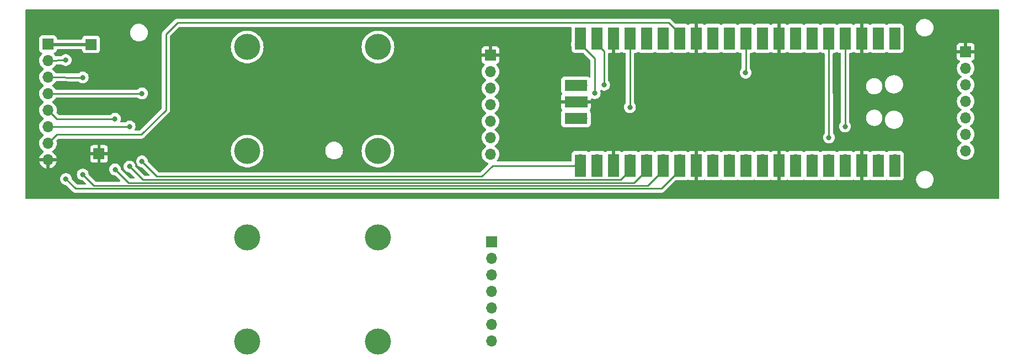
<source format=gbr>
%TF.GenerationSoftware,KiCad,Pcbnew,7.0.10*%
%TF.CreationDate,2024-02-02T23:00:29-06:00*%
%TF.ProjectId,Glass,476c6173-732e-46b6-9963-61645f706362,rev?*%
%TF.SameCoordinates,Original*%
%TF.FileFunction,Copper,L1,Top*%
%TF.FilePolarity,Positive*%
%FSLAX46Y46*%
G04 Gerber Fmt 4.6, Leading zero omitted, Abs format (unit mm)*
G04 Created by KiCad (PCBNEW 7.0.10) date 2024-02-02 23:00:29*
%MOMM*%
%LPD*%
G01*
G04 APERTURE LIST*
%TA.AperFunction,WasherPad*%
%ADD10C,4.000000*%
%TD*%
%TA.AperFunction,ComponentPad*%
%ADD11R,1.700000X1.700000*%
%TD*%
%TA.AperFunction,ComponentPad*%
%ADD12O,1.700000X1.700000*%
%TD*%
%TA.AperFunction,SMDPad,CuDef*%
%ADD13R,1.700000X3.500000*%
%TD*%
%TA.AperFunction,SMDPad,CuDef*%
%ADD14R,3.500000X1.700000*%
%TD*%
%TA.AperFunction,ViaPad*%
%ADD15C,0.800000*%
%TD*%
%TA.AperFunction,Conductor*%
%ADD16C,0.250000*%
%TD*%
%TA.AperFunction,Conductor*%
%ADD17C,0.508000*%
%TD*%
G04 APERTURE END LIST*
D10*
%TO.P,REF\u002A\u002A,*%
%TO.N,*%
X135630000Y-62740000D03*
X135630000Y-46740000D03*
X115570000Y-62740000D03*
X115570000Y-46740000D03*
%TD*%
D11*
%TO.P,U2,1,GND*%
%TO.N,GND*%
X225830000Y-47460000D03*
D12*
%TO.P,U2,2,RST*%
%TO.N,/GP14*%
X225830000Y-50000000D03*
%TO.P,U2,3,DC*%
%TO.N,/GP15*%
X225830000Y-52540000D03*
%TO.P,U2,4,CS*%
%TO.N,/GP13*%
X225830000Y-55080000D03*
%TO.P,U2,5,CLK*%
%TO.N,/GP2*%
X225830000Y-57620000D03*
%TO.P,U2,6,DIN*%
%TO.N,/GP3*%
X225830000Y-60160000D03*
%TO.P,U2,7,VCC*%
%TO.N,+3.3V*%
X225830000Y-62700000D03*
%TD*%
D11*
%TO.P,U2,1,GND*%
%TO.N,N/C*%
X153030000Y-76655000D03*
D12*
%TO.P,U2,2,RST*%
X153030000Y-79195000D03*
%TO.P,U2,3,DC*%
X153030000Y-81735000D03*
%TO.P,U2,4,CS*%
X153030000Y-84275000D03*
%TO.P,U2,5,CLK*%
X153030000Y-86815000D03*
%TO.P,U2,6,DIN*%
X153030000Y-89355000D03*
%TO.P,U2,7,VCC*%
X153030000Y-91895000D03*
%TD*%
D11*
%TO.P,GND,1,1*%
%TO.N,GND*%
X92830000Y-63170000D03*
%TD*%
D10*
%TO.P,REF\u002A\u002A,*%
%TO.N,*%
X135620000Y-91980000D03*
X135620000Y-75980000D03*
X115560000Y-91980000D03*
X115560000Y-75980000D03*
%TD*%
D12*
%TO.P,U1,1,GPIO0*%
%TO.N,unconnected-(U1-GPIO0-Pad1)*%
X214950000Y-46300000D03*
D13*
X214950000Y-45400000D03*
D12*
%TO.P,U1,2,GPIO1*%
%TO.N,unconnected-(U1-GPIO1-Pad2)*%
X212410000Y-46300000D03*
D13*
X212410000Y-45400000D03*
D11*
%TO.P,U1,3,GND*%
%TO.N,GND*%
X209870000Y-46300000D03*
D13*
X209870000Y-45400000D03*
D12*
%TO.P,U1,4,GPIO2*%
%TO.N,/GP2*%
X207330000Y-46300000D03*
D13*
X207330000Y-45400000D03*
D12*
%TO.P,U1,5,GPIO3*%
%TO.N,/GP3*%
X204790000Y-46300000D03*
D13*
X204790000Y-45400000D03*
D12*
%TO.P,U1,6,GPIO4*%
%TO.N,unconnected-(U1-GPIO4-Pad6)*%
X202250000Y-46300000D03*
D13*
X202250000Y-45400000D03*
D12*
%TO.P,U1,7,GPIO5*%
%TO.N,/GP5*%
X199710000Y-46300000D03*
D13*
X199710000Y-45400000D03*
D11*
%TO.P,U1,8,GND*%
%TO.N,GND*%
X197170000Y-46300000D03*
D13*
X197170000Y-45400000D03*
D12*
%TO.P,U1,9,GPIO6*%
%TO.N,/GP6*%
X194630000Y-46300000D03*
D13*
X194630000Y-45400000D03*
D12*
%TO.P,U1,10,GPIO7*%
%TO.N,/GP7*%
X192090000Y-46300000D03*
D13*
X192090000Y-45400000D03*
D12*
%TO.P,U1,11,GPIO8*%
%TO.N,unconnected-(U1-GPIO8-Pad11)*%
X189550000Y-46300000D03*
D13*
X189550000Y-45400000D03*
D12*
%TO.P,U1,12,GPIO9*%
%TO.N,unconnected-(U1-GPIO9-Pad12)*%
X187010000Y-46300000D03*
D13*
X187010000Y-45400000D03*
D11*
%TO.P,U1,13,GND*%
%TO.N,GND*%
X184470000Y-46300000D03*
D13*
X184470000Y-45400000D03*
D12*
%TO.P,U1,14,GPIO10*%
%TO.N,/GP10*%
X181930000Y-46300000D03*
D13*
X181930000Y-45400000D03*
D12*
%TO.P,U1,15,GPIO11*%
%TO.N,unconnected-(U1-GPIO11-Pad15)*%
X179390000Y-46300000D03*
D13*
X179390000Y-45400000D03*
D12*
%TO.P,U1,16,GPIO12*%
%TO.N,unconnected-(U1-GPIO12-Pad16)*%
X176850000Y-46300000D03*
D13*
X176850000Y-45400000D03*
D12*
%TO.P,U1,17,GPIO13*%
%TO.N,/GP13*%
X174310000Y-46300000D03*
D13*
X174310000Y-45400000D03*
D11*
%TO.P,U1,18,GND*%
%TO.N,GND*%
X171770000Y-46300000D03*
D13*
X171770000Y-45400000D03*
D12*
%TO.P,U1,19,GPIO14*%
%TO.N,/GP14*%
X169230000Y-46300000D03*
D13*
X169230000Y-45400000D03*
D12*
%TO.P,U1,20,GPIO15*%
%TO.N,/GP15*%
X166690000Y-46300000D03*
D13*
X166690000Y-45400000D03*
D12*
%TO.P,U1,21,GPIO16*%
%TO.N,/GP16*%
X166690000Y-64080000D03*
D13*
X166690000Y-64980000D03*
D12*
%TO.P,U1,22,GPIO17*%
%TO.N,unconnected-(U1-GPIO17-Pad22)*%
X169230000Y-64080000D03*
D13*
X169230000Y-64980000D03*
D11*
%TO.P,U1,23,GND*%
%TO.N,GND*%
X171770000Y-64080000D03*
D13*
X171770000Y-64980000D03*
D12*
%TO.P,U1,24,GPIO18*%
%TO.N,/GP18*%
X174310000Y-64080000D03*
D13*
X174310000Y-64980000D03*
D12*
%TO.P,U1,25,GPIO19*%
%TO.N,/GP19*%
X176850000Y-64080000D03*
D13*
X176850000Y-64980000D03*
D12*
%TO.P,U1,26,GPIO20*%
%TO.N,/GP20*%
X179390000Y-64080000D03*
D13*
X179390000Y-64980000D03*
D12*
%TO.P,U1,27,GPIO21*%
%TO.N,/GP21*%
X181930000Y-64080000D03*
D13*
X181930000Y-64980000D03*
D11*
%TO.P,U1,28,GND*%
%TO.N,GND*%
X184470000Y-64080000D03*
D13*
X184470000Y-64980000D03*
D12*
%TO.P,U1,29,GPIO22*%
%TO.N,unconnected-(U1-GPIO22-Pad29)*%
X187010000Y-64080000D03*
D13*
X187010000Y-64980000D03*
D12*
%TO.P,U1,30,RUN*%
%TO.N,unconnected-(U1-RUN-Pad30)*%
X189550000Y-64080000D03*
D13*
X189550000Y-64980000D03*
D12*
%TO.P,U1,31,GPIO26_ADC0*%
%TO.N,unconnected-(U1-GPIO26_ADC0-Pad31)*%
X192090000Y-64080000D03*
D13*
X192090000Y-64980000D03*
D12*
%TO.P,U1,32,GPIO27_ADC1*%
%TO.N,unconnected-(U1-GPIO27_ADC1-Pad32)*%
X194630000Y-64080000D03*
D13*
X194630000Y-64980000D03*
D11*
%TO.P,U1,33,AGND*%
%TO.N,GND*%
X197170000Y-64080000D03*
D13*
X197170000Y-64980000D03*
D12*
%TO.P,U1,34,GPIO28_ADC2*%
%TO.N,unconnected-(U1-GPIO28_ADC2-Pad34)*%
X199710000Y-64080000D03*
D13*
X199710000Y-64980000D03*
D12*
%TO.P,U1,35,ADC_VREF*%
%TO.N,unconnected-(U1-ADC_VREF-Pad35)*%
X202250000Y-64080000D03*
D13*
X202250000Y-64980000D03*
D12*
%TO.P,U1,36,3V3*%
%TO.N,+3.3V*%
X204790000Y-64080000D03*
D13*
X204790000Y-64980000D03*
D12*
%TO.P,U1,37,3V3_EN*%
%TO.N,unconnected-(U1-3V3_EN-Pad37)*%
X207330000Y-64080000D03*
D13*
X207330000Y-64980000D03*
D11*
%TO.P,U1,38,GND*%
%TO.N,GND*%
X209870000Y-64080000D03*
D13*
X209870000Y-64980000D03*
D12*
%TO.P,U1,39,VSYS*%
%TO.N,unconnected-(U1-VSYS-Pad39)*%
X212410000Y-64080000D03*
D13*
X212410000Y-64980000D03*
D12*
%TO.P,U1,40,VBUS*%
%TO.N,unconnected-(U1-VBUS-Pad40)*%
X214950000Y-64080000D03*
D13*
X214950000Y-64980000D03*
D12*
%TO.P,U1,41,SWCLK*%
%TO.N,unconnected-(U1-SWCLK-Pad41)*%
X166920000Y-52650000D03*
D14*
X166020000Y-52650000D03*
D11*
%TO.P,U1,42,GND*%
%TO.N,GND*%
X166920000Y-55190000D03*
D14*
X166020000Y-55190000D03*
D12*
%TO.P,U1,43,SWDIO*%
%TO.N,unconnected-(U1-SWDIO-Pad43)*%
X166920000Y-57730000D03*
D14*
X166020000Y-57730000D03*
%TD*%
D11*
%TO.P,U4,1,VCC*%
%TO.N,+3.3V*%
X84990000Y-46280000D03*
D12*
%TO.P,U4,2,SCL*%
%TO.N,/GP21*%
X84990000Y-48820000D03*
%TO.P,U4,3,SDA*%
%TO.N,/GP20*%
X84990000Y-51360000D03*
%TO.P,U4,4,VSYNC*%
%TO.N,/GP16*%
X84990000Y-53900000D03*
%TO.P,U4,5,HREF*%
%TO.N,/GP19*%
X84990000Y-56440000D03*
%TO.P,U4,6,PCLK*%
%TO.N,/GP18*%
X84990000Y-58980000D03*
%TO.P,U4,7,DO*%
%TO.N,/GP10*%
X84990000Y-61520000D03*
%TO.P,U4,8,GND*%
%TO.N,GND*%
X84990000Y-64060000D03*
%TD*%
D11*
%TO.P,3.3V,1,1*%
%TO.N,+3.3V*%
X91600000Y-46330000D03*
%TD*%
%TO.P,U3,1,GND*%
%TO.N,GND*%
X152900000Y-47980000D03*
D12*
%TO.P,U3,2,RST*%
%TO.N,/GP6*%
X152900000Y-50520000D03*
%TO.P,U3,3,DC*%
%TO.N,/GP7*%
X152900000Y-53060000D03*
%TO.P,U3,4,CS*%
%TO.N,/GP5*%
X152900000Y-55600000D03*
%TO.P,U3,5,CLK*%
%TO.N,/GP2*%
X152900000Y-58140000D03*
%TO.P,U3,6,DIN*%
%TO.N,/GP3*%
X152900000Y-60680000D03*
%TO.P,U3,7,VCC*%
%TO.N,+3.3V*%
X152900000Y-63220000D03*
%TD*%
D15*
%TO.N,GND*%
X123740000Y-50710000D03*
X123760000Y-59540000D03*
%TO.N,/GP14*%
X170340000Y-52560000D03*
%TO.N,/GP15*%
X168890000Y-53850000D03*
%TO.N,/GP13*%
X174300000Y-56000000D03*
%TO.N,/GP2*%
X207300000Y-58950000D03*
%TO.N,/GP3*%
X204840000Y-60650000D03*
%TO.N,/GP7*%
X192040000Y-50690000D03*
%TO.N,/GP21*%
X87720000Y-48740000D03*
X87750000Y-67040000D03*
%TO.N,/GP20*%
X90330000Y-66330000D03*
X90330000Y-51410000D03*
%TO.N,/GP16*%
X99420000Y-64310000D03*
X99410000Y-53870000D03*
%TO.N,/GP19*%
X95280000Y-57760000D03*
X95290000Y-65560000D03*
%TO.N,/GP18*%
X97520000Y-58950000D03*
X97510000Y-65110000D03*
%TD*%
D16*
%TO.N,GND*%
X171770000Y-55720000D02*
X171240000Y-55190000D01*
X197170000Y-46300000D02*
X197170000Y-42340000D01*
X209870000Y-46300000D02*
X209870000Y-64080000D01*
X171770000Y-46300000D02*
X171770000Y-54660000D01*
X171240000Y-55190000D02*
X166920000Y-55190000D01*
X184470000Y-64080000D02*
X184470000Y-46300000D01*
X171770000Y-64080000D02*
X171770000Y-55720000D01*
X184470000Y-46300000D02*
X184470000Y-42600000D01*
X197170000Y-46300000D02*
X197170000Y-64080000D01*
X171770000Y-54660000D02*
X171240000Y-55190000D01*
X184470000Y-64080000D02*
X184470000Y-68670000D01*
X209870000Y-46300000D02*
X209870000Y-42040000D01*
X209870000Y-64080000D02*
X209870000Y-68420000D01*
X166920000Y-55190000D02*
X162660000Y-55190000D01*
X197170000Y-64080000D02*
X197170000Y-68790000D01*
%TO.N,+3.3V*%
X85010000Y-46300000D02*
X84990000Y-46280000D01*
D17*
X91600000Y-46330000D02*
X85040000Y-46330000D01*
X85040000Y-46330000D02*
X84990000Y-46280000D01*
D16*
%TO.N,/GP14*%
X170340000Y-52560000D02*
X170320000Y-52560000D01*
X170320000Y-47390000D02*
X170340000Y-52560000D01*
X169230000Y-46300000D02*
X170320000Y-47390000D01*
%TO.N,/GP15*%
X166690000Y-46300000D02*
X168900000Y-48510000D01*
X165860000Y-46300000D02*
X166690000Y-46300000D01*
X168880000Y-48530000D02*
X168890000Y-53850000D01*
X168890000Y-53850000D02*
X168880000Y-53780000D01*
X168900000Y-48510000D02*
X168880000Y-48530000D01*
%TO.N,/GP13*%
X174300000Y-56000000D02*
X174310000Y-55980000D01*
X174310000Y-46300000D02*
X174300000Y-56000000D01*
%TO.N,/GP2*%
X207300000Y-58950000D02*
X207330000Y-58910000D01*
X207330000Y-46300000D02*
X207300000Y-58950000D01*
%TO.N,/GP3*%
X204840000Y-60650000D02*
X204790000Y-60560000D01*
X204790000Y-46300000D02*
X204840000Y-60650000D01*
%TO.N,/GP7*%
X192090000Y-50640000D02*
X192040000Y-50690000D01*
X192090000Y-46300000D02*
X192090000Y-50640000D01*
%TO.N,/GP21*%
X89210000Y-68500000D02*
X87750000Y-67040000D01*
X179120000Y-68500000D02*
X89740000Y-68500000D01*
X87720000Y-48740000D02*
X87700000Y-48820000D01*
X84990000Y-48820000D02*
X87720000Y-48740000D01*
X181930000Y-64080000D02*
X181930000Y-65690000D01*
X89740000Y-68500000D02*
X89210000Y-68500000D01*
X181930000Y-65690000D02*
X179120000Y-68500000D01*
%TO.N,/GP20*%
X177030000Y-68050000D02*
X92290000Y-68050000D01*
X92290000Y-68050000D02*
X92050000Y-68050000D01*
X92050000Y-68050000D02*
X90330000Y-66330000D01*
X179390000Y-64080000D02*
X179390000Y-65690000D01*
X90330000Y-51410000D02*
X90280000Y-51360000D01*
X84990000Y-51360000D02*
X90330000Y-51410000D01*
X179390000Y-65690000D02*
X177030000Y-68050000D01*
%TO.N,/GP16*%
X99390000Y-53900000D02*
X99360000Y-53900000D01*
X166690000Y-64080000D02*
X165810000Y-64960000D01*
X151560000Y-66610000D02*
X101750000Y-66610000D01*
X101720000Y-66610000D02*
X99420000Y-64310000D01*
X153210000Y-64960000D02*
X151560000Y-66610000D01*
X165810000Y-64960000D02*
X153210000Y-64960000D01*
X99330000Y-53900000D02*
X99410000Y-53870000D01*
X99410000Y-53870000D02*
X99390000Y-53900000D01*
X84990000Y-53900000D02*
X99330000Y-53900000D01*
X101750000Y-66610000D02*
X101720000Y-66610000D01*
%TO.N,/GP19*%
X97620000Y-67600000D02*
X97330000Y-67600000D01*
X176850000Y-65690000D02*
X174940000Y-67600000D01*
X95180000Y-57800000D02*
X95280000Y-57760000D01*
X86350000Y-57800000D02*
X95180000Y-57800000D01*
X95280000Y-57760000D02*
X95260000Y-57800000D01*
X174940000Y-67600000D02*
X97620000Y-67600000D01*
X84990000Y-56440000D02*
X86350000Y-57800000D01*
X97330000Y-67600000D02*
X95290000Y-65560000D01*
X176850000Y-64080000D02*
X176850000Y-65690000D01*
X95260000Y-57800000D02*
X95220000Y-57800000D01*
%TO.N,/GP18*%
X172850000Y-67150000D02*
X99610000Y-67150000D01*
X97520000Y-58950000D02*
X97510000Y-58980000D01*
X99610000Y-67150000D02*
X99550000Y-67150000D01*
X174310000Y-64080000D02*
X174310000Y-65690000D01*
X99550000Y-67150000D02*
X97510000Y-65110000D01*
X174310000Y-65690000D02*
X172850000Y-67150000D01*
X84990000Y-58980000D02*
X97520000Y-58950000D01*
%TO.N,/GP10*%
X103100000Y-44780000D02*
X104870000Y-43010000D01*
X86320000Y-60190000D02*
X99320000Y-60190000D01*
X103100000Y-56410000D02*
X103100000Y-44780000D01*
X84990000Y-61520000D02*
X86320000Y-60190000D01*
X181930000Y-46300000D02*
X181930000Y-44690000D01*
X181930000Y-44690000D02*
X180250000Y-43010000D01*
X99320000Y-60190000D02*
X103100000Y-56410000D01*
X180250000Y-43010000D02*
X104870000Y-43010000D01*
%TD*%
%TA.AperFunction,Conductor*%
%TO.N,GND*%
G36*
X172020000Y-65106000D02*
G01*
X172000315Y-65173039D01*
X171947511Y-65218794D01*
X171896000Y-65230000D01*
X171644000Y-65230000D01*
X171576961Y-65210315D01*
X171531206Y-65157511D01*
X171520000Y-65106000D01*
X171520000Y-64526494D01*
X171624839Y-64574373D01*
X171733527Y-64590000D01*
X171806473Y-64590000D01*
X171915161Y-64574373D01*
X172020000Y-64526494D01*
X172020000Y-65106000D01*
G37*
%TD.AperFunction*%
%TA.AperFunction,Conductor*%
G36*
X171963039Y-45169685D02*
G01*
X172008794Y-45222489D01*
X172020000Y-45274000D01*
X172020000Y-45853505D01*
X171915161Y-45805627D01*
X171806473Y-45790000D01*
X171733527Y-45790000D01*
X171624839Y-45805627D01*
X171520000Y-45853505D01*
X171520000Y-45274000D01*
X171539685Y-45206961D01*
X171592489Y-45161206D01*
X171644000Y-45150000D01*
X171896000Y-45150000D01*
X171963039Y-45169685D01*
G37*
%TD.AperFunction*%
%TA.AperFunction,Conductor*%
G36*
X230892539Y-40990185D02*
G01*
X230938294Y-41042989D01*
X230949500Y-41094500D01*
X230949500Y-69985500D01*
X230929815Y-70052539D01*
X230877011Y-70098294D01*
X230825500Y-70109500D01*
X81624500Y-70109500D01*
X81557461Y-70089815D01*
X81511706Y-70037011D01*
X81500500Y-69985500D01*
X81500500Y-67040000D01*
X86844540Y-67040000D01*
X86864326Y-67228256D01*
X86864327Y-67228259D01*
X86922818Y-67408277D01*
X86922821Y-67408284D01*
X87017467Y-67572216D01*
X87144129Y-67712888D01*
X87297265Y-67824148D01*
X87297270Y-67824151D01*
X87470192Y-67901142D01*
X87470197Y-67901144D01*
X87655354Y-67940500D01*
X87714548Y-67940500D01*
X87781587Y-67960185D01*
X87802229Y-67976819D01*
X88709194Y-68883784D01*
X88719019Y-68896048D01*
X88719240Y-68895866D01*
X88724210Y-68901874D01*
X88773239Y-68947915D01*
X88776036Y-68950626D01*
X88795529Y-68970119D01*
X88798696Y-68972576D01*
X88807575Y-68980160D01*
X88839415Y-69010060D01*
X88839417Y-69010061D01*
X88839418Y-69010062D01*
X88856976Y-69019714D01*
X88873235Y-69030395D01*
X88889064Y-69042673D01*
X88929147Y-69060018D01*
X88939634Y-69065156D01*
X88977904Y-69086195D01*
X88977908Y-69086197D01*
X88977912Y-69086198D01*
X88997311Y-69091179D01*
X89015722Y-69097483D01*
X89034097Y-69105435D01*
X89034100Y-69105435D01*
X89034105Y-69105438D01*
X89077254Y-69112271D01*
X89088680Y-69114638D01*
X89130981Y-69125500D01*
X89151016Y-69125500D01*
X89170413Y-69127026D01*
X89190196Y-69130160D01*
X89233675Y-69126050D01*
X89245344Y-69125500D01*
X89660981Y-69125500D01*
X179037257Y-69125500D01*
X179052877Y-69127224D01*
X179052904Y-69126939D01*
X179060660Y-69127671D01*
X179060667Y-69127673D01*
X179127873Y-69125561D01*
X179131768Y-69125500D01*
X179159346Y-69125500D01*
X179159350Y-69125500D01*
X179163324Y-69124997D01*
X179174963Y-69124080D01*
X179218627Y-69122709D01*
X179237869Y-69117117D01*
X179256912Y-69113174D01*
X179276792Y-69110664D01*
X179317401Y-69094585D01*
X179328444Y-69090803D01*
X179370390Y-69078618D01*
X179387629Y-69068422D01*
X179405103Y-69059862D01*
X179423727Y-69052488D01*
X179423727Y-69052487D01*
X179423732Y-69052486D01*
X179459083Y-69026800D01*
X179468814Y-69020408D01*
X179506420Y-68998170D01*
X179520589Y-68983999D01*
X179535379Y-68971368D01*
X179551587Y-68959594D01*
X179579438Y-68925926D01*
X179587279Y-68917309D01*
X181237771Y-67266818D01*
X181299094Y-67233333D01*
X181325452Y-67230499D01*
X182827871Y-67230499D01*
X182827872Y-67230499D01*
X182887483Y-67224091D01*
X183022331Y-67173796D01*
X183126106Y-67096109D01*
X183191570Y-67071692D01*
X183259843Y-67086543D01*
X183274729Y-67096110D01*
X183377910Y-67173352D01*
X183377913Y-67173354D01*
X183512620Y-67223596D01*
X183512627Y-67223598D01*
X183572155Y-67229999D01*
X183572172Y-67230000D01*
X184220000Y-67230000D01*
X184220000Y-64526494D01*
X184324839Y-64574373D01*
X184433527Y-64590000D01*
X184506473Y-64590000D01*
X184615161Y-64574373D01*
X184720000Y-64526494D01*
X184720000Y-67230000D01*
X185367828Y-67230000D01*
X185367844Y-67229999D01*
X185427372Y-67223598D01*
X185427379Y-67223596D01*
X185562086Y-67173354D01*
X185562089Y-67173352D01*
X185665271Y-67096110D01*
X185730735Y-67071692D01*
X185799008Y-67086543D01*
X185813888Y-67096105D01*
X185837990Y-67114148D01*
X185917668Y-67173795D01*
X185917671Y-67173797D01*
X186052517Y-67224091D01*
X186052516Y-67224091D01*
X186059444Y-67224835D01*
X186112127Y-67230500D01*
X187907872Y-67230499D01*
X187967483Y-67224091D01*
X188102331Y-67173796D01*
X188205690Y-67096421D01*
X188271152Y-67072004D01*
X188339425Y-67086855D01*
X188354303Y-67096416D01*
X188457076Y-67173352D01*
X188457668Y-67173795D01*
X188457671Y-67173797D01*
X188592517Y-67224091D01*
X188592516Y-67224091D01*
X188599444Y-67224835D01*
X188652127Y-67230500D01*
X190447872Y-67230499D01*
X190507483Y-67224091D01*
X190642331Y-67173796D01*
X190745690Y-67096421D01*
X190811152Y-67072004D01*
X190879425Y-67086855D01*
X190894303Y-67096416D01*
X190997076Y-67173352D01*
X190997668Y-67173795D01*
X190997671Y-67173797D01*
X191132517Y-67224091D01*
X191132516Y-67224091D01*
X191139444Y-67224835D01*
X191192127Y-67230500D01*
X192987872Y-67230499D01*
X193047483Y-67224091D01*
X193182331Y-67173796D01*
X193285690Y-67096421D01*
X193351152Y-67072004D01*
X193419425Y-67086855D01*
X193434303Y-67096416D01*
X193537076Y-67173352D01*
X193537668Y-67173795D01*
X193537671Y-67173797D01*
X193672517Y-67224091D01*
X193672516Y-67224091D01*
X193679444Y-67224835D01*
X193732127Y-67230500D01*
X195527872Y-67230499D01*
X195587483Y-67224091D01*
X195722331Y-67173796D01*
X195826106Y-67096109D01*
X195891570Y-67071692D01*
X195959843Y-67086543D01*
X195974729Y-67096110D01*
X196077910Y-67173352D01*
X196077913Y-67173354D01*
X196212620Y-67223596D01*
X196212627Y-67223598D01*
X196272155Y-67229999D01*
X196272172Y-67230000D01*
X196920000Y-67230000D01*
X196920000Y-64526494D01*
X197024839Y-64574373D01*
X197133527Y-64590000D01*
X197206473Y-64590000D01*
X197315161Y-64574373D01*
X197420000Y-64526494D01*
X197420000Y-67230000D01*
X198067828Y-67230000D01*
X198067844Y-67229999D01*
X198127372Y-67223598D01*
X198127379Y-67223596D01*
X198262086Y-67173354D01*
X198262089Y-67173352D01*
X198365271Y-67096110D01*
X198430735Y-67071692D01*
X198499008Y-67086543D01*
X198513888Y-67096105D01*
X198537990Y-67114148D01*
X198617668Y-67173795D01*
X198617671Y-67173797D01*
X198752517Y-67224091D01*
X198752516Y-67224091D01*
X198759444Y-67224835D01*
X198812127Y-67230500D01*
X200607872Y-67230499D01*
X200667483Y-67224091D01*
X200802331Y-67173796D01*
X200905690Y-67096421D01*
X200971152Y-67072004D01*
X201039425Y-67086855D01*
X201054303Y-67096416D01*
X201157076Y-67173352D01*
X201157668Y-67173795D01*
X201157671Y-67173797D01*
X201292517Y-67224091D01*
X201292516Y-67224091D01*
X201299444Y-67224835D01*
X201352127Y-67230500D01*
X203147872Y-67230499D01*
X203207483Y-67224091D01*
X203342331Y-67173796D01*
X203445690Y-67096421D01*
X203511152Y-67072004D01*
X203579425Y-67086855D01*
X203594303Y-67096416D01*
X203697076Y-67173352D01*
X203697668Y-67173795D01*
X203697671Y-67173797D01*
X203832517Y-67224091D01*
X203832516Y-67224091D01*
X203839444Y-67224835D01*
X203892127Y-67230500D01*
X205687872Y-67230499D01*
X205747483Y-67224091D01*
X205882331Y-67173796D01*
X205985690Y-67096421D01*
X206051152Y-67072004D01*
X206119425Y-67086855D01*
X206134303Y-67096416D01*
X206237076Y-67173352D01*
X206237668Y-67173795D01*
X206237671Y-67173797D01*
X206372517Y-67224091D01*
X206372516Y-67224091D01*
X206379444Y-67224835D01*
X206432127Y-67230500D01*
X208227872Y-67230499D01*
X208287483Y-67224091D01*
X208422331Y-67173796D01*
X208526106Y-67096109D01*
X208591570Y-67071692D01*
X208659843Y-67086543D01*
X208674729Y-67096110D01*
X208777910Y-67173352D01*
X208777913Y-67173354D01*
X208912620Y-67223596D01*
X208912627Y-67223598D01*
X208972155Y-67229999D01*
X208972172Y-67230000D01*
X209620000Y-67230000D01*
X209620000Y-64526494D01*
X209724839Y-64574373D01*
X209833527Y-64590000D01*
X209906473Y-64590000D01*
X210015161Y-64574373D01*
X210120000Y-64526494D01*
X210120000Y-67230000D01*
X210767828Y-67230000D01*
X210767844Y-67229999D01*
X210827372Y-67223598D01*
X210827379Y-67223596D01*
X210962086Y-67173354D01*
X210962089Y-67173352D01*
X211065271Y-67096110D01*
X211130735Y-67071692D01*
X211199008Y-67086543D01*
X211213888Y-67096105D01*
X211237990Y-67114148D01*
X211317668Y-67173795D01*
X211317671Y-67173797D01*
X211452517Y-67224091D01*
X211452516Y-67224091D01*
X211459444Y-67224835D01*
X211512127Y-67230500D01*
X213307872Y-67230499D01*
X213367483Y-67224091D01*
X213502331Y-67173796D01*
X213605690Y-67096421D01*
X213671152Y-67072004D01*
X213739425Y-67086855D01*
X213754303Y-67096416D01*
X213857076Y-67173352D01*
X213857668Y-67173795D01*
X213857671Y-67173797D01*
X213992517Y-67224091D01*
X213992516Y-67224091D01*
X213999444Y-67224835D01*
X214052127Y-67230500D01*
X215847872Y-67230499D01*
X215907483Y-67224091D01*
X216042331Y-67173796D01*
X216140910Y-67100000D01*
X218214341Y-67100000D01*
X218234936Y-67335403D01*
X218234938Y-67335413D01*
X218296094Y-67563655D01*
X218296096Y-67563659D01*
X218296097Y-67563663D01*
X218342335Y-67662819D01*
X218395964Y-67777828D01*
X218395965Y-67777830D01*
X218531505Y-67971402D01*
X218698597Y-68138494D01*
X218892169Y-68274034D01*
X218892171Y-68274035D01*
X219106337Y-68373903D01*
X219334592Y-68435063D01*
X219511032Y-68450499D01*
X219511033Y-68450500D01*
X219511034Y-68450500D01*
X219628967Y-68450500D01*
X219628967Y-68450499D01*
X219805408Y-68435063D01*
X220033663Y-68373903D01*
X220247829Y-68274035D01*
X220441401Y-68138495D01*
X220608495Y-67971401D01*
X220744035Y-67777830D01*
X220843903Y-67563663D01*
X220905063Y-67335408D01*
X220925659Y-67100000D01*
X220924569Y-67087547D01*
X220914651Y-66974184D01*
X220905063Y-66864592D01*
X220843903Y-66636337D01*
X220744035Y-66422171D01*
X220744034Y-66422169D01*
X220608494Y-66228597D01*
X220441402Y-66061505D01*
X220247830Y-65925965D01*
X220247828Y-65925964D01*
X220140746Y-65876031D01*
X220033663Y-65826097D01*
X220033659Y-65826096D01*
X220033655Y-65826094D01*
X219805413Y-65764938D01*
X219805403Y-65764936D01*
X219628967Y-65749500D01*
X219628966Y-65749500D01*
X219511034Y-65749500D01*
X219511033Y-65749500D01*
X219334596Y-65764936D01*
X219334586Y-65764938D01*
X219106344Y-65826094D01*
X219106335Y-65826098D01*
X218892171Y-65925964D01*
X218892169Y-65925965D01*
X218698597Y-66061505D01*
X218531506Y-66228597D01*
X218531501Y-66228604D01*
X218395967Y-66422165D01*
X218395965Y-66422169D01*
X218296098Y-66636335D01*
X218296094Y-66636344D01*
X218234938Y-66864586D01*
X218234936Y-66864596D01*
X218214341Y-67099999D01*
X218214341Y-67100000D01*
X216140910Y-67100000D01*
X216157546Y-67087546D01*
X216243796Y-66972331D01*
X216294091Y-66837483D01*
X216300500Y-66777873D01*
X216300499Y-64144381D01*
X216300971Y-64133578D01*
X216301514Y-64127379D01*
X216305659Y-64080000D01*
X216304595Y-64067844D01*
X216300971Y-64026418D01*
X216300499Y-64015610D01*
X216300499Y-63182129D01*
X216300498Y-63182123D01*
X216300497Y-63182116D01*
X216294091Y-63122517D01*
X216284988Y-63098111D01*
X216243797Y-62987671D01*
X216243793Y-62987664D01*
X216157547Y-62872455D01*
X216157544Y-62872452D01*
X216042335Y-62786206D01*
X216042328Y-62786202D01*
X215907482Y-62735908D01*
X215907483Y-62735908D01*
X215847883Y-62729501D01*
X215847881Y-62729500D01*
X215847873Y-62729500D01*
X215847865Y-62729500D01*
X215014383Y-62729500D01*
X215003576Y-62729028D01*
X214950002Y-62724341D01*
X214949999Y-62724341D01*
X214914865Y-62727414D01*
X214896421Y-62729028D01*
X214885616Y-62729500D01*
X214052129Y-62729500D01*
X214052123Y-62729501D01*
X213992516Y-62735908D01*
X213857671Y-62786202D01*
X213857669Y-62786203D01*
X213754311Y-62863578D01*
X213688847Y-62887995D01*
X213620574Y-62873144D01*
X213605689Y-62863578D01*
X213502330Y-62786203D01*
X213502328Y-62786202D01*
X213367482Y-62735908D01*
X213367483Y-62735908D01*
X213307883Y-62729501D01*
X213307881Y-62729500D01*
X213307873Y-62729500D01*
X213307865Y-62729500D01*
X212474383Y-62729500D01*
X212463576Y-62729028D01*
X212410002Y-62724341D01*
X212409999Y-62724341D01*
X212374865Y-62727414D01*
X212356421Y-62729028D01*
X212345616Y-62729500D01*
X211512129Y-62729500D01*
X211512123Y-62729501D01*
X211452516Y-62735908D01*
X211317671Y-62786202D01*
X211317669Y-62786204D01*
X211213894Y-62863890D01*
X211148430Y-62888307D01*
X211080157Y-62873456D01*
X211065272Y-62863890D01*
X210962088Y-62786646D01*
X210962086Y-62786645D01*
X210827379Y-62736403D01*
X210827372Y-62736401D01*
X210767844Y-62730000D01*
X210120000Y-62730000D01*
X210120000Y-63633505D01*
X210015161Y-63585627D01*
X209906473Y-63570000D01*
X209833527Y-63570000D01*
X209724839Y-63585627D01*
X209620000Y-63633505D01*
X209620000Y-62730000D01*
X208972155Y-62730000D01*
X208912627Y-62736401D01*
X208912620Y-62736403D01*
X208777913Y-62786645D01*
X208777910Y-62786647D01*
X208674727Y-62863890D01*
X208609262Y-62888307D01*
X208540989Y-62873455D01*
X208526105Y-62863889D01*
X208422335Y-62786206D01*
X208422328Y-62786202D01*
X208287482Y-62735908D01*
X208287483Y-62735908D01*
X208227883Y-62729501D01*
X208227881Y-62729500D01*
X208227873Y-62729500D01*
X208227865Y-62729500D01*
X207394383Y-62729500D01*
X207383576Y-62729028D01*
X207330002Y-62724341D01*
X207329999Y-62724341D01*
X207294865Y-62727414D01*
X207276421Y-62729028D01*
X207265616Y-62729500D01*
X206432129Y-62729500D01*
X206432123Y-62729501D01*
X206372516Y-62735908D01*
X206237671Y-62786202D01*
X206237669Y-62786203D01*
X206134311Y-62863578D01*
X206068847Y-62887995D01*
X206000574Y-62873144D01*
X205985689Y-62863578D01*
X205882330Y-62786203D01*
X205882328Y-62786202D01*
X205747482Y-62735908D01*
X205747483Y-62735908D01*
X205687883Y-62729501D01*
X205687881Y-62729500D01*
X205687873Y-62729500D01*
X205687865Y-62729500D01*
X204854383Y-62729500D01*
X204843576Y-62729028D01*
X204790002Y-62724341D01*
X204789999Y-62724341D01*
X204754865Y-62727414D01*
X204736421Y-62729028D01*
X204725616Y-62729500D01*
X203892129Y-62729500D01*
X203892123Y-62729501D01*
X203832516Y-62735908D01*
X203697671Y-62786202D01*
X203697669Y-62786203D01*
X203594311Y-62863578D01*
X203528847Y-62887995D01*
X203460574Y-62873144D01*
X203445689Y-62863578D01*
X203342330Y-62786203D01*
X203342328Y-62786202D01*
X203207482Y-62735908D01*
X203207483Y-62735908D01*
X203147883Y-62729501D01*
X203147881Y-62729500D01*
X203147873Y-62729500D01*
X203147865Y-62729500D01*
X202314383Y-62729500D01*
X202303576Y-62729028D01*
X202250002Y-62724341D01*
X202249999Y-62724341D01*
X202214865Y-62727414D01*
X202196421Y-62729028D01*
X202185616Y-62729500D01*
X201352129Y-62729500D01*
X201352123Y-62729501D01*
X201292516Y-62735908D01*
X201157671Y-62786202D01*
X201157669Y-62786203D01*
X201054311Y-62863578D01*
X200988847Y-62887995D01*
X200920574Y-62873144D01*
X200905689Y-62863578D01*
X200802330Y-62786203D01*
X200802328Y-62786202D01*
X200667482Y-62735908D01*
X200667483Y-62735908D01*
X200607883Y-62729501D01*
X200607881Y-62729500D01*
X200607873Y-62729500D01*
X200607865Y-62729500D01*
X199774383Y-62729500D01*
X199763576Y-62729028D01*
X199710002Y-62724341D01*
X199709999Y-62724341D01*
X199674865Y-62727414D01*
X199656421Y-62729028D01*
X199645616Y-62729500D01*
X198812129Y-62729500D01*
X198812123Y-62729501D01*
X198752516Y-62735908D01*
X198617671Y-62786202D01*
X198617669Y-62786204D01*
X198513894Y-62863890D01*
X198448430Y-62888307D01*
X198380157Y-62873456D01*
X198365272Y-62863890D01*
X198262088Y-62786646D01*
X198262086Y-62786645D01*
X198127379Y-62736403D01*
X198127372Y-62736401D01*
X198067844Y-62730000D01*
X197420000Y-62730000D01*
X197420000Y-63633505D01*
X197315161Y-63585627D01*
X197206473Y-63570000D01*
X197133527Y-63570000D01*
X197024839Y-63585627D01*
X196920000Y-63633505D01*
X196920000Y-62730000D01*
X196272155Y-62730000D01*
X196212627Y-62736401D01*
X196212620Y-62736403D01*
X196077913Y-62786645D01*
X196077910Y-62786647D01*
X195974727Y-62863890D01*
X195909262Y-62888307D01*
X195840989Y-62873455D01*
X195826105Y-62863889D01*
X195722335Y-62786206D01*
X195722328Y-62786202D01*
X195587482Y-62735908D01*
X195587483Y-62735908D01*
X195527883Y-62729501D01*
X195527881Y-62729500D01*
X195527873Y-62729500D01*
X195527865Y-62729500D01*
X194694383Y-62729500D01*
X194683576Y-62729028D01*
X194630002Y-62724341D01*
X194629999Y-62724341D01*
X194594865Y-62727414D01*
X194576421Y-62729028D01*
X194565616Y-62729500D01*
X193732129Y-62729500D01*
X193732123Y-62729501D01*
X193672516Y-62735908D01*
X193537671Y-62786202D01*
X193537669Y-62786203D01*
X193434311Y-62863578D01*
X193368847Y-62887995D01*
X193300574Y-62873144D01*
X193285689Y-62863578D01*
X193182330Y-62786203D01*
X193182328Y-62786202D01*
X193047482Y-62735908D01*
X193047483Y-62735908D01*
X192987883Y-62729501D01*
X192987881Y-62729500D01*
X192987873Y-62729500D01*
X192987865Y-62729500D01*
X192154383Y-62729500D01*
X192143576Y-62729028D01*
X192090002Y-62724341D01*
X192089999Y-62724341D01*
X192054865Y-62727414D01*
X192036421Y-62729028D01*
X192025616Y-62729500D01*
X191192129Y-62729500D01*
X191192123Y-62729501D01*
X191132516Y-62735908D01*
X190997671Y-62786202D01*
X190997669Y-62786203D01*
X190894311Y-62863578D01*
X190828847Y-62887995D01*
X190760574Y-62873144D01*
X190745689Y-62863578D01*
X190642330Y-62786203D01*
X190642328Y-62786202D01*
X190507482Y-62735908D01*
X190507483Y-62735908D01*
X190447883Y-62729501D01*
X190447881Y-62729500D01*
X190447873Y-62729500D01*
X190447865Y-62729500D01*
X189614383Y-62729500D01*
X189603576Y-62729028D01*
X189550002Y-62724341D01*
X189549999Y-62724341D01*
X189514865Y-62727414D01*
X189496421Y-62729028D01*
X189485616Y-62729500D01*
X188652129Y-62729500D01*
X188652123Y-62729501D01*
X188592516Y-62735908D01*
X188457671Y-62786202D01*
X188457669Y-62786203D01*
X188354311Y-62863578D01*
X188288847Y-62887995D01*
X188220574Y-62873144D01*
X188205689Y-62863578D01*
X188102330Y-62786203D01*
X188102328Y-62786202D01*
X187967482Y-62735908D01*
X187967483Y-62735908D01*
X187907883Y-62729501D01*
X187907881Y-62729500D01*
X187907873Y-62729500D01*
X187907865Y-62729500D01*
X187074383Y-62729500D01*
X187063576Y-62729028D01*
X187010002Y-62724341D01*
X187009999Y-62724341D01*
X186974865Y-62727414D01*
X186956421Y-62729028D01*
X186945616Y-62729500D01*
X186112129Y-62729500D01*
X186112123Y-62729501D01*
X186052516Y-62735908D01*
X185917671Y-62786202D01*
X185917669Y-62786204D01*
X185813894Y-62863890D01*
X185748430Y-62888307D01*
X185680157Y-62873456D01*
X185665272Y-62863890D01*
X185562088Y-62786646D01*
X185562086Y-62786645D01*
X185427379Y-62736403D01*
X185427372Y-62736401D01*
X185367844Y-62730000D01*
X184720000Y-62730000D01*
X184720000Y-63633505D01*
X184615161Y-63585627D01*
X184506473Y-63570000D01*
X184433527Y-63570000D01*
X184324839Y-63585627D01*
X184220000Y-63633505D01*
X184220000Y-62730000D01*
X183572155Y-62730000D01*
X183512627Y-62736401D01*
X183512620Y-62736403D01*
X183377913Y-62786645D01*
X183377910Y-62786647D01*
X183274727Y-62863890D01*
X183209262Y-62888307D01*
X183140989Y-62873455D01*
X183126105Y-62863889D01*
X183022335Y-62786206D01*
X183022328Y-62786202D01*
X182887482Y-62735908D01*
X182887483Y-62735908D01*
X182827883Y-62729501D01*
X182827881Y-62729500D01*
X182827873Y-62729500D01*
X182827865Y-62729500D01*
X181994383Y-62729500D01*
X181983576Y-62729028D01*
X181930002Y-62724341D01*
X181929999Y-62724341D01*
X181894865Y-62727414D01*
X181876421Y-62729028D01*
X181865616Y-62729500D01*
X181032129Y-62729500D01*
X181032123Y-62729501D01*
X180972516Y-62735908D01*
X180837671Y-62786202D01*
X180837669Y-62786203D01*
X180734311Y-62863578D01*
X180668847Y-62887995D01*
X180600574Y-62873144D01*
X180585689Y-62863578D01*
X180482330Y-62786203D01*
X180482328Y-62786202D01*
X180347482Y-62735908D01*
X180347483Y-62735908D01*
X180287883Y-62729501D01*
X180287881Y-62729500D01*
X180287873Y-62729500D01*
X180287865Y-62729500D01*
X179454383Y-62729500D01*
X179443576Y-62729028D01*
X179390002Y-62724341D01*
X179389999Y-62724341D01*
X179354865Y-62727414D01*
X179336421Y-62729028D01*
X179325616Y-62729500D01*
X178492129Y-62729500D01*
X178492123Y-62729501D01*
X178432516Y-62735908D01*
X178297671Y-62786202D01*
X178297669Y-62786203D01*
X178194311Y-62863578D01*
X178128847Y-62887995D01*
X178060574Y-62873144D01*
X178045689Y-62863578D01*
X177942330Y-62786203D01*
X177942328Y-62786202D01*
X177807482Y-62735908D01*
X177807483Y-62735908D01*
X177747883Y-62729501D01*
X177747881Y-62729500D01*
X177747873Y-62729500D01*
X177747865Y-62729500D01*
X176914383Y-62729500D01*
X176903576Y-62729028D01*
X176850002Y-62724341D01*
X176849999Y-62724341D01*
X176814865Y-62727414D01*
X176796421Y-62729028D01*
X176785616Y-62729500D01*
X175952129Y-62729500D01*
X175952123Y-62729501D01*
X175892516Y-62735908D01*
X175757671Y-62786202D01*
X175757669Y-62786203D01*
X175654311Y-62863578D01*
X175588847Y-62887995D01*
X175520574Y-62873144D01*
X175505689Y-62863578D01*
X175402330Y-62786203D01*
X175402328Y-62786202D01*
X175267482Y-62735908D01*
X175267483Y-62735908D01*
X175207883Y-62729501D01*
X175207881Y-62729500D01*
X175207873Y-62729500D01*
X175207865Y-62729500D01*
X174374383Y-62729500D01*
X174363576Y-62729028D01*
X174310002Y-62724341D01*
X174309999Y-62724341D01*
X174274865Y-62727414D01*
X174256421Y-62729028D01*
X174245616Y-62729500D01*
X173412129Y-62729500D01*
X173412123Y-62729501D01*
X173352516Y-62735908D01*
X173217671Y-62786202D01*
X173217669Y-62786204D01*
X173113894Y-62863890D01*
X173048430Y-62888307D01*
X172980157Y-62873456D01*
X172965272Y-62863890D01*
X172862088Y-62786646D01*
X172862086Y-62786645D01*
X172727379Y-62736403D01*
X172727372Y-62736401D01*
X172667844Y-62730000D01*
X172020000Y-62730000D01*
X172020000Y-63633505D01*
X171915161Y-63585627D01*
X171806473Y-63570000D01*
X171733527Y-63570000D01*
X171624839Y-63585627D01*
X171520000Y-63633505D01*
X171520000Y-62730000D01*
X170872155Y-62730000D01*
X170812627Y-62736401D01*
X170812620Y-62736403D01*
X170677913Y-62786645D01*
X170677910Y-62786647D01*
X170574727Y-62863890D01*
X170509262Y-62888307D01*
X170440989Y-62873455D01*
X170426105Y-62863889D01*
X170322335Y-62786206D01*
X170322328Y-62786202D01*
X170187482Y-62735908D01*
X170187483Y-62735908D01*
X170127883Y-62729501D01*
X170127881Y-62729500D01*
X170127873Y-62729500D01*
X170127865Y-62729500D01*
X169294383Y-62729500D01*
X169283576Y-62729028D01*
X169230002Y-62724341D01*
X169229999Y-62724341D01*
X169194865Y-62727414D01*
X169176421Y-62729028D01*
X169165616Y-62729500D01*
X168332129Y-62729500D01*
X168332123Y-62729501D01*
X168272516Y-62735908D01*
X168137671Y-62786202D01*
X168137669Y-62786203D01*
X168034311Y-62863578D01*
X167968847Y-62887995D01*
X167900574Y-62873144D01*
X167885689Y-62863578D01*
X167782330Y-62786203D01*
X167782328Y-62786202D01*
X167647482Y-62735908D01*
X167647483Y-62735908D01*
X167587883Y-62729501D01*
X167587881Y-62729500D01*
X167587873Y-62729500D01*
X167587865Y-62729500D01*
X166754383Y-62729500D01*
X166743576Y-62729028D01*
X166690002Y-62724341D01*
X166689999Y-62724341D01*
X166654865Y-62727414D01*
X166636421Y-62729028D01*
X166625616Y-62729500D01*
X165792129Y-62729500D01*
X165792123Y-62729501D01*
X165732516Y-62735908D01*
X165597671Y-62786202D01*
X165597664Y-62786206D01*
X165482455Y-62872452D01*
X165482452Y-62872455D01*
X165396206Y-62987664D01*
X165396202Y-62987671D01*
X165345908Y-63122517D01*
X165341486Y-63163655D01*
X165339501Y-63182123D01*
X165339500Y-63182135D01*
X165339500Y-64015618D01*
X165339028Y-64026425D01*
X165334341Y-64079997D01*
X165334341Y-64080001D01*
X165339028Y-64133574D01*
X165339500Y-64144381D01*
X165339500Y-64210500D01*
X165319815Y-64277539D01*
X165267011Y-64323294D01*
X165215500Y-64334500D01*
X153994758Y-64334500D01*
X153927719Y-64314815D01*
X153881964Y-64262011D01*
X153872020Y-64192853D01*
X153901045Y-64129297D01*
X153907077Y-64122819D01*
X153908156Y-64121740D01*
X153938495Y-64091401D01*
X154074035Y-63897830D01*
X154173903Y-63683663D01*
X154235063Y-63455408D01*
X154255659Y-63220000D01*
X154235063Y-62984592D01*
X154181906Y-62786204D01*
X154173905Y-62756344D01*
X154173904Y-62756343D01*
X154173903Y-62756337D01*
X154147632Y-62700000D01*
X224474341Y-62700000D01*
X224494936Y-62935403D01*
X224494938Y-62935413D01*
X224556094Y-63163655D01*
X224556096Y-63163659D01*
X224556097Y-63163663D01*
X224649088Y-63363083D01*
X224655965Y-63377830D01*
X224655967Y-63377834D01*
X224764281Y-63532521D01*
X224791505Y-63571401D01*
X224958599Y-63738495D01*
X225014711Y-63777785D01*
X225152165Y-63874032D01*
X225152167Y-63874033D01*
X225152170Y-63874035D01*
X225366337Y-63973903D01*
X225594592Y-64035063D01*
X225782918Y-64051539D01*
X225829999Y-64055659D01*
X225830000Y-64055659D01*
X225830001Y-64055659D01*
X225869234Y-64052226D01*
X226065408Y-64035063D01*
X226293663Y-63973903D01*
X226507830Y-63874035D01*
X226701401Y-63738495D01*
X226868495Y-63571401D01*
X227004035Y-63377830D01*
X227103903Y-63163663D01*
X227165063Y-62935408D01*
X227185659Y-62700000D01*
X227165063Y-62464592D01*
X227103903Y-62236337D01*
X227004035Y-62022171D01*
X226977073Y-61983664D01*
X226868494Y-61828597D01*
X226701402Y-61661506D01*
X226701396Y-61661501D01*
X226515842Y-61531575D01*
X226472217Y-61476998D01*
X226465023Y-61407500D01*
X226496546Y-61345145D01*
X226515842Y-61328425D01*
X226603083Y-61267338D01*
X226701401Y-61198495D01*
X226868495Y-61031401D01*
X227004035Y-60837830D01*
X227103903Y-60623663D01*
X227165063Y-60395408D01*
X227185659Y-60160000D01*
X227181965Y-60117784D01*
X227173279Y-60018498D01*
X227165063Y-59924592D01*
X227103903Y-59696337D01*
X227004035Y-59482171D01*
X226977073Y-59443664D01*
X226868494Y-59288597D01*
X226701402Y-59121506D01*
X226701396Y-59121501D01*
X226515842Y-58991575D01*
X226472217Y-58936998D01*
X226465023Y-58867500D01*
X226496546Y-58805145D01*
X226515842Y-58788425D01*
X226546323Y-58767082D01*
X226701401Y-58658495D01*
X226868495Y-58491401D01*
X227004035Y-58297830D01*
X227103903Y-58083663D01*
X227165063Y-57855408D01*
X227185659Y-57620000D01*
X227185221Y-57614999D01*
X227178211Y-57534872D01*
X227165063Y-57384592D01*
X227103903Y-57156337D01*
X227004035Y-56942171D01*
X226998469Y-56934221D01*
X226868494Y-56748597D01*
X226701402Y-56581506D01*
X226701396Y-56581501D01*
X226515842Y-56451575D01*
X226472217Y-56396998D01*
X226465023Y-56327500D01*
X226496546Y-56265145D01*
X226515842Y-56248425D01*
X226578450Y-56204586D01*
X226701401Y-56118495D01*
X226868495Y-55951401D01*
X227004035Y-55757830D01*
X227103903Y-55543663D01*
X227165063Y-55315408D01*
X227185659Y-55080000D01*
X227165063Y-54844592D01*
X227108675Y-54634148D01*
X227103905Y-54616344D01*
X227103904Y-54616343D01*
X227103903Y-54616337D01*
X227004035Y-54402171D01*
X226990063Y-54382216D01*
X226868494Y-54208597D01*
X226701402Y-54041506D01*
X226701396Y-54041501D01*
X226515842Y-53911575D01*
X226472217Y-53856998D01*
X226465023Y-53787500D01*
X226496546Y-53725145D01*
X226515842Y-53708425D01*
X226611466Y-53641468D01*
X226701401Y-53578495D01*
X226868495Y-53411401D01*
X227004035Y-53217830D01*
X227103903Y-53003663D01*
X227165063Y-52775408D01*
X227185659Y-52540000D01*
X227165063Y-52304592D01*
X227103903Y-52076337D01*
X227004035Y-51862171D01*
X226983057Y-51832210D01*
X226868494Y-51668597D01*
X226701402Y-51501506D01*
X226701396Y-51501501D01*
X226515842Y-51371575D01*
X226472217Y-51316998D01*
X226465023Y-51247500D01*
X226496546Y-51185145D01*
X226515842Y-51168425D01*
X226552958Y-51142436D01*
X226701401Y-51038495D01*
X226868495Y-50871401D01*
X227004035Y-50677830D01*
X227103903Y-50463663D01*
X227165063Y-50235408D01*
X227185659Y-50000000D01*
X227165063Y-49764592D01*
X227103903Y-49536337D01*
X227004035Y-49322171D01*
X226977072Y-49283664D01*
X226868496Y-49128600D01*
X226811982Y-49072086D01*
X226746179Y-49006283D01*
X226712696Y-48944963D01*
X226717680Y-48875271D01*
X226759551Y-48819337D01*
X226790529Y-48802422D01*
X226922086Y-48753354D01*
X226922093Y-48753350D01*
X227037187Y-48667190D01*
X227037190Y-48667187D01*
X227123350Y-48552093D01*
X227123354Y-48552086D01*
X227173596Y-48417379D01*
X227173598Y-48417372D01*
X227179999Y-48357844D01*
X227180000Y-48357827D01*
X227180000Y-47710000D01*
X226263686Y-47710000D01*
X226289493Y-47669844D01*
X226330000Y-47531889D01*
X226330000Y-47388111D01*
X226289493Y-47250156D01*
X226263686Y-47210000D01*
X227180000Y-47210000D01*
X227180000Y-46562172D01*
X227179999Y-46562155D01*
X227173598Y-46502627D01*
X227173596Y-46502620D01*
X227123354Y-46367913D01*
X227123350Y-46367906D01*
X227037190Y-46252812D01*
X227037187Y-46252809D01*
X226922093Y-46166649D01*
X226922086Y-46166645D01*
X226787379Y-46116403D01*
X226787372Y-46116401D01*
X226727844Y-46110000D01*
X226080000Y-46110000D01*
X226080000Y-47024498D01*
X225972315Y-46975320D01*
X225865763Y-46960000D01*
X225794237Y-46960000D01*
X225687685Y-46975320D01*
X225580000Y-47024498D01*
X225580000Y-46110000D01*
X224932155Y-46110000D01*
X224872627Y-46116401D01*
X224872620Y-46116403D01*
X224737913Y-46166645D01*
X224737906Y-46166649D01*
X224622812Y-46252809D01*
X224622809Y-46252812D01*
X224536649Y-46367906D01*
X224536645Y-46367913D01*
X224486403Y-46502620D01*
X224486401Y-46502627D01*
X224480000Y-46562155D01*
X224480000Y-47210000D01*
X225396314Y-47210000D01*
X225370507Y-47250156D01*
X225330000Y-47388111D01*
X225330000Y-47531889D01*
X225370507Y-47669844D01*
X225396314Y-47710000D01*
X224480000Y-47710000D01*
X224480000Y-48357844D01*
X224486401Y-48417372D01*
X224486403Y-48417379D01*
X224536645Y-48552086D01*
X224536649Y-48552093D01*
X224622809Y-48667187D01*
X224622812Y-48667190D01*
X224737906Y-48753350D01*
X224737913Y-48753354D01*
X224869470Y-48802421D01*
X224925403Y-48844292D01*
X224949821Y-48909756D01*
X224934970Y-48978029D01*
X224913819Y-49006284D01*
X224791503Y-49128600D01*
X224655965Y-49322169D01*
X224655964Y-49322171D01*
X224556098Y-49536335D01*
X224556094Y-49536344D01*
X224494938Y-49764586D01*
X224494936Y-49764596D01*
X224474341Y-49999999D01*
X224474341Y-50000000D01*
X224494936Y-50235403D01*
X224494938Y-50235413D01*
X224556094Y-50463655D01*
X224556096Y-50463659D01*
X224556097Y-50463663D01*
X224595824Y-50548857D01*
X224655965Y-50677830D01*
X224655967Y-50677834D01*
X224791501Y-50871395D01*
X224791506Y-50871402D01*
X224958597Y-51038493D01*
X224958603Y-51038498D01*
X225144158Y-51168425D01*
X225187783Y-51223002D01*
X225194977Y-51292500D01*
X225163454Y-51354855D01*
X225144158Y-51371575D01*
X224958597Y-51501505D01*
X224791505Y-51668597D01*
X224655965Y-51862169D01*
X224655964Y-51862171D01*
X224556098Y-52076335D01*
X224556094Y-52076344D01*
X224494938Y-52304586D01*
X224494936Y-52304596D01*
X224474341Y-52539999D01*
X224474341Y-52540000D01*
X224494936Y-52775403D01*
X224494938Y-52775413D01*
X224556094Y-53003655D01*
X224556096Y-53003659D01*
X224556097Y-53003663D01*
X224635818Y-53174624D01*
X224655965Y-53217830D01*
X224655967Y-53217834D01*
X224745449Y-53345626D01*
X224785660Y-53403054D01*
X224791501Y-53411395D01*
X224791506Y-53411402D01*
X224958597Y-53578493D01*
X224958603Y-53578498D01*
X225144158Y-53708425D01*
X225187783Y-53763002D01*
X225194977Y-53832500D01*
X225163454Y-53894855D01*
X225144158Y-53911575D01*
X224958597Y-54041505D01*
X224791505Y-54208597D01*
X224655965Y-54402169D01*
X224655964Y-54402171D01*
X224556098Y-54616335D01*
X224556094Y-54616344D01*
X224494938Y-54844586D01*
X224494936Y-54844596D01*
X224474341Y-55079999D01*
X224474341Y-55080000D01*
X224494936Y-55315403D01*
X224494938Y-55315413D01*
X224556094Y-55543655D01*
X224556096Y-55543659D01*
X224556097Y-55543663D01*
X224628998Y-55700000D01*
X224655965Y-55757830D01*
X224655967Y-55757834D01*
X224791501Y-55951395D01*
X224791506Y-55951402D01*
X224958597Y-56118493D01*
X224958603Y-56118498D01*
X225144158Y-56248425D01*
X225187783Y-56303002D01*
X225194977Y-56372500D01*
X225163454Y-56434855D01*
X225144158Y-56451575D01*
X224958597Y-56581505D01*
X224791505Y-56748597D01*
X224655965Y-56942169D01*
X224655964Y-56942171D01*
X224556098Y-57156335D01*
X224556094Y-57156344D01*
X224494938Y-57384586D01*
X224494936Y-57384596D01*
X224474341Y-57619999D01*
X224474341Y-57620000D01*
X224494936Y-57855403D01*
X224494938Y-57855413D01*
X224556094Y-58083655D01*
X224556096Y-58083659D01*
X224556097Y-58083663D01*
X224630229Y-58242639D01*
X224655965Y-58297830D01*
X224655967Y-58297834D01*
X224791501Y-58491395D01*
X224791506Y-58491402D01*
X224958597Y-58658493D01*
X224958603Y-58658498D01*
X225144158Y-58788425D01*
X225187783Y-58843002D01*
X225194977Y-58912500D01*
X225163454Y-58974855D01*
X225144158Y-58991575D01*
X224958597Y-59121505D01*
X224791505Y-59288597D01*
X224655965Y-59482169D01*
X224655964Y-59482171D01*
X224556098Y-59696335D01*
X224556094Y-59696344D01*
X224494938Y-59924586D01*
X224494936Y-59924596D01*
X224474341Y-60159999D01*
X224474341Y-60160000D01*
X224494936Y-60395403D01*
X224494938Y-60395413D01*
X224556094Y-60623655D01*
X224556096Y-60623659D01*
X224556097Y-60623663D01*
X224642765Y-60809522D01*
X224655965Y-60837830D01*
X224655967Y-60837834D01*
X224710289Y-60915413D01*
X224782320Y-61018284D01*
X224791501Y-61031395D01*
X224791506Y-61031402D01*
X224958597Y-61198493D01*
X224958603Y-61198498D01*
X225144158Y-61328425D01*
X225187783Y-61383002D01*
X225194977Y-61452500D01*
X225163454Y-61514855D01*
X225144158Y-61531575D01*
X224958597Y-61661505D01*
X224791505Y-61828597D01*
X224655965Y-62022169D01*
X224655964Y-62022171D01*
X224556098Y-62236335D01*
X224556094Y-62236344D01*
X224494938Y-62464586D01*
X224494936Y-62464596D01*
X224474341Y-62699999D01*
X224474341Y-62700000D01*
X154147632Y-62700000D01*
X154074035Y-62542171D01*
X153992684Y-62425988D01*
X153938494Y-62348597D01*
X153771402Y-62181506D01*
X153771396Y-62181501D01*
X153585842Y-62051575D01*
X153542217Y-61996998D01*
X153535023Y-61927500D01*
X153566546Y-61865145D01*
X153585842Y-61848425D01*
X153629753Y-61817678D01*
X153771401Y-61718495D01*
X153938495Y-61551401D01*
X154074035Y-61357830D01*
X154173903Y-61143663D01*
X154235063Y-60915408D01*
X154255659Y-60680000D01*
X154235063Y-60444592D01*
X154182923Y-60250000D01*
X154173905Y-60216344D01*
X154173904Y-60216343D01*
X154173903Y-60216337D01*
X154074035Y-60002171D01*
X154073514Y-60001426D01*
X153938494Y-59808597D01*
X153771402Y-59641506D01*
X153771396Y-59641501D01*
X153585842Y-59511575D01*
X153542217Y-59456998D01*
X153535023Y-59387500D01*
X153566546Y-59325145D01*
X153585842Y-59308425D01*
X153631755Y-59276276D01*
X153771401Y-59178495D01*
X153938495Y-59011401D01*
X154074035Y-58817830D01*
X154173903Y-58603663D01*
X154235063Y-58375408D01*
X154255659Y-58140000D01*
X154235063Y-57904592D01*
X154178899Y-57694983D01*
X154173905Y-57676344D01*
X154173904Y-57676343D01*
X154173903Y-57676337D01*
X154074035Y-57462171D01*
X154071599Y-57458691D01*
X153938494Y-57268597D01*
X153771402Y-57101506D01*
X153771396Y-57101501D01*
X153585842Y-56971575D01*
X153542217Y-56916998D01*
X153535023Y-56847500D01*
X153566546Y-56785145D01*
X153585842Y-56768425D01*
X153625500Y-56740656D01*
X153771401Y-56638495D01*
X153938495Y-56471401D01*
X154074035Y-56277830D01*
X154173903Y-56063663D01*
X154235063Y-55835408D01*
X154255659Y-55600000D01*
X154235063Y-55364592D01*
X154173903Y-55136337D01*
X154074035Y-54922171D01*
X153968466Y-54771401D01*
X153938494Y-54728597D01*
X153771402Y-54561506D01*
X153771396Y-54561501D01*
X153585842Y-54431575D01*
X153542217Y-54376998D01*
X153535023Y-54307500D01*
X153566546Y-54245145D01*
X153585842Y-54228425D01*
X153614159Y-54208597D01*
X153771401Y-54098495D01*
X153938495Y-53931401D01*
X154074035Y-53737830D01*
X154173903Y-53523663D01*
X154235063Y-53295408D01*
X154255659Y-53060000D01*
X154235063Y-52824592D01*
X154178058Y-52611845D01*
X154173905Y-52596344D01*
X154173904Y-52596343D01*
X154173903Y-52596337D01*
X154074035Y-52382171D01*
X154066732Y-52371740D01*
X153938494Y-52188597D01*
X153771402Y-52021506D01*
X153771396Y-52021501D01*
X153585842Y-51891575D01*
X153542217Y-51836998D01*
X153535023Y-51767500D01*
X153566546Y-51705145D01*
X153585842Y-51688425D01*
X153663876Y-51633785D01*
X153771401Y-51558495D01*
X153938495Y-51391401D01*
X154074035Y-51197830D01*
X154173903Y-50983663D01*
X154235063Y-50755408D01*
X154255659Y-50520000D01*
X154235063Y-50284592D01*
X154176894Y-50067500D01*
X154173905Y-50056344D01*
X154173904Y-50056343D01*
X154173903Y-50056337D01*
X154074035Y-49842171D01*
X153938495Y-49648599D01*
X153816179Y-49526283D01*
X153782696Y-49464963D01*
X153787680Y-49395271D01*
X153829551Y-49339337D01*
X153860529Y-49322422D01*
X153992086Y-49273354D01*
X153992093Y-49273350D01*
X154107187Y-49187190D01*
X154107190Y-49187187D01*
X154193350Y-49072093D01*
X154193354Y-49072086D01*
X154243596Y-48937379D01*
X154243598Y-48937372D01*
X154249999Y-48877844D01*
X154250000Y-48877827D01*
X154250000Y-48230000D01*
X153333686Y-48230000D01*
X153359493Y-48189844D01*
X153400000Y-48051889D01*
X153400000Y-47908111D01*
X153359493Y-47770156D01*
X153333686Y-47730000D01*
X154250000Y-47730000D01*
X154250000Y-47082172D01*
X154249999Y-47082155D01*
X154243598Y-47022627D01*
X154243596Y-47022620D01*
X154193354Y-46887913D01*
X154193350Y-46887906D01*
X154107190Y-46772812D01*
X154107187Y-46772809D01*
X153992093Y-46686649D01*
X153992086Y-46686645D01*
X153857379Y-46636403D01*
X153857372Y-46636401D01*
X153797844Y-46630000D01*
X153150000Y-46630000D01*
X153150000Y-47544498D01*
X153042315Y-47495320D01*
X152935763Y-47480000D01*
X152864237Y-47480000D01*
X152757685Y-47495320D01*
X152650000Y-47544498D01*
X152650000Y-46630000D01*
X152002155Y-46630000D01*
X151942627Y-46636401D01*
X151942620Y-46636403D01*
X151807913Y-46686645D01*
X151807906Y-46686649D01*
X151692812Y-46772809D01*
X151692809Y-46772812D01*
X151606649Y-46887906D01*
X151606645Y-46887913D01*
X151556403Y-47022620D01*
X151556401Y-47022627D01*
X151550000Y-47082155D01*
X151550000Y-47730000D01*
X152466314Y-47730000D01*
X152440507Y-47770156D01*
X152400000Y-47908111D01*
X152400000Y-48051889D01*
X152440507Y-48189844D01*
X152466314Y-48230000D01*
X151550000Y-48230000D01*
X151550000Y-48877844D01*
X151556401Y-48937372D01*
X151556403Y-48937379D01*
X151606645Y-49072086D01*
X151606649Y-49072093D01*
X151692809Y-49187187D01*
X151692812Y-49187190D01*
X151807906Y-49273350D01*
X151807913Y-49273354D01*
X151939470Y-49322421D01*
X151995403Y-49364292D01*
X152019821Y-49429756D01*
X152004970Y-49498029D01*
X151983819Y-49526284D01*
X151861503Y-49648600D01*
X151725965Y-49842169D01*
X151725964Y-49842171D01*
X151626098Y-50056335D01*
X151626094Y-50056344D01*
X151564938Y-50284586D01*
X151564936Y-50284596D01*
X151544341Y-50519999D01*
X151544341Y-50520000D01*
X151564936Y-50755403D01*
X151564938Y-50755413D01*
X151626094Y-50983655D01*
X151626096Y-50983659D01*
X151626097Y-50983663D01*
X151716748Y-51178064D01*
X151725965Y-51197830D01*
X151725967Y-51197834D01*
X151861501Y-51391395D01*
X151861506Y-51391402D01*
X152028597Y-51558493D01*
X152028603Y-51558498D01*
X152214158Y-51688425D01*
X152257783Y-51743002D01*
X152264977Y-51812500D01*
X152233454Y-51874855D01*
X152214158Y-51891575D01*
X152028597Y-52021505D01*
X151861505Y-52188597D01*
X151725965Y-52382169D01*
X151725964Y-52382171D01*
X151626098Y-52596335D01*
X151626094Y-52596344D01*
X151564938Y-52824586D01*
X151564936Y-52824596D01*
X151544341Y-53059999D01*
X151544341Y-53060000D01*
X151564936Y-53295403D01*
X151564938Y-53295413D01*
X151626094Y-53523655D01*
X151626096Y-53523659D01*
X151626097Y-53523663D01*
X151720727Y-53726598D01*
X151725965Y-53737830D01*
X151725967Y-53737834D01*
X151819427Y-53871308D01*
X151852656Y-53918764D01*
X151861501Y-53931395D01*
X151861506Y-53931402D01*
X152028597Y-54098493D01*
X152028603Y-54098498D01*
X152214158Y-54228425D01*
X152257783Y-54283002D01*
X152264977Y-54352500D01*
X152233454Y-54414855D01*
X152214158Y-54431575D01*
X152028597Y-54561505D01*
X151861505Y-54728597D01*
X151725965Y-54922169D01*
X151725964Y-54922171D01*
X151626098Y-55136335D01*
X151626094Y-55136344D01*
X151564938Y-55364586D01*
X151564936Y-55364596D01*
X151544341Y-55599999D01*
X151544341Y-55600000D01*
X151564936Y-55835403D01*
X151564938Y-55835413D01*
X151626094Y-56063655D01*
X151626096Y-56063659D01*
X151626097Y-56063663D01*
X151712253Y-56248425D01*
X151725965Y-56277830D01*
X151725967Y-56277834D01*
X151861501Y-56471395D01*
X151861506Y-56471402D01*
X152028597Y-56638493D01*
X152028603Y-56638498D01*
X152214158Y-56768425D01*
X152257783Y-56823002D01*
X152264977Y-56892500D01*
X152233454Y-56954855D01*
X152214158Y-56971575D01*
X152028597Y-57101505D01*
X151861505Y-57268597D01*
X151725965Y-57462169D01*
X151725964Y-57462171D01*
X151626098Y-57676335D01*
X151626094Y-57676344D01*
X151564938Y-57904586D01*
X151564936Y-57904596D01*
X151544341Y-58139999D01*
X151544341Y-58140000D01*
X151564936Y-58375403D01*
X151564938Y-58375413D01*
X151626094Y-58603655D01*
X151626096Y-58603659D01*
X151626097Y-58603663D01*
X151707462Y-58778151D01*
X151725965Y-58817830D01*
X151725967Y-58817834D01*
X151861501Y-59011395D01*
X151861506Y-59011402D01*
X152028597Y-59178493D01*
X152028603Y-59178498D01*
X152214158Y-59308425D01*
X152257783Y-59363002D01*
X152264977Y-59432500D01*
X152233454Y-59494855D01*
X152214158Y-59511575D01*
X152028597Y-59641505D01*
X151861505Y-59808597D01*
X151725965Y-60002169D01*
X151725964Y-60002171D01*
X151626098Y-60216335D01*
X151626094Y-60216344D01*
X151564938Y-60444586D01*
X151564936Y-60444596D01*
X151544341Y-60679999D01*
X151544341Y-60680000D01*
X151564936Y-60915403D01*
X151564938Y-60915413D01*
X151626094Y-61143655D01*
X151626096Y-61143659D01*
X151626097Y-61143663D01*
X151698765Y-61299500D01*
X151725965Y-61357830D01*
X151725967Y-61357834D01*
X151808683Y-61475964D01*
X151848613Y-61532990D01*
X151861501Y-61551395D01*
X151861506Y-61551402D01*
X152028597Y-61718493D01*
X152028603Y-61718498D01*
X152214158Y-61848425D01*
X152257783Y-61903002D01*
X152264977Y-61972500D01*
X152233454Y-62034855D01*
X152214158Y-62051575D01*
X152028597Y-62181505D01*
X151861505Y-62348597D01*
X151725965Y-62542169D01*
X151725964Y-62542171D01*
X151626098Y-62756335D01*
X151626094Y-62756344D01*
X151564938Y-62984586D01*
X151564936Y-62984596D01*
X151544341Y-63219999D01*
X151544341Y-63220000D01*
X151564936Y-63455403D01*
X151564938Y-63455413D01*
X151626094Y-63683655D01*
X151626096Y-63683659D01*
X151626097Y-63683663D01*
X151669987Y-63777785D01*
X151725965Y-63897830D01*
X151725967Y-63897834D01*
X151808441Y-64015618D01*
X151861505Y-64091401D01*
X152028599Y-64258495D01*
X152124789Y-64325848D01*
X152222165Y-64394032D01*
X152222167Y-64394033D01*
X152222170Y-64394035D01*
X152436337Y-64493903D01*
X152436343Y-64493904D01*
X152436344Y-64493905D01*
X152508993Y-64513371D01*
X152568653Y-64549736D01*
X152599183Y-64612582D01*
X152590889Y-64681958D01*
X152564581Y-64720827D01*
X151337228Y-65948181D01*
X151275905Y-65981666D01*
X151249547Y-65984500D01*
X102030453Y-65984500D01*
X101963414Y-65964815D01*
X101942772Y-65948181D01*
X100358960Y-64364369D01*
X100325475Y-64303046D01*
X100323323Y-64289668D01*
X100305674Y-64121744D01*
X100247179Y-63941716D01*
X100152533Y-63777784D01*
X100025871Y-63637112D01*
X100025870Y-63637111D01*
X99872734Y-63525851D01*
X99872729Y-63525848D01*
X99699807Y-63448857D01*
X99699802Y-63448855D01*
X99554001Y-63417865D01*
X99514646Y-63409500D01*
X99325354Y-63409500D01*
X99292897Y-63416398D01*
X99140197Y-63448855D01*
X99140192Y-63448857D01*
X98967270Y-63525848D01*
X98967265Y-63525851D01*
X98814129Y-63637111D01*
X98687466Y-63777785D01*
X98592821Y-63941715D01*
X98592818Y-63941722D01*
X98534327Y-64121740D01*
X98534326Y-64121744D01*
X98514540Y-64310000D01*
X98534326Y-64498256D01*
X98534327Y-64498259D01*
X98592818Y-64678277D01*
X98592821Y-64678284D01*
X98687467Y-64842216D01*
X98727891Y-64887111D01*
X98814129Y-64982888D01*
X98967265Y-65094148D01*
X98967270Y-65094151D01*
X99140192Y-65171142D01*
X99140197Y-65171144D01*
X99325354Y-65210500D01*
X99384548Y-65210500D01*
X99451587Y-65230185D01*
X99472229Y-65246819D01*
X100538228Y-66312819D01*
X100571713Y-66374142D01*
X100566729Y-66443834D01*
X100524857Y-66499767D01*
X100459393Y-66524184D01*
X100450547Y-66524500D01*
X99860452Y-66524500D01*
X99793413Y-66504815D01*
X99772771Y-66488181D01*
X98448960Y-65164369D01*
X98415475Y-65103046D01*
X98413323Y-65089668D01*
X98395674Y-64921744D01*
X98337179Y-64741716D01*
X98242533Y-64577784D01*
X98115871Y-64437112D01*
X98088758Y-64417413D01*
X97962734Y-64325851D01*
X97962729Y-64325848D01*
X97789807Y-64248857D01*
X97789802Y-64248855D01*
X97619536Y-64212665D01*
X97604646Y-64209500D01*
X97415354Y-64209500D01*
X97400464Y-64212665D01*
X97230197Y-64248855D01*
X97230192Y-64248857D01*
X97057270Y-64325848D01*
X97057265Y-64325851D01*
X96904129Y-64437111D01*
X96777466Y-64577785D01*
X96682821Y-64741715D01*
X96682818Y-64741722D01*
X96624327Y-64921740D01*
X96624326Y-64921744D01*
X96604540Y-65110000D01*
X96624326Y-65298256D01*
X96624327Y-65298259D01*
X96682818Y-65478277D01*
X96682821Y-65478284D01*
X96777467Y-65642216D01*
X96838050Y-65709500D01*
X96904129Y-65782888D01*
X97057265Y-65894148D01*
X97057270Y-65894151D01*
X97230192Y-65971142D01*
X97230197Y-65971144D01*
X97415354Y-66010500D01*
X97474548Y-66010500D01*
X97541587Y-66030185D01*
X97562229Y-66046819D01*
X98278229Y-66762819D01*
X98311714Y-66824142D01*
X98306730Y-66893834D01*
X98264858Y-66949767D01*
X98199394Y-66974184D01*
X98190548Y-66974500D01*
X97640452Y-66974500D01*
X97573413Y-66954815D01*
X97552771Y-66938181D01*
X96228960Y-65614369D01*
X96195475Y-65553046D01*
X96193323Y-65539668D01*
X96175674Y-65371744D01*
X96117179Y-65191716D01*
X96022533Y-65027784D01*
X95895871Y-64887112D01*
X95895870Y-64887111D01*
X95742734Y-64775851D01*
X95742729Y-64775848D01*
X95569807Y-64698857D01*
X95569802Y-64698855D01*
X95424001Y-64667865D01*
X95384646Y-64659500D01*
X95195354Y-64659500D01*
X95162897Y-64666398D01*
X95010197Y-64698855D01*
X95010192Y-64698857D01*
X94837270Y-64775848D01*
X94837265Y-64775851D01*
X94684129Y-64887111D01*
X94557466Y-65027785D01*
X94462821Y-65191715D01*
X94462818Y-65191722D01*
X94416775Y-65333429D01*
X94404326Y-65371744D01*
X94384540Y-65560000D01*
X94404326Y-65748256D01*
X94404327Y-65748259D01*
X94462818Y-65928277D01*
X94462821Y-65928284D01*
X94557467Y-66092216D01*
X94635479Y-66178857D01*
X94684129Y-66232888D01*
X94837265Y-66344148D01*
X94837270Y-66344151D01*
X95010192Y-66421142D01*
X95010197Y-66421144D01*
X95195354Y-66460500D01*
X95254548Y-66460500D01*
X95321587Y-66480185D01*
X95342229Y-66496819D01*
X96058229Y-67212819D01*
X96091714Y-67274142D01*
X96086730Y-67343834D01*
X96044858Y-67399767D01*
X95979394Y-67424184D01*
X95970548Y-67424500D01*
X92360453Y-67424500D01*
X92293414Y-67404815D01*
X92272772Y-67388181D01*
X91268960Y-66384369D01*
X91235475Y-66323046D01*
X91233323Y-66309668D01*
X91215674Y-66141744D01*
X91157179Y-65961716D01*
X91062533Y-65797784D01*
X90935871Y-65657112D01*
X90935870Y-65657111D01*
X90782734Y-65545851D01*
X90782729Y-65545848D01*
X90609807Y-65468857D01*
X90609802Y-65468855D01*
X90464001Y-65437865D01*
X90424646Y-65429500D01*
X90235354Y-65429500D01*
X90202897Y-65436398D01*
X90050197Y-65468855D01*
X90050192Y-65468857D01*
X89877270Y-65545848D01*
X89877265Y-65545851D01*
X89724129Y-65657111D01*
X89597466Y-65797785D01*
X89502821Y-65961715D01*
X89502818Y-65961722D01*
X89445055Y-66139500D01*
X89444326Y-66141744D01*
X89424540Y-66330000D01*
X89444326Y-66518256D01*
X89444327Y-66518259D01*
X89502818Y-66698277D01*
X89502821Y-66698284D01*
X89597467Y-66862216D01*
X89680844Y-66954815D01*
X89724129Y-67002888D01*
X89877265Y-67114148D01*
X89877270Y-67114151D01*
X90050192Y-67191142D01*
X90050197Y-67191144D01*
X90235354Y-67230500D01*
X90294548Y-67230500D01*
X90361587Y-67250185D01*
X90382229Y-67266819D01*
X90778228Y-67662819D01*
X90811713Y-67724142D01*
X90806729Y-67793834D01*
X90764857Y-67849767D01*
X90699393Y-67874184D01*
X90690547Y-67874500D01*
X89520452Y-67874500D01*
X89453413Y-67854815D01*
X89432771Y-67838181D01*
X88688960Y-67094369D01*
X88655475Y-67033046D01*
X88653323Y-67019668D01*
X88635674Y-66851744D01*
X88577179Y-66671716D01*
X88482533Y-66507784D01*
X88355871Y-66367112D01*
X88355870Y-66367111D01*
X88202734Y-66255851D01*
X88202729Y-66255848D01*
X88029807Y-66178857D01*
X88029802Y-66178855D01*
X87855184Y-66141740D01*
X87844646Y-66139500D01*
X87655354Y-66139500D01*
X87644816Y-66141740D01*
X87470197Y-66178855D01*
X87470192Y-66178857D01*
X87297270Y-66255848D01*
X87297265Y-66255851D01*
X87144129Y-66367111D01*
X87017466Y-66507785D01*
X86922821Y-66671715D01*
X86922818Y-66671722D01*
X86864327Y-66851740D01*
X86864326Y-66851744D01*
X86844540Y-67040000D01*
X81500500Y-67040000D01*
X81500500Y-61520000D01*
X83634341Y-61520000D01*
X83654936Y-61755403D01*
X83654938Y-61755413D01*
X83716094Y-61983655D01*
X83716096Y-61983659D01*
X83716097Y-61983663D01*
X83808351Y-62181501D01*
X83815965Y-62197830D01*
X83815967Y-62197834D01*
X83921533Y-62348597D01*
X83951505Y-62391401D01*
X84118599Y-62558495D01*
X84277844Y-62670000D01*
X84304594Y-62688730D01*
X84348219Y-62743307D01*
X84355413Y-62812805D01*
X84323890Y-62875160D01*
X84304595Y-62891880D01*
X84118922Y-63021890D01*
X84118920Y-63021891D01*
X83951891Y-63188920D01*
X83951886Y-63188926D01*
X83816400Y-63382420D01*
X83816399Y-63382422D01*
X83716570Y-63596507D01*
X83716567Y-63596513D01*
X83659364Y-63809999D01*
X83659364Y-63810000D01*
X84556314Y-63810000D01*
X84530507Y-63850156D01*
X84490000Y-63988111D01*
X84490000Y-64131889D01*
X84530507Y-64269844D01*
X84556314Y-64310000D01*
X83659364Y-64310000D01*
X83716567Y-64523486D01*
X83716570Y-64523492D01*
X83816399Y-64737578D01*
X83951894Y-64931082D01*
X84118917Y-65098105D01*
X84312421Y-65233600D01*
X84526507Y-65333429D01*
X84526516Y-65333433D01*
X84740000Y-65390634D01*
X84740000Y-64495501D01*
X84847685Y-64544680D01*
X84954237Y-64560000D01*
X85025763Y-64560000D01*
X85132315Y-64544680D01*
X85240000Y-64495501D01*
X85240000Y-65390633D01*
X85453483Y-65333433D01*
X85453492Y-65333429D01*
X85667578Y-65233600D01*
X85861082Y-65098105D01*
X86028105Y-64931082D01*
X86163600Y-64737578D01*
X86263429Y-64523492D01*
X86263432Y-64523486D01*
X86320636Y-64310000D01*
X85423686Y-64310000D01*
X85449493Y-64269844D01*
X85490000Y-64131889D01*
X85490000Y-64067844D01*
X91480000Y-64067844D01*
X91486401Y-64127372D01*
X91486403Y-64127379D01*
X91536645Y-64262086D01*
X91536649Y-64262093D01*
X91622809Y-64377187D01*
X91622812Y-64377190D01*
X91737906Y-64463350D01*
X91737913Y-64463354D01*
X91872620Y-64513596D01*
X91872627Y-64513598D01*
X91932155Y-64519999D01*
X91932172Y-64520000D01*
X92580000Y-64520000D01*
X92580000Y-63605501D01*
X92687685Y-63654680D01*
X92794237Y-63670000D01*
X92865763Y-63670000D01*
X92972315Y-63654680D01*
X93080000Y-63605501D01*
X93080000Y-64520000D01*
X93727828Y-64520000D01*
X93727844Y-64519999D01*
X93787372Y-64513598D01*
X93787379Y-64513596D01*
X93922086Y-64463354D01*
X93922093Y-64463350D01*
X94037187Y-64377190D01*
X94037190Y-64377187D01*
X94123350Y-64262093D01*
X94123354Y-64262086D01*
X94173596Y-64127379D01*
X94173598Y-64127372D01*
X94179999Y-64067844D01*
X94180000Y-64067827D01*
X94180000Y-63420000D01*
X93263686Y-63420000D01*
X93289493Y-63379844D01*
X93330000Y-63241889D01*
X93330000Y-63098111D01*
X93289493Y-62960156D01*
X93263686Y-62920000D01*
X94180000Y-62920000D01*
X94180000Y-62740005D01*
X113064556Y-62740005D01*
X113084310Y-63054004D01*
X113084311Y-63054011D01*
X113143270Y-63363083D01*
X113240497Y-63662316D01*
X113240499Y-63662321D01*
X113374461Y-63947003D01*
X113374464Y-63947009D01*
X113543051Y-64212661D01*
X113543054Y-64212665D01*
X113743606Y-64455090D01*
X113743608Y-64455092D01*
X113743610Y-64455094D01*
X113784940Y-64493905D01*
X113972968Y-64670476D01*
X113972978Y-64670484D01*
X114227504Y-64855408D01*
X114227509Y-64855410D01*
X114227516Y-64855416D01*
X114503234Y-65006994D01*
X114503239Y-65006996D01*
X114503241Y-65006997D01*
X114503242Y-65006998D01*
X114795771Y-65122818D01*
X114795774Y-65122819D01*
X115100523Y-65201065D01*
X115100527Y-65201066D01*
X115166010Y-65209338D01*
X115412670Y-65240499D01*
X115412679Y-65240499D01*
X115412682Y-65240500D01*
X115412684Y-65240500D01*
X115727316Y-65240500D01*
X115727318Y-65240500D01*
X115727321Y-65240499D01*
X115727329Y-65240499D01*
X115913593Y-65216968D01*
X116039473Y-65201066D01*
X116344225Y-65122819D01*
X116344228Y-65122818D01*
X116636757Y-65006998D01*
X116636758Y-65006997D01*
X116636756Y-65006997D01*
X116636766Y-65006994D01*
X116912484Y-64855416D01*
X117167030Y-64670478D01*
X117396390Y-64455094D01*
X117596947Y-64212663D01*
X117765537Y-63947007D01*
X117899503Y-63662315D01*
X117996731Y-63363079D01*
X118055688Y-63054015D01*
X118059862Y-62987669D01*
X118075444Y-62740005D01*
X118075444Y-62739994D01*
X118069782Y-62650000D01*
X127544341Y-62650000D01*
X127564936Y-62885403D01*
X127564938Y-62885413D01*
X127626094Y-63113655D01*
X127626096Y-63113659D01*
X127626097Y-63113663D01*
X127658026Y-63182135D01*
X127725964Y-63327828D01*
X127725965Y-63327830D01*
X127861505Y-63521402D01*
X128028597Y-63688494D01*
X128222169Y-63824034D01*
X128222171Y-63824035D01*
X128436337Y-63923903D01*
X128664592Y-63985063D01*
X128841032Y-64000499D01*
X128841033Y-64000500D01*
X128841034Y-64000500D01*
X128958967Y-64000500D01*
X128958967Y-64000499D01*
X129135408Y-63985063D01*
X129363663Y-63923903D01*
X129577829Y-63824035D01*
X129771401Y-63688495D01*
X129938495Y-63521401D01*
X130074035Y-63327830D01*
X130173903Y-63113663D01*
X130235063Y-62885408D01*
X130247784Y-62740005D01*
X133124556Y-62740005D01*
X133144310Y-63054004D01*
X133144311Y-63054011D01*
X133203270Y-63363083D01*
X133300497Y-63662316D01*
X133300499Y-63662321D01*
X133434461Y-63947003D01*
X133434464Y-63947009D01*
X133603051Y-64212661D01*
X133603054Y-64212665D01*
X133803606Y-64455090D01*
X133803608Y-64455092D01*
X133803610Y-64455094D01*
X133844940Y-64493905D01*
X134032968Y-64670476D01*
X134032978Y-64670484D01*
X134287504Y-64855408D01*
X134287509Y-64855410D01*
X134287516Y-64855416D01*
X134563234Y-65006994D01*
X134563239Y-65006996D01*
X134563241Y-65006997D01*
X134563242Y-65006998D01*
X134855771Y-65122818D01*
X134855774Y-65122819D01*
X135160523Y-65201065D01*
X135160527Y-65201066D01*
X135226010Y-65209338D01*
X135472670Y-65240499D01*
X135472679Y-65240499D01*
X135472682Y-65240500D01*
X135472684Y-65240500D01*
X135787316Y-65240500D01*
X135787318Y-65240500D01*
X135787321Y-65240499D01*
X135787329Y-65240499D01*
X135973593Y-65216968D01*
X136099473Y-65201066D01*
X136404225Y-65122819D01*
X136404228Y-65122818D01*
X136696757Y-65006998D01*
X136696758Y-65006997D01*
X136696756Y-65006997D01*
X136696766Y-65006994D01*
X136972484Y-64855416D01*
X137227030Y-64670478D01*
X137456390Y-64455094D01*
X137656947Y-64212663D01*
X137825537Y-63947007D01*
X137959503Y-63662315D01*
X138056731Y-63363079D01*
X138115688Y-63054015D01*
X138119862Y-62987669D01*
X138135444Y-62740005D01*
X138135444Y-62739994D01*
X138115689Y-62425995D01*
X138115688Y-62425988D01*
X138115688Y-62425985D01*
X138056731Y-62116921D01*
X137959503Y-61817685D01*
X137825537Y-61532993D01*
X137714378Y-61357834D01*
X137656948Y-61267338D01*
X137656945Y-61267334D01*
X137456393Y-61024909D01*
X137456391Y-61024907D01*
X137272071Y-60851818D01*
X137227030Y-60809522D01*
X137227027Y-60809520D01*
X137227021Y-60809515D01*
X136972495Y-60624591D01*
X136972488Y-60624586D01*
X136972484Y-60624584D01*
X136696766Y-60473006D01*
X136696763Y-60473004D01*
X136696758Y-60473002D01*
X136696757Y-60473001D01*
X136404228Y-60357181D01*
X136404225Y-60357180D01*
X136099476Y-60278934D01*
X136099463Y-60278932D01*
X135787329Y-60239500D01*
X135787318Y-60239500D01*
X135472682Y-60239500D01*
X135472670Y-60239500D01*
X135160536Y-60278932D01*
X135160523Y-60278934D01*
X134855774Y-60357180D01*
X134855771Y-60357181D01*
X134563242Y-60473001D01*
X134563241Y-60473002D01*
X134287516Y-60624584D01*
X134287504Y-60624591D01*
X134032978Y-60809515D01*
X134032968Y-60809523D01*
X133803608Y-61024907D01*
X133803606Y-61024909D01*
X133603054Y-61267334D01*
X133603051Y-61267338D01*
X133434464Y-61532990D01*
X133434461Y-61532996D01*
X133300499Y-61817678D01*
X133300497Y-61817683D01*
X133203270Y-62116916D01*
X133144311Y-62425988D01*
X133144310Y-62425995D01*
X133124556Y-62739994D01*
X133124556Y-62740005D01*
X130247784Y-62740005D01*
X130255659Y-62650000D01*
X130235063Y-62414592D01*
X130173903Y-62186337D01*
X130074035Y-61972171D01*
X130074034Y-61972169D01*
X129938494Y-61778597D01*
X129771402Y-61611505D01*
X129577830Y-61475965D01*
X129577828Y-61475964D01*
X129431006Y-61407500D01*
X129363663Y-61376097D01*
X129363659Y-61376096D01*
X129363655Y-61376094D01*
X129135413Y-61314938D01*
X129135403Y-61314936D01*
X128958967Y-61299500D01*
X128958966Y-61299500D01*
X128841034Y-61299500D01*
X128841033Y-61299500D01*
X128664596Y-61314936D01*
X128664586Y-61314938D01*
X128436344Y-61376094D01*
X128436335Y-61376098D01*
X128222171Y-61475964D01*
X128222169Y-61475965D01*
X128028597Y-61611505D01*
X127861506Y-61778597D01*
X127861501Y-61778604D01*
X127725967Y-61972165D01*
X127725965Y-61972169D01*
X127626098Y-62186335D01*
X127626094Y-62186344D01*
X127564938Y-62414586D01*
X127564936Y-62414596D01*
X127544341Y-62649999D01*
X127544341Y-62650000D01*
X118069782Y-62650000D01*
X118055689Y-62425995D01*
X118055688Y-62425988D01*
X118055688Y-62425985D01*
X117996731Y-62116921D01*
X117899503Y-61817685D01*
X117765537Y-61532993D01*
X117654378Y-61357834D01*
X117596948Y-61267338D01*
X117596945Y-61267334D01*
X117396393Y-61024909D01*
X117396391Y-61024907D01*
X117212071Y-60851818D01*
X117167030Y-60809522D01*
X117167027Y-60809520D01*
X117167021Y-60809515D01*
X116912495Y-60624591D01*
X116912488Y-60624586D01*
X116912484Y-60624584D01*
X116636766Y-60473006D01*
X116636763Y-60473004D01*
X116636758Y-60473002D01*
X116636757Y-60473001D01*
X116344228Y-60357181D01*
X116344225Y-60357180D01*
X116039476Y-60278934D01*
X116039463Y-60278932D01*
X115727329Y-60239500D01*
X115727318Y-60239500D01*
X115412682Y-60239500D01*
X115412670Y-60239500D01*
X115100536Y-60278932D01*
X115100523Y-60278934D01*
X114795774Y-60357180D01*
X114795771Y-60357181D01*
X114503242Y-60473001D01*
X114503241Y-60473002D01*
X114227516Y-60624584D01*
X114227504Y-60624591D01*
X113972978Y-60809515D01*
X113972968Y-60809523D01*
X113743608Y-61024907D01*
X113743606Y-61024909D01*
X113543054Y-61267334D01*
X113543051Y-61267338D01*
X113374464Y-61532990D01*
X113374461Y-61532996D01*
X113240499Y-61817678D01*
X113240497Y-61817683D01*
X113143270Y-62116916D01*
X113084311Y-62425988D01*
X113084310Y-62425995D01*
X113064556Y-62739994D01*
X113064556Y-62740005D01*
X94180000Y-62740005D01*
X94180000Y-62272172D01*
X94179999Y-62272155D01*
X94173598Y-62212627D01*
X94173596Y-62212620D01*
X94123354Y-62077913D01*
X94123350Y-62077906D01*
X94037190Y-61962812D01*
X94037187Y-61962809D01*
X93922093Y-61876649D01*
X93922086Y-61876645D01*
X93787379Y-61826403D01*
X93787372Y-61826401D01*
X93727844Y-61820000D01*
X93080000Y-61820000D01*
X93080000Y-62734498D01*
X92972315Y-62685320D01*
X92865763Y-62670000D01*
X92794237Y-62670000D01*
X92687685Y-62685320D01*
X92580000Y-62734498D01*
X92580000Y-61820000D01*
X91932155Y-61820000D01*
X91872627Y-61826401D01*
X91872620Y-61826403D01*
X91737913Y-61876645D01*
X91737906Y-61876649D01*
X91622812Y-61962809D01*
X91622809Y-61962812D01*
X91536649Y-62077906D01*
X91536645Y-62077913D01*
X91486403Y-62212620D01*
X91486401Y-62212627D01*
X91480000Y-62272155D01*
X91480000Y-62920000D01*
X92396314Y-62920000D01*
X92370507Y-62960156D01*
X92330000Y-63098111D01*
X92330000Y-63241889D01*
X92370507Y-63379844D01*
X92396314Y-63420000D01*
X91480000Y-63420000D01*
X91480000Y-64067844D01*
X85490000Y-64067844D01*
X85490000Y-63988111D01*
X85449493Y-63850156D01*
X85423686Y-63810000D01*
X86320636Y-63810000D01*
X86320635Y-63809999D01*
X86263432Y-63596513D01*
X86263429Y-63596507D01*
X86163600Y-63382422D01*
X86163599Y-63382420D01*
X86028113Y-63188926D01*
X86028108Y-63188920D01*
X85861078Y-63021890D01*
X85675405Y-62891879D01*
X85631780Y-62837302D01*
X85624588Y-62767804D01*
X85656110Y-62705449D01*
X85675406Y-62688730D01*
X85680276Y-62685320D01*
X85861401Y-62558495D01*
X86028495Y-62391401D01*
X86164035Y-62197830D01*
X86263903Y-61983663D01*
X86325063Y-61755408D01*
X86345659Y-61520000D01*
X86344884Y-61511144D01*
X86328898Y-61328425D01*
X86325063Y-61284592D01*
X86298143Y-61184125D01*
X86299806Y-61114277D01*
X86330234Y-61064354D01*
X86542773Y-60851818D01*
X86604097Y-60818334D01*
X86630454Y-60815500D01*
X99237257Y-60815500D01*
X99252877Y-60817224D01*
X99252904Y-60816939D01*
X99260660Y-60817671D01*
X99260667Y-60817673D01*
X99327873Y-60815561D01*
X99331768Y-60815500D01*
X99359346Y-60815500D01*
X99359350Y-60815500D01*
X99363324Y-60814997D01*
X99374963Y-60814080D01*
X99418627Y-60812709D01*
X99437869Y-60807117D01*
X99456912Y-60803174D01*
X99476792Y-60800664D01*
X99517401Y-60784585D01*
X99528444Y-60780803D01*
X99570390Y-60768618D01*
X99587629Y-60758422D01*
X99605103Y-60749862D01*
X99623727Y-60742488D01*
X99623727Y-60742487D01*
X99623732Y-60742486D01*
X99659083Y-60716800D01*
X99668814Y-60710408D01*
X99706420Y-60688170D01*
X99720589Y-60673999D01*
X99735379Y-60661368D01*
X99751587Y-60649594D01*
X99779438Y-60615926D01*
X99787279Y-60607309D01*
X103483788Y-56910801D01*
X103496042Y-56900986D01*
X103495859Y-56900764D01*
X103501868Y-56895791D01*
X103501877Y-56895786D01*
X103547949Y-56846722D01*
X103550566Y-56844023D01*
X103570120Y-56824471D01*
X103572576Y-56821303D01*
X103580156Y-56812427D01*
X103610062Y-56780582D01*
X103619713Y-56763024D01*
X103630396Y-56746761D01*
X103642673Y-56730936D01*
X103660021Y-56690844D01*
X103665151Y-56680371D01*
X103686197Y-56642092D01*
X103691180Y-56622680D01*
X103697481Y-56604280D01*
X103705437Y-56585896D01*
X103712270Y-56542748D01*
X103714633Y-56531338D01*
X103725500Y-56489019D01*
X103725500Y-56468983D01*
X103727027Y-56449582D01*
X103727600Y-56445965D01*
X103730160Y-56429804D01*
X103726050Y-56386324D01*
X103725500Y-56374655D01*
X103725500Y-46740005D01*
X113064556Y-46740005D01*
X113084310Y-47054004D01*
X113084311Y-47054011D01*
X113084312Y-47054015D01*
X113129590Y-47291373D01*
X113143270Y-47363083D01*
X113240497Y-47662316D01*
X113240499Y-47662321D01*
X113374461Y-47947003D01*
X113374464Y-47947009D01*
X113543051Y-48212661D01*
X113543054Y-48212665D01*
X113743606Y-48455090D01*
X113743608Y-48455092D01*
X113743610Y-48455094D01*
X113969466Y-48667187D01*
X113972968Y-48670476D01*
X113972978Y-48670484D01*
X114227504Y-48855408D01*
X114227509Y-48855410D01*
X114227516Y-48855416D01*
X114503234Y-49006994D01*
X114503239Y-49006996D01*
X114503241Y-49006997D01*
X114503242Y-49006998D01*
X114795771Y-49122818D01*
X114795774Y-49122819D01*
X115100523Y-49201065D01*
X115100527Y-49201066D01*
X115166010Y-49209338D01*
X115412670Y-49240499D01*
X115412679Y-49240499D01*
X115412682Y-49240500D01*
X115412684Y-49240500D01*
X115727316Y-49240500D01*
X115727318Y-49240500D01*
X115727321Y-49240499D01*
X115727329Y-49240499D01*
X115913593Y-49216968D01*
X116039473Y-49201066D01*
X116344225Y-49122819D01*
X116344228Y-49122818D01*
X116636757Y-49006998D01*
X116636758Y-49006997D01*
X116636756Y-49006997D01*
X116636766Y-49006994D01*
X116912484Y-48855416D01*
X117167030Y-48670478D01*
X117396390Y-48455094D01*
X117596947Y-48212663D01*
X117765537Y-47947007D01*
X117899503Y-47662315D01*
X117996731Y-47363079D01*
X118055688Y-47054015D01*
X118055689Y-47054004D01*
X118075444Y-46740005D01*
X133124556Y-46740005D01*
X133144310Y-47054004D01*
X133144311Y-47054011D01*
X133144312Y-47054015D01*
X133189590Y-47291373D01*
X133203270Y-47363083D01*
X133300497Y-47662316D01*
X133300499Y-47662321D01*
X133434461Y-47947003D01*
X133434464Y-47947009D01*
X133603051Y-48212661D01*
X133603054Y-48212665D01*
X133803606Y-48455090D01*
X133803608Y-48455092D01*
X133803610Y-48455094D01*
X134029466Y-48667187D01*
X134032968Y-48670476D01*
X134032978Y-48670484D01*
X134287504Y-48855408D01*
X134287509Y-48855410D01*
X134287516Y-48855416D01*
X134563234Y-49006994D01*
X134563239Y-49006996D01*
X134563241Y-49006997D01*
X134563242Y-49006998D01*
X134855771Y-49122818D01*
X134855774Y-49122819D01*
X135160523Y-49201065D01*
X135160527Y-49201066D01*
X135226010Y-49209338D01*
X135472670Y-49240499D01*
X135472679Y-49240499D01*
X135472682Y-49240500D01*
X135472684Y-49240500D01*
X135787316Y-49240500D01*
X135787318Y-49240500D01*
X135787321Y-49240499D01*
X135787329Y-49240499D01*
X135973593Y-49216968D01*
X136099473Y-49201066D01*
X136404225Y-49122819D01*
X136404228Y-49122818D01*
X136696757Y-49006998D01*
X136696758Y-49006997D01*
X136696756Y-49006997D01*
X136696766Y-49006994D01*
X136972484Y-48855416D01*
X137227030Y-48670478D01*
X137456390Y-48455094D01*
X137656947Y-48212663D01*
X137825537Y-47947007D01*
X137959503Y-47662315D01*
X138056731Y-47363079D01*
X138115688Y-47054015D01*
X138115689Y-47054004D01*
X138135444Y-46740005D01*
X138135444Y-46739994D01*
X138115689Y-46425995D01*
X138115688Y-46425988D01*
X138115688Y-46425985D01*
X138056731Y-46116921D01*
X137959503Y-45817685D01*
X137946475Y-45790000D01*
X137842243Y-45568495D01*
X137825537Y-45532993D01*
X137742027Y-45401402D01*
X137656948Y-45267338D01*
X137656945Y-45267334D01*
X137456393Y-45024909D01*
X137456391Y-45024907D01*
X137415175Y-44986202D01*
X137227030Y-44809522D01*
X137227027Y-44809520D01*
X137227021Y-44809515D01*
X136972495Y-44624591D01*
X136972488Y-44624586D01*
X136972484Y-44624584D01*
X136696766Y-44473006D01*
X136696763Y-44473004D01*
X136696758Y-44473002D01*
X136696757Y-44473001D01*
X136404228Y-44357181D01*
X136404225Y-44357180D01*
X136099476Y-44278934D01*
X136099463Y-44278932D01*
X135787329Y-44239500D01*
X135787318Y-44239500D01*
X135472682Y-44239500D01*
X135472670Y-44239500D01*
X135160536Y-44278932D01*
X135160523Y-44278934D01*
X134855774Y-44357180D01*
X134855771Y-44357181D01*
X134563242Y-44473001D01*
X134563241Y-44473002D01*
X134287516Y-44624584D01*
X134287504Y-44624591D01*
X134032978Y-44809515D01*
X134032968Y-44809523D01*
X133803608Y-45024907D01*
X133803606Y-45024909D01*
X133603054Y-45267334D01*
X133603051Y-45267338D01*
X133434464Y-45532990D01*
X133434461Y-45532996D01*
X133300499Y-45817678D01*
X133300497Y-45817683D01*
X133203270Y-46116916D01*
X133144311Y-46425988D01*
X133144310Y-46425995D01*
X133124556Y-46739994D01*
X133124556Y-46740005D01*
X118075444Y-46740005D01*
X118075444Y-46739994D01*
X118055689Y-46425995D01*
X118055688Y-46425988D01*
X118055688Y-46425985D01*
X117996731Y-46116921D01*
X117899503Y-45817685D01*
X117886475Y-45790000D01*
X117782243Y-45568495D01*
X117765537Y-45532993D01*
X117682027Y-45401402D01*
X117596948Y-45267338D01*
X117596945Y-45267334D01*
X117396393Y-45024909D01*
X117396391Y-45024907D01*
X117355175Y-44986202D01*
X117167030Y-44809522D01*
X117167027Y-44809520D01*
X117167021Y-44809515D01*
X116912495Y-44624591D01*
X116912488Y-44624586D01*
X116912484Y-44624584D01*
X116636766Y-44473006D01*
X116636763Y-44473004D01*
X116636758Y-44473002D01*
X116636757Y-44473001D01*
X116344228Y-44357181D01*
X116344225Y-44357180D01*
X116039476Y-44278934D01*
X116039463Y-44278932D01*
X115727329Y-44239500D01*
X115727318Y-44239500D01*
X115412682Y-44239500D01*
X115412670Y-44239500D01*
X115100536Y-44278932D01*
X115100523Y-44278934D01*
X114795774Y-44357180D01*
X114795771Y-44357181D01*
X114503242Y-44473001D01*
X114503241Y-44473002D01*
X114227516Y-44624584D01*
X114227504Y-44624591D01*
X113972978Y-44809515D01*
X113972968Y-44809523D01*
X113743608Y-45024907D01*
X113743606Y-45024909D01*
X113543054Y-45267334D01*
X113543051Y-45267338D01*
X113374464Y-45532990D01*
X113374461Y-45532996D01*
X113240499Y-45817678D01*
X113240497Y-45817683D01*
X113143270Y-46116916D01*
X113084311Y-46425988D01*
X113084310Y-46425995D01*
X113064556Y-46739994D01*
X113064556Y-46740005D01*
X103725500Y-46740005D01*
X103725500Y-45090452D01*
X103745185Y-45023413D01*
X103761819Y-45002771D01*
X105092772Y-43671819D01*
X105154095Y-43638334D01*
X105180453Y-43635500D01*
X165215500Y-43635500D01*
X165282539Y-43655185D01*
X165328294Y-43707989D01*
X165339500Y-43759500D01*
X165339500Y-45909332D01*
X165327698Y-45962129D01*
X165260387Y-46105171D01*
X165260385Y-46105174D01*
X165248659Y-46166649D01*
X165230773Y-46260412D01*
X165230773Y-46260414D01*
X165230773Y-46260415D01*
X165240696Y-46418137D01*
X165240696Y-46418140D01*
X165289533Y-46568441D01*
X165320197Y-46616760D01*
X165339500Y-46683202D01*
X165339500Y-47197870D01*
X165339501Y-47197876D01*
X165345908Y-47257483D01*
X165396202Y-47392328D01*
X165396206Y-47392335D01*
X165482452Y-47507544D01*
X165482455Y-47507547D01*
X165597664Y-47593793D01*
X165597671Y-47593797D01*
X165732517Y-47644091D01*
X165732516Y-47644091D01*
X165739444Y-47644835D01*
X165792127Y-47650500D01*
X166625613Y-47650499D01*
X166636422Y-47650971D01*
X166690000Y-47655659D01*
X166743578Y-47650971D01*
X166754387Y-47650499D01*
X167104546Y-47650499D01*
X167171585Y-47670184D01*
X167192227Y-47686818D01*
X168218688Y-48713279D01*
X168252173Y-48774602D01*
X168255007Y-48800727D01*
X168259693Y-51293424D01*
X168240134Y-51360500D01*
X168187416Y-51406354D01*
X168118277Y-51416428D01*
X168061382Y-51392923D01*
X168012335Y-51356206D01*
X168012328Y-51356202D01*
X167877482Y-51305908D01*
X167877483Y-51305908D01*
X167817883Y-51299501D01*
X167817881Y-51299500D01*
X167817873Y-51299500D01*
X167817865Y-51299500D01*
X166984380Y-51299500D01*
X166973573Y-51299028D01*
X166947024Y-51296705D01*
X166920001Y-51294341D01*
X166919998Y-51294341D01*
X166866424Y-51299028D01*
X166855617Y-51299500D01*
X164222129Y-51299500D01*
X164222123Y-51299501D01*
X164162516Y-51305908D01*
X164027671Y-51356202D01*
X164027664Y-51356206D01*
X163912455Y-51442452D01*
X163912452Y-51442455D01*
X163826206Y-51557664D01*
X163826202Y-51557671D01*
X163775908Y-51692517D01*
X163769501Y-51752116D01*
X163769500Y-51752135D01*
X163769500Y-53547870D01*
X163769501Y-53547876D01*
X163775908Y-53607483D01*
X163826202Y-53742328D01*
X163826206Y-53742335D01*
X163903889Y-53846105D01*
X163928307Y-53911569D01*
X163913456Y-53979842D01*
X163903890Y-53994727D01*
X163826647Y-54097910D01*
X163826645Y-54097913D01*
X163776403Y-54232620D01*
X163776401Y-54232627D01*
X163770000Y-54292155D01*
X163770000Y-54940000D01*
X166474428Y-54940000D01*
X166451318Y-54975960D01*
X166410000Y-55116673D01*
X166410000Y-55263327D01*
X166451318Y-55404040D01*
X166474428Y-55440000D01*
X163770000Y-55440000D01*
X163770000Y-56087844D01*
X163776401Y-56147372D01*
X163776403Y-56147379D01*
X163826645Y-56282086D01*
X163826646Y-56282088D01*
X163903890Y-56385272D01*
X163928307Y-56450736D01*
X163913456Y-56519009D01*
X163903890Y-56533894D01*
X163826204Y-56637669D01*
X163826202Y-56637671D01*
X163775908Y-56772517D01*
X163769501Y-56832116D01*
X163769501Y-56832123D01*
X163769500Y-56832135D01*
X163769500Y-58627870D01*
X163769501Y-58627876D01*
X163775908Y-58687483D01*
X163826202Y-58822328D01*
X163826206Y-58822335D01*
X163912452Y-58937544D01*
X163912455Y-58937547D01*
X164027664Y-59023793D01*
X164027671Y-59023797D01*
X164162517Y-59074091D01*
X164162516Y-59074091D01*
X164169444Y-59074835D01*
X164222127Y-59080500D01*
X166855611Y-59080499D01*
X166866419Y-59080971D01*
X166919999Y-59085659D01*
X166920000Y-59085659D01*
X166920001Y-59085659D01*
X166973580Y-59080971D01*
X166984388Y-59080499D01*
X167817871Y-59080499D01*
X167817872Y-59080499D01*
X167877483Y-59074091D01*
X168012331Y-59023796D01*
X168127546Y-58937546D01*
X168213796Y-58822331D01*
X168264091Y-58687483D01*
X168270500Y-58627873D01*
X168270499Y-57794384D01*
X168270971Y-57783576D01*
X168272321Y-57768154D01*
X168275659Y-57730000D01*
X168270971Y-57676421D01*
X168270499Y-57665613D01*
X168270499Y-56832129D01*
X168270498Y-56832123D01*
X168270497Y-56832116D01*
X168264452Y-56775871D01*
X168264091Y-56772516D01*
X168213797Y-56637671D01*
X168213795Y-56637668D01*
X168211209Y-56634213D01*
X168136109Y-56533893D01*
X168111692Y-56468430D01*
X168126543Y-56400157D01*
X168136110Y-56385271D01*
X168213352Y-56282089D01*
X168213354Y-56282086D01*
X168263596Y-56147379D01*
X168263598Y-56147372D01*
X168269999Y-56087844D01*
X168270000Y-56087827D01*
X168270000Y-55440000D01*
X167365572Y-55440000D01*
X167388682Y-55404040D01*
X167430000Y-55263327D01*
X167430000Y-55116673D01*
X167388682Y-54975960D01*
X167365572Y-54940000D01*
X168270000Y-54940000D01*
X168270000Y-54750620D01*
X168289685Y-54683581D01*
X168342489Y-54637826D01*
X168411647Y-54627882D01*
X168444430Y-54637339D01*
X168610197Y-54711144D01*
X168795354Y-54750500D01*
X168795355Y-54750500D01*
X168984644Y-54750500D01*
X168984646Y-54750500D01*
X169169803Y-54711144D01*
X169342730Y-54634151D01*
X169495871Y-54522888D01*
X169622533Y-54382216D01*
X169717179Y-54218284D01*
X169775674Y-54038256D01*
X169795460Y-53850000D01*
X169775674Y-53661744D01*
X169738658Y-53547821D01*
X169722218Y-53497223D01*
X169720223Y-53427382D01*
X169756303Y-53367549D01*
X169819004Y-53336721D01*
X169888419Y-53344686D01*
X169890464Y-53345573D01*
X170060197Y-53421144D01*
X170245354Y-53460500D01*
X170245355Y-53460500D01*
X170434644Y-53460500D01*
X170434646Y-53460500D01*
X170619803Y-53421144D01*
X170792730Y-53344151D01*
X170945871Y-53232888D01*
X171072533Y-53092216D01*
X171167179Y-52928284D01*
X171225674Y-52748256D01*
X171245460Y-52560000D01*
X171225674Y-52371744D01*
X171167179Y-52191716D01*
X171072533Y-52027784D01*
X170994639Y-51941274D01*
X170964410Y-51878284D01*
X170962791Y-51858794D01*
X170948599Y-48189844D01*
X170946992Y-47774480D01*
X170966417Y-47707365D01*
X171019044Y-47661406D01*
X171070991Y-47650000D01*
X171520000Y-47650000D01*
X171520000Y-46746494D01*
X171624839Y-46794373D01*
X171733527Y-46810000D01*
X171806473Y-46810000D01*
X171915161Y-46794373D01*
X172020000Y-46746494D01*
X172020000Y-47650000D01*
X172667828Y-47650000D01*
X172667844Y-47649999D01*
X172727372Y-47643598D01*
X172727379Y-47643596D01*
X172862086Y-47593354D01*
X172862089Y-47593352D01*
X172965271Y-47516110D01*
X173030735Y-47491692D01*
X173099008Y-47506543D01*
X173113888Y-47516105D01*
X173190954Y-47573797D01*
X173217668Y-47593795D01*
X173217671Y-47593797D01*
X173262618Y-47610561D01*
X173352517Y-47644091D01*
X173412127Y-47650500D01*
X173558979Y-47650499D01*
X173626018Y-47670183D01*
X173671773Y-47722987D01*
X173682979Y-47774627D01*
X173675219Y-55300639D01*
X173655465Y-55367658D01*
X173643370Y-55383482D01*
X173567468Y-55467782D01*
X173567464Y-55467787D01*
X173472821Y-55631715D01*
X173472818Y-55631722D01*
X173430433Y-55762171D01*
X173414326Y-55811744D01*
X173394540Y-56000000D01*
X173414326Y-56188256D01*
X173414327Y-56188259D01*
X173472818Y-56368277D01*
X173472821Y-56368284D01*
X173567467Y-56532216D01*
X173663164Y-56638498D01*
X173694129Y-56672888D01*
X173847265Y-56784148D01*
X173847270Y-56784151D01*
X174020192Y-56861142D01*
X174020197Y-56861144D01*
X174205354Y-56900500D01*
X174205355Y-56900500D01*
X174394644Y-56900500D01*
X174394646Y-56900500D01*
X174579803Y-56861144D01*
X174752730Y-56784151D01*
X174905871Y-56672888D01*
X175032533Y-56532216D01*
X175127179Y-56368284D01*
X175185674Y-56188256D01*
X175205460Y-56000000D01*
X175185674Y-55811744D01*
X175127179Y-55631716D01*
X175032533Y-55467784D01*
X174972855Y-55401505D01*
X174958069Y-55385083D01*
X174927839Y-55322091D01*
X174926219Y-55301983D01*
X174933979Y-47774369D01*
X174953733Y-47707352D01*
X175006584Y-47661652D01*
X175057979Y-47650499D01*
X175207871Y-47650499D01*
X175207872Y-47650499D01*
X175267483Y-47644091D01*
X175402331Y-47593796D01*
X175505690Y-47516421D01*
X175571152Y-47492004D01*
X175639425Y-47506855D01*
X175654303Y-47516416D01*
X175730954Y-47573797D01*
X175757668Y-47593795D01*
X175757671Y-47593797D01*
X175892517Y-47644091D01*
X175892516Y-47644091D01*
X175899444Y-47644835D01*
X175952127Y-47650500D01*
X176785613Y-47650499D01*
X176796422Y-47650971D01*
X176850000Y-47655659D01*
X176903578Y-47650971D01*
X176914387Y-47650499D01*
X177747871Y-47650499D01*
X177747872Y-47650499D01*
X177807483Y-47644091D01*
X177942331Y-47593796D01*
X178045690Y-47516421D01*
X178111152Y-47492004D01*
X178179425Y-47506855D01*
X178194303Y-47516416D01*
X178270954Y-47573797D01*
X178297668Y-47593795D01*
X178297671Y-47593797D01*
X178432517Y-47644091D01*
X178432516Y-47644091D01*
X178439444Y-47644835D01*
X178492127Y-47650500D01*
X179325613Y-47650499D01*
X179336422Y-47650971D01*
X179390000Y-47655659D01*
X179443578Y-47650971D01*
X179454387Y-47650499D01*
X180287871Y-47650499D01*
X180287872Y-47650499D01*
X180347483Y-47644091D01*
X180482331Y-47593796D01*
X180585690Y-47516421D01*
X180651152Y-47492004D01*
X180719425Y-47506855D01*
X180734303Y-47516416D01*
X180810954Y-47573797D01*
X180837668Y-47593795D01*
X180837671Y-47593797D01*
X180972517Y-47644091D01*
X180972516Y-47644091D01*
X180979444Y-47644835D01*
X181032127Y-47650500D01*
X181865613Y-47650499D01*
X181876422Y-47650971D01*
X181930000Y-47655659D01*
X181983578Y-47650971D01*
X181994387Y-47650499D01*
X182827871Y-47650499D01*
X182827872Y-47650499D01*
X182887483Y-47644091D01*
X183022331Y-47593796D01*
X183126106Y-47516109D01*
X183191570Y-47491692D01*
X183259843Y-47506543D01*
X183274729Y-47516110D01*
X183377910Y-47593352D01*
X183377913Y-47593354D01*
X183512620Y-47643596D01*
X183512627Y-47643598D01*
X183572155Y-47649999D01*
X183572172Y-47650000D01*
X184220000Y-47650000D01*
X184220000Y-46746494D01*
X184324839Y-46794373D01*
X184433527Y-46810000D01*
X184506473Y-46810000D01*
X184615161Y-46794373D01*
X184720000Y-46746494D01*
X184720000Y-47650000D01*
X185367828Y-47650000D01*
X185367844Y-47649999D01*
X185427372Y-47643598D01*
X185427379Y-47643596D01*
X185562086Y-47593354D01*
X185562089Y-47593352D01*
X185665271Y-47516110D01*
X185730735Y-47491692D01*
X185799008Y-47506543D01*
X185813888Y-47516105D01*
X185890954Y-47573797D01*
X185917668Y-47593795D01*
X185917671Y-47593797D01*
X186052517Y-47644091D01*
X186052516Y-47644091D01*
X186059444Y-47644835D01*
X186112127Y-47650500D01*
X186945613Y-47650499D01*
X186956422Y-47650971D01*
X187010000Y-47655659D01*
X187063578Y-47650971D01*
X187074387Y-47650499D01*
X187907871Y-47650499D01*
X187907872Y-47650499D01*
X187967483Y-47644091D01*
X188102331Y-47593796D01*
X188205690Y-47516421D01*
X188271152Y-47492004D01*
X188339425Y-47506855D01*
X188354303Y-47516416D01*
X188430954Y-47573797D01*
X188457668Y-47593795D01*
X188457671Y-47593797D01*
X188592517Y-47644091D01*
X188592516Y-47644091D01*
X188599444Y-47644835D01*
X188652127Y-47650500D01*
X189485613Y-47650499D01*
X189496422Y-47650971D01*
X189550000Y-47655659D01*
X189603578Y-47650971D01*
X189614387Y-47650499D01*
X190447871Y-47650499D01*
X190447872Y-47650499D01*
X190507483Y-47644091D01*
X190642331Y-47593796D01*
X190745690Y-47516421D01*
X190811152Y-47492004D01*
X190879425Y-47506855D01*
X190894303Y-47516416D01*
X190970954Y-47573797D01*
X190997668Y-47593795D01*
X190997671Y-47593797D01*
X191042618Y-47610561D01*
X191132517Y-47644091D01*
X191192127Y-47650500D01*
X191340500Y-47650499D01*
X191407539Y-47670183D01*
X191453294Y-47722987D01*
X191464500Y-47774499D01*
X191464500Y-49935781D01*
X191444815Y-50002820D01*
X191432650Y-50018753D01*
X191307466Y-50157784D01*
X191212821Y-50321715D01*
X191212818Y-50321722D01*
X191158597Y-50488599D01*
X191154326Y-50501744D01*
X191134540Y-50690000D01*
X191154326Y-50878256D01*
X191154327Y-50878259D01*
X191212818Y-51058277D01*
X191212821Y-51058284D01*
X191307467Y-51222216D01*
X191431528Y-51359999D01*
X191434129Y-51362888D01*
X191587265Y-51474148D01*
X191587270Y-51474151D01*
X191760192Y-51551142D01*
X191760197Y-51551144D01*
X191945354Y-51590500D01*
X191945355Y-51590500D01*
X192134644Y-51590500D01*
X192134646Y-51590500D01*
X192319803Y-51551144D01*
X192492730Y-51474151D01*
X192645871Y-51362888D01*
X192772533Y-51222216D01*
X192867179Y-51058284D01*
X192925674Y-50878256D01*
X192945460Y-50690000D01*
X192925674Y-50501744D01*
X192867179Y-50321716D01*
X192792042Y-50191575D01*
X192772534Y-50157785D01*
X192772529Y-50157778D01*
X192747350Y-50129814D01*
X192717120Y-50066822D01*
X192715500Y-50046842D01*
X192715500Y-47774499D01*
X192735185Y-47707460D01*
X192787989Y-47661705D01*
X192839500Y-47650499D01*
X192987871Y-47650499D01*
X192987872Y-47650499D01*
X193047483Y-47644091D01*
X193182331Y-47593796D01*
X193285690Y-47516421D01*
X193351152Y-47492004D01*
X193419425Y-47506855D01*
X193434303Y-47516416D01*
X193510954Y-47573797D01*
X193537668Y-47593795D01*
X193537671Y-47593797D01*
X193672517Y-47644091D01*
X193672516Y-47644091D01*
X193679444Y-47644835D01*
X193732127Y-47650500D01*
X194565613Y-47650499D01*
X194576422Y-47650971D01*
X194630000Y-47655659D01*
X194683578Y-47650971D01*
X194694387Y-47650499D01*
X195527871Y-47650499D01*
X195527872Y-47650499D01*
X195587483Y-47644091D01*
X195722331Y-47593796D01*
X195826106Y-47516109D01*
X195891570Y-47491692D01*
X195959843Y-47506543D01*
X195974729Y-47516110D01*
X196077910Y-47593352D01*
X196077913Y-47593354D01*
X196212620Y-47643596D01*
X196212627Y-47643598D01*
X196272155Y-47649999D01*
X196272172Y-47650000D01*
X196920000Y-47650000D01*
X196920000Y-46746494D01*
X197024839Y-46794373D01*
X197133527Y-46810000D01*
X197206473Y-46810000D01*
X197315161Y-46794373D01*
X197420000Y-46746494D01*
X197420000Y-47650000D01*
X198067828Y-47650000D01*
X198067844Y-47649999D01*
X198127372Y-47643598D01*
X198127379Y-47643596D01*
X198262086Y-47593354D01*
X198262089Y-47593352D01*
X198365271Y-47516110D01*
X198430735Y-47491692D01*
X198499008Y-47506543D01*
X198513888Y-47516105D01*
X198590954Y-47573797D01*
X198617668Y-47593795D01*
X198617671Y-47593797D01*
X198752517Y-47644091D01*
X198752516Y-47644091D01*
X198759444Y-47644835D01*
X198812127Y-47650500D01*
X199645613Y-47650499D01*
X199656422Y-47650971D01*
X199710000Y-47655659D01*
X199763578Y-47650971D01*
X199774387Y-47650499D01*
X200607871Y-47650499D01*
X200607872Y-47650499D01*
X200667483Y-47644091D01*
X200802331Y-47593796D01*
X200905690Y-47516421D01*
X200971152Y-47492004D01*
X201039425Y-47506855D01*
X201054303Y-47516416D01*
X201130954Y-47573797D01*
X201157668Y-47593795D01*
X201157671Y-47593797D01*
X201292517Y-47644091D01*
X201292516Y-47644091D01*
X201299444Y-47644835D01*
X201352127Y-47650500D01*
X202185613Y-47650499D01*
X202196422Y-47650971D01*
X202250000Y-47655659D01*
X202303578Y-47650971D01*
X202314387Y-47650499D01*
X203147871Y-47650499D01*
X203147872Y-47650499D01*
X203207483Y-47644091D01*
X203342331Y-47593796D01*
X203445690Y-47516421D01*
X203511152Y-47492004D01*
X203579425Y-47506855D01*
X203594303Y-47516416D01*
X203670954Y-47573797D01*
X203697668Y-47593795D01*
X203697671Y-47593797D01*
X203742618Y-47610561D01*
X203832517Y-47644091D01*
X203892127Y-47650500D01*
X204045632Y-47650499D01*
X204112671Y-47670183D01*
X204158426Y-47722987D01*
X204169631Y-47774067D01*
X204212069Y-59953579D01*
X204192618Y-60020687D01*
X204180220Y-60036983D01*
X204107466Y-60117784D01*
X204012821Y-60281715D01*
X204012818Y-60281722D01*
X203954327Y-60461740D01*
X203954326Y-60461744D01*
X203934540Y-60650000D01*
X203954326Y-60838256D01*
X203954327Y-60838259D01*
X204012818Y-61018277D01*
X204012821Y-61018284D01*
X204107467Y-61182216D01*
X204199642Y-61284586D01*
X204234129Y-61322888D01*
X204387265Y-61434148D01*
X204387270Y-61434151D01*
X204560192Y-61511142D01*
X204560197Y-61511144D01*
X204745354Y-61550500D01*
X204745355Y-61550500D01*
X204934644Y-61550500D01*
X204934646Y-61550500D01*
X205119803Y-61511144D01*
X205292730Y-61434151D01*
X205445871Y-61322888D01*
X205572533Y-61182216D01*
X205667179Y-61018284D01*
X205725674Y-60838256D01*
X205745460Y-60650000D01*
X205725674Y-60461744D01*
X205667179Y-60281716D01*
X205572533Y-60117784D01*
X205494910Y-60031575D01*
X205464680Y-59968584D01*
X205463061Y-59949035D01*
X205420643Y-47774931D01*
X205440094Y-47707823D01*
X205492738Y-47661885D01*
X205544642Y-47650499D01*
X205687871Y-47650499D01*
X205687872Y-47650499D01*
X205747483Y-47644091D01*
X205882331Y-47593796D01*
X205985690Y-47516421D01*
X206051152Y-47492004D01*
X206119425Y-47506855D01*
X206134303Y-47516416D01*
X206210954Y-47573797D01*
X206237668Y-47593795D01*
X206237671Y-47593797D01*
X206282618Y-47610561D01*
X206372517Y-47644091D01*
X206432127Y-47650500D01*
X206577000Y-47650499D01*
X206644039Y-47670183D01*
X206689794Y-47722987D01*
X206701000Y-47774793D01*
X206676157Y-58249765D01*
X206656313Y-58316758D01*
X206644307Y-58332443D01*
X206567470Y-58417778D01*
X206567465Y-58417785D01*
X206472821Y-58581715D01*
X206472818Y-58581722D01*
X206415442Y-58758308D01*
X206414326Y-58761744D01*
X206394540Y-58950000D01*
X206414326Y-59138256D01*
X206414327Y-59138259D01*
X206472818Y-59318277D01*
X206472821Y-59318284D01*
X206567467Y-59482216D01*
X206641556Y-59564500D01*
X206694129Y-59622888D01*
X206847265Y-59734148D01*
X206847270Y-59734151D01*
X207020192Y-59811142D01*
X207020197Y-59811144D01*
X207205354Y-59850500D01*
X207205355Y-59850500D01*
X207394644Y-59850500D01*
X207394646Y-59850500D01*
X207579803Y-59811144D01*
X207752730Y-59734151D01*
X207905871Y-59622888D01*
X208032533Y-59482216D01*
X208127179Y-59318284D01*
X208185674Y-59138256D01*
X208205460Y-58950000D01*
X208185674Y-58761744D01*
X208127179Y-58581716D01*
X208032533Y-58417784D01*
X207959004Y-58336122D01*
X207928774Y-58273131D01*
X207927154Y-58252856D01*
X207927162Y-58249765D01*
X207928667Y-57615003D01*
X210534723Y-57615003D01*
X210536331Y-57633389D01*
X210536678Y-57649752D01*
X210535709Y-57671324D01*
X210535710Y-57671328D01*
X210535710Y-57671330D01*
X210538914Y-57694983D01*
X210546444Y-57750576D01*
X210547094Y-57756412D01*
X210553792Y-57832972D01*
X210553795Y-57832989D01*
X210559461Y-57854134D01*
X210562563Y-57869576D01*
X210565923Y-57894380D01*
X210565926Y-57894392D01*
X210589573Y-57967169D01*
X210591417Y-57973393D01*
X210610423Y-58044324D01*
X210610428Y-58044337D01*
X210621135Y-58067300D01*
X210626682Y-58081380D01*
X210635483Y-58108464D01*
X210655844Y-58146302D01*
X210670128Y-58172845D01*
X210673316Y-58179200D01*
X210702897Y-58242638D01*
X210702898Y-58242639D01*
X210719410Y-58266221D01*
X210727025Y-58278578D01*
X210742146Y-58306678D01*
X210742152Y-58306687D01*
X210785587Y-58361153D01*
X210790214Y-58367340D01*
X210815171Y-58402981D01*
X210828402Y-58421877D01*
X210828405Y-58421880D01*
X210851186Y-58444661D01*
X210860452Y-58455029D01*
X210882492Y-58482666D01*
X210932387Y-58526259D01*
X210938484Y-58531959D01*
X210983116Y-58576592D01*
X210983121Y-58576596D01*
X210983123Y-58576598D01*
X210993482Y-58583851D01*
X211012332Y-58597050D01*
X211022793Y-58605244D01*
X211052004Y-58630765D01*
X211052013Y-58630771D01*
X211105924Y-58662981D01*
X211113449Y-58667854D01*
X211162359Y-58702101D01*
X211162365Y-58702104D01*
X211197798Y-58718627D01*
X211208992Y-58724561D01*
X211245234Y-58746214D01*
X211245236Y-58746215D01*
X211257440Y-58750795D01*
X211300838Y-58767082D01*
X211309669Y-58770792D01*
X211353300Y-58791138D01*
X211360670Y-58794575D01*
X211360675Y-58794577D01*
X211401756Y-58805584D01*
X211413227Y-58809262D01*
X211455976Y-58825307D01*
X211511047Y-58835301D01*
X211520965Y-58837526D01*
X211572023Y-58851207D01*
X211617829Y-58855214D01*
X211629121Y-58856728D01*
X211677453Y-58865500D01*
X211729985Y-58865500D01*
X211740792Y-58865972D01*
X211789998Y-58870277D01*
X211790000Y-58870277D01*
X211840369Y-58865870D01*
X211845600Y-58865524D01*
X211846122Y-58865500D01*
X211846155Y-58865500D01*
X211899217Y-58860724D01*
X211900173Y-58860638D01*
X211900180Y-58860724D01*
X211900477Y-58860611D01*
X212007977Y-58851207D01*
X212007982Y-58851205D01*
X212010000Y-58851029D01*
X212012205Y-58850736D01*
X212014182Y-58850377D01*
X212014188Y-58850377D01*
X212117684Y-58821812D01*
X212118350Y-58821631D01*
X212219330Y-58794575D01*
X212219337Y-58794571D01*
X212223913Y-58792906D01*
X212229449Y-58791138D01*
X212231159Y-58790495D01*
X212231170Y-58790493D01*
X212324890Y-58745359D01*
X212326016Y-58744825D01*
X212417639Y-58702102D01*
X212417640Y-58702101D01*
X212422327Y-58699395D01*
X212422400Y-58699522D01*
X212433164Y-58693218D01*
X212433973Y-58692829D01*
X212515325Y-58633721D01*
X212516993Y-58632531D01*
X212596877Y-58576598D01*
X212597747Y-58575727D01*
X212612550Y-58563084D01*
X212616078Y-58560522D01*
X212683237Y-58490277D01*
X212685098Y-58488376D01*
X212751592Y-58421883D01*
X212751592Y-58421882D01*
X212751598Y-58421877D01*
X212754285Y-58418039D01*
X212766239Y-58403465D01*
X212771629Y-58397828D01*
X212771628Y-58397828D01*
X212771632Y-58397825D01*
X212823266Y-58319600D01*
X212825083Y-58316928D01*
X212877102Y-58242639D01*
X212880543Y-58235259D01*
X212889432Y-58219364D01*
X212895635Y-58209968D01*
X212931114Y-58126958D01*
X212932713Y-58123377D01*
X212969575Y-58044330D01*
X212972570Y-58033148D01*
X212978325Y-58016505D01*
X212984103Y-58002988D01*
X213003417Y-57918366D01*
X213004251Y-57915000D01*
X213414700Y-57915000D01*
X213414979Y-57918366D01*
X213421750Y-58000098D01*
X213422061Y-58005071D01*
X213425819Y-58093523D01*
X213425820Y-58093534D01*
X213430092Y-58113355D01*
X213432451Y-58129238D01*
X213433865Y-58146301D01*
X213433865Y-58146306D01*
X213455660Y-58232372D01*
X213456670Y-58236685D01*
X213476044Y-58326575D01*
X213476046Y-58326582D01*
X213482333Y-58342228D01*
X213487477Y-58358010D01*
X213490843Y-58371300D01*
X213527569Y-58455029D01*
X213527875Y-58455725D01*
X213529377Y-58459300D01*
X213564934Y-58547787D01*
X213564935Y-58547788D01*
X213571981Y-58559232D01*
X213579943Y-58574428D01*
X213584076Y-58583850D01*
X213636366Y-58663886D01*
X213638147Y-58666693D01*
X213689930Y-58750794D01*
X213696543Y-58758308D01*
X213707263Y-58772402D01*
X213711019Y-58778151D01*
X213711021Y-58778153D01*
X213778117Y-58851040D01*
X213779930Y-58853054D01*
X213847436Y-58929755D01*
X213852564Y-58933895D01*
X213865882Y-58946377D01*
X213868216Y-58948913D01*
X213923029Y-58991575D01*
X213949062Y-59011837D01*
X213950795Y-59013211D01*
X214032920Y-59079523D01*
X214032922Y-59079524D01*
X214035678Y-59081064D01*
X214051360Y-59091460D01*
X214051367Y-59091465D01*
X214051371Y-59091467D01*
X214051374Y-59091470D01*
X214144507Y-59141870D01*
X214145785Y-59142573D01*
X214225669Y-59187200D01*
X214241051Y-59195793D01*
X214243849Y-59197058D01*
X214250695Y-59200097D01*
X214250794Y-59199873D01*
X214255491Y-59201933D01*
X214255497Y-59201936D01*
X214358950Y-59237451D01*
X214359557Y-59237662D01*
X214465829Y-59275211D01*
X214465843Y-59275213D01*
X214467392Y-59275617D01*
X214473492Y-59276910D01*
X214474999Y-59277291D01*
X214475019Y-59277298D01*
X214586192Y-59295849D01*
X214586608Y-59295919D01*
X214612416Y-59300345D01*
X214700792Y-59315499D01*
X214700800Y-59315500D01*
X214936044Y-59315500D01*
X214936049Y-59315500D01*
X214990013Y-59306494D01*
X214999883Y-59305252D01*
X215057541Y-59300346D01*
X215106925Y-59287487D01*
X215117760Y-59285177D01*
X215164981Y-59277298D01*
X215219963Y-59258421D01*
X215228941Y-59255716D01*
X215288249Y-59240275D01*
X215331642Y-59220659D01*
X215342436Y-59216377D01*
X215384503Y-59201936D01*
X215438611Y-59172653D01*
X215446541Y-59168721D01*
X215505486Y-59142077D01*
X215542120Y-59117316D01*
X215552503Y-59111018D01*
X215588626Y-59091470D01*
X215639878Y-59051578D01*
X215646584Y-59046710D01*
X215703003Y-59008579D01*
X215732460Y-58980345D01*
X215742075Y-58972035D01*
X215771784Y-58948913D01*
X215818070Y-58898632D01*
X215823490Y-58893100D01*
X215875118Y-58843621D01*
X215897351Y-58813557D01*
X215905799Y-58803331D01*
X215928979Y-58778153D01*
X215968223Y-58718084D01*
X215972317Y-58712196D01*
X216016879Y-58651947D01*
X216032176Y-58621604D01*
X216039074Y-58609637D01*
X216055924Y-58583849D01*
X216086130Y-58514984D01*
X216088927Y-58509045D01*
X216124207Y-58439074D01*
X216133155Y-58409854D01*
X216138153Y-58396383D01*
X216149157Y-58371300D01*
X216168450Y-58295110D01*
X216170088Y-58289255D01*
X216184364Y-58242639D01*
X216194016Y-58211123D01*
X216197460Y-58184225D01*
X216200251Y-58169535D01*
X216201184Y-58165851D01*
X216206134Y-58146305D01*
X216212903Y-58064600D01*
X216213484Y-58059095D01*
X216215375Y-58044327D01*
X216224298Y-57974654D01*
X216223291Y-57950961D01*
X216223602Y-57935481D01*
X216225300Y-57915000D01*
X216223592Y-57894392D01*
X216220888Y-57861759D01*
X216218248Y-57829902D01*
X216217938Y-57824943D01*
X216217283Y-57809530D01*
X216214180Y-57736468D01*
X216209906Y-57716640D01*
X216207548Y-57700764D01*
X216206134Y-57683695D01*
X216204272Y-57676344D01*
X216197538Y-57649752D01*
X216184325Y-57597577D01*
X216183336Y-57593354D01*
X216163954Y-57503419D01*
X216157665Y-57487770D01*
X216152519Y-57471980D01*
X216149157Y-57458700D01*
X216112092Y-57374202D01*
X216110621Y-57370697D01*
X216106488Y-57360412D01*
X216075064Y-57282210D01*
X216068021Y-57270771D01*
X216060053Y-57255565D01*
X216055924Y-57246151D01*
X216003639Y-57166122D01*
X216001859Y-57163315D01*
X215950074Y-57079212D01*
X215950071Y-57079209D01*
X215950069Y-57079205D01*
X215943451Y-57071686D01*
X215932727Y-57057584D01*
X215928980Y-57051848D01*
X215905800Y-57026668D01*
X215861876Y-56978953D01*
X215860068Y-56976944D01*
X215859103Y-56975848D01*
X215793021Y-56900764D01*
X215792565Y-56900246D01*
X215790844Y-56898856D01*
X215787436Y-56896104D01*
X215774117Y-56883621D01*
X215771785Y-56881088D01*
X215771783Y-56881086D01*
X215690936Y-56818161D01*
X215689198Y-56816783D01*
X215607080Y-56750477D01*
X215607073Y-56750472D01*
X215604311Y-56748929D01*
X215588643Y-56738542D01*
X215588634Y-56738535D01*
X215588628Y-56738532D01*
X215588626Y-56738530D01*
X215495485Y-56688125D01*
X215494094Y-56687359D01*
X215398961Y-56634213D01*
X215396381Y-56633047D01*
X215389284Y-56629898D01*
X215389188Y-56630119D01*
X215384499Y-56628062D01*
X215281278Y-56592626D01*
X215280233Y-56592262D01*
X215174172Y-56554789D01*
X215172635Y-56554389D01*
X215166549Y-56553098D01*
X215164995Y-56552704D01*
X215053772Y-56534144D01*
X215053227Y-56534051D01*
X214939210Y-56514500D01*
X214939200Y-56514500D01*
X214936049Y-56514500D01*
X214703951Y-56514500D01*
X214649993Y-56523503D01*
X214640101Y-56524747D01*
X214582470Y-56529652D01*
X214582461Y-56529653D01*
X214533077Y-56542511D01*
X214522250Y-56544819D01*
X214475012Y-56552703D01*
X214420068Y-56571566D01*
X214411051Y-56574284D01*
X214351749Y-56589725D01*
X214351743Y-56589727D01*
X214308361Y-56609337D01*
X214297553Y-56613624D01*
X214255504Y-56628060D01*
X214255498Y-56628063D01*
X214201396Y-56657341D01*
X214193460Y-56661275D01*
X214134514Y-56687922D01*
X214097883Y-56712679D01*
X214087470Y-56718994D01*
X214051379Y-56738526D01*
X214051367Y-56738533D01*
X214000126Y-56778416D01*
X213993402Y-56783297D01*
X213937001Y-56821417D01*
X213936994Y-56821423D01*
X213907546Y-56849644D01*
X213897918Y-56857967D01*
X213868217Y-56881085D01*
X213868209Y-56881093D01*
X213821925Y-56931369D01*
X213816500Y-56936905D01*
X213764882Y-56986378D01*
X213764880Y-56986380D01*
X213742657Y-57016427D01*
X213734198Y-57026668D01*
X213711021Y-57051846D01*
X213671781Y-57111906D01*
X213667671Y-57117814D01*
X213623124Y-57178047D01*
X213623119Y-57178055D01*
X213607826Y-57208384D01*
X213600918Y-57220370D01*
X213584076Y-57246149D01*
X213563722Y-57292551D01*
X213555454Y-57311402D01*
X213553887Y-57314974D01*
X213551060Y-57320975D01*
X213518984Y-57384596D01*
X213515791Y-57390930D01*
X213506847Y-57420131D01*
X213501842Y-57433620D01*
X213490845Y-57458691D01*
X213490845Y-57458692D01*
X213471552Y-57534872D01*
X213469913Y-57540735D01*
X213445984Y-57618877D01*
X213445983Y-57618879D01*
X213442538Y-57645777D01*
X213439750Y-57660454D01*
X213433867Y-57683687D01*
X213433864Y-57683706D01*
X213427097Y-57765377D01*
X213426517Y-57770887D01*
X213415702Y-57855344D01*
X213415701Y-57855345D01*
X213416707Y-57879025D01*
X213416396Y-57894520D01*
X213414794Y-57913863D01*
X213414700Y-57915000D01*
X213004251Y-57915000D01*
X213004533Y-57913863D01*
X213009716Y-57894520D01*
X213026207Y-57832977D01*
X213027515Y-57818015D01*
X213030150Y-57801237D01*
X213034191Y-57783537D01*
X213037934Y-57700183D01*
X213038274Y-57695036D01*
X213045277Y-57615000D01*
X213043667Y-57596608D01*
X213043321Y-57580239D01*
X213044290Y-57558670D01*
X213033549Y-57479385D01*
X213032905Y-57473600D01*
X213026207Y-57397023D01*
X213026203Y-57397007D01*
X213020539Y-57375870D01*
X213017434Y-57360412D01*
X213014076Y-57335619D01*
X213014075Y-57335618D01*
X213014075Y-57335613D01*
X212990414Y-57262795D01*
X212988578Y-57256593D01*
X212978872Y-57220370D01*
X212969575Y-57185670D01*
X212958863Y-57162699D01*
X212953317Y-57148618D01*
X212944519Y-57121541D01*
X212944517Y-57121537D01*
X212944517Y-57121536D01*
X212909869Y-57057149D01*
X212906681Y-57050794D01*
X212880541Y-56994738D01*
X212877102Y-56987362D01*
X212860592Y-56963785D01*
X212852976Y-56951425D01*
X212847995Y-56942169D01*
X212837852Y-56923319D01*
X212794398Y-56868830D01*
X212789785Y-56862661D01*
X212751598Y-56808123D01*
X212728804Y-56785329D01*
X212719545Y-56774968D01*
X212718801Y-56774035D01*
X212697508Y-56747334D01*
X212697506Y-56747332D01*
X212647611Y-56703739D01*
X212641514Y-56698039D01*
X212596878Y-56653402D01*
X212567663Y-56632946D01*
X212557210Y-56624759D01*
X212527996Y-56599235D01*
X212525156Y-56597538D01*
X212474073Y-56567017D01*
X212466550Y-56562145D01*
X212417641Y-56527899D01*
X212382205Y-56511374D01*
X212371015Y-56505442D01*
X212334769Y-56483787D01*
X212334767Y-56483786D01*
X212326951Y-56480852D01*
X212279154Y-56462914D01*
X212270349Y-56459216D01*
X212219330Y-56435425D01*
X212217203Y-56434855D01*
X212178232Y-56424412D01*
X212166759Y-56420731D01*
X212124024Y-56404692D01*
X212068965Y-56394700D01*
X212059016Y-56392468D01*
X212007977Y-56378793D01*
X211962176Y-56374785D01*
X211950846Y-56373264D01*
X211902552Y-56364500D01*
X211902547Y-56364500D01*
X211850015Y-56364500D01*
X211839208Y-56364028D01*
X211790002Y-56359723D01*
X211789996Y-56359723D01*
X211739651Y-56364127D01*
X211734442Y-56364473D01*
X211733848Y-56364499D01*
X211679915Y-56369352D01*
X211679613Y-56369379D01*
X211582239Y-56377899D01*
X211572023Y-56378793D01*
X211572022Y-56378793D01*
X211570081Y-56378963D01*
X211567708Y-56379278D01*
X211565809Y-56379623D01*
X211462522Y-56408129D01*
X211461628Y-56408372D01*
X211360668Y-56435425D01*
X211356051Y-56437105D01*
X211350520Y-56438872D01*
X211348836Y-56439504D01*
X211255246Y-56484573D01*
X211253853Y-56485233D01*
X211162359Y-56527899D01*
X211157670Y-56530606D01*
X211157598Y-56530481D01*
X211146871Y-56536764D01*
X211146031Y-56537168D01*
X211064662Y-56596284D01*
X211062904Y-56597538D01*
X210983121Y-56653403D01*
X210982241Y-56654284D01*
X210967461Y-56666906D01*
X210963928Y-56669472D01*
X210963921Y-56669478D01*
X210896847Y-56739632D01*
X210894903Y-56741619D01*
X210828404Y-56808119D01*
X210828402Y-56808121D01*
X210825711Y-56811965D01*
X210813773Y-56826521D01*
X210808368Y-56832174D01*
X210789247Y-56861142D01*
X210756750Y-56910369D01*
X210754865Y-56913142D01*
X210702901Y-56987356D01*
X210702891Y-56987374D01*
X210699457Y-56994738D01*
X210690572Y-57010628D01*
X210684363Y-57020034D01*
X210648893Y-57103020D01*
X210647254Y-57106688D01*
X210610426Y-57185664D01*
X210610424Y-57185671D01*
X210607425Y-57196860D01*
X210601681Y-57213475D01*
X210595899Y-57227005D01*
X210595896Y-57227014D01*
X210576576Y-57311659D01*
X210575460Y-57316158D01*
X210553793Y-57397022D01*
X210552483Y-57411992D01*
X210549847Y-57428769D01*
X210545809Y-57446459D01*
X210545809Y-57446464D01*
X210542066Y-57529777D01*
X210541719Y-57535016D01*
X210534723Y-57614995D01*
X210534723Y-57615003D01*
X207928667Y-57615003D01*
X207938758Y-53359968D01*
X207940169Y-52765003D01*
X210534723Y-52765003D01*
X210536331Y-52783389D01*
X210536678Y-52799752D01*
X210535709Y-52821324D01*
X210535710Y-52821328D01*
X210535710Y-52821330D01*
X210539269Y-52847602D01*
X210546444Y-52900576D01*
X210547094Y-52906412D01*
X210553792Y-52982972D01*
X210553795Y-52982989D01*
X210559461Y-53004134D01*
X210562563Y-53019576D01*
X210565923Y-53044380D01*
X210565925Y-53044387D01*
X210589577Y-53117183D01*
X210591416Y-53123388D01*
X210610423Y-53194325D01*
X210610428Y-53194337D01*
X210621135Y-53217300D01*
X210626682Y-53231380D01*
X210634297Y-53254815D01*
X210635483Y-53258464D01*
X210669889Y-53322402D01*
X210670128Y-53322845D01*
X210673316Y-53329200D01*
X210702897Y-53392638D01*
X210708212Y-53400229D01*
X210719410Y-53416221D01*
X210727025Y-53428578D01*
X210742146Y-53456678D01*
X210742152Y-53456687D01*
X210785587Y-53511153D01*
X210790214Y-53517340D01*
X210811592Y-53547870D01*
X210828402Y-53571877D01*
X210828405Y-53571880D01*
X210851186Y-53594661D01*
X210860452Y-53605029D01*
X210882492Y-53632666D01*
X210932387Y-53676259D01*
X210938484Y-53681959D01*
X210983116Y-53726592D01*
X210983121Y-53726596D01*
X210983123Y-53726598D01*
X210999170Y-53737834D01*
X211012332Y-53747050D01*
X211022793Y-53755244D01*
X211052004Y-53780765D01*
X211052013Y-53780771D01*
X211105924Y-53812981D01*
X211113449Y-53817854D01*
X211162359Y-53852101D01*
X211162365Y-53852104D01*
X211197798Y-53868627D01*
X211208992Y-53874561D01*
X211245234Y-53896214D01*
X211245236Y-53896215D01*
X211255319Y-53899999D01*
X211300838Y-53917082D01*
X211309669Y-53920792D01*
X211360670Y-53944575D01*
X211360675Y-53944577D01*
X211401756Y-53955584D01*
X211413227Y-53959262D01*
X211455976Y-53975307D01*
X211511047Y-53985301D01*
X211520965Y-53987526D01*
X211572023Y-54001207D01*
X211617829Y-54005214D01*
X211629121Y-54006728D01*
X211677453Y-54015500D01*
X211729985Y-54015500D01*
X211740792Y-54015972D01*
X211789998Y-54020277D01*
X211790000Y-54020277D01*
X211840369Y-54015870D01*
X211845600Y-54015524D01*
X211846122Y-54015500D01*
X211846155Y-54015500D01*
X211899217Y-54010724D01*
X211900173Y-54010638D01*
X211900180Y-54010724D01*
X211900477Y-54010611D01*
X212007977Y-54001207D01*
X212007982Y-54001205D01*
X212010000Y-54001029D01*
X212012205Y-54000736D01*
X212014182Y-54000377D01*
X212014188Y-54000377D01*
X212117684Y-53971812D01*
X212118350Y-53971631D01*
X212219330Y-53944575D01*
X212219337Y-53944571D01*
X212223913Y-53942906D01*
X212229449Y-53941138D01*
X212231159Y-53940495D01*
X212231170Y-53940493D01*
X212324890Y-53895359D01*
X212326016Y-53894825D01*
X212417639Y-53852102D01*
X212417640Y-53852101D01*
X212422327Y-53849395D01*
X212422400Y-53849522D01*
X212433164Y-53843218D01*
X212433973Y-53842829D01*
X212515325Y-53783721D01*
X212516993Y-53782531D01*
X212596877Y-53726598D01*
X212597747Y-53725727D01*
X212612550Y-53713084D01*
X212616078Y-53710522D01*
X212683237Y-53640277D01*
X212685098Y-53638376D01*
X212751592Y-53571883D01*
X212751592Y-53571882D01*
X212751598Y-53571877D01*
X212754285Y-53568039D01*
X212766239Y-53553465D01*
X212771629Y-53547828D01*
X212771628Y-53547828D01*
X212771632Y-53547825D01*
X212823266Y-53469600D01*
X212825083Y-53466928D01*
X212877102Y-53392639D01*
X212880543Y-53385259D01*
X212889432Y-53369364D01*
X212895635Y-53359968D01*
X212931114Y-53276958D01*
X212932713Y-53273377D01*
X212969575Y-53194330D01*
X212972570Y-53183148D01*
X212978325Y-53166505D01*
X212981264Y-53159629D01*
X212984103Y-53152988D01*
X212990622Y-53124428D01*
X213003417Y-53068366D01*
X213004533Y-53063863D01*
X213005568Y-53060000D01*
X213026207Y-52982977D01*
X213027515Y-52968015D01*
X213030150Y-52951237D01*
X213034191Y-52933537D01*
X213037934Y-52850183D01*
X213038274Y-52845036D01*
X213045277Y-52765000D01*
X213043667Y-52746608D01*
X213043321Y-52730239D01*
X213044290Y-52708670D01*
X213033549Y-52629385D01*
X213032905Y-52623600D01*
X213026207Y-52547023D01*
X213022727Y-52534035D01*
X213020539Y-52525870D01*
X213017434Y-52510412D01*
X213014076Y-52485619D01*
X213014075Y-52485618D01*
X213014075Y-52485613D01*
X213007376Y-52464998D01*
X213414700Y-52464998D01*
X213421750Y-52550098D01*
X213422061Y-52555071D01*
X213425819Y-52643523D01*
X213425820Y-52643534D01*
X213430092Y-52663355D01*
X213432451Y-52679238D01*
X213433865Y-52696301D01*
X213433865Y-52696306D01*
X213455660Y-52782372D01*
X213456670Y-52786685D01*
X213476044Y-52876575D01*
X213476046Y-52876582D01*
X213482333Y-52892228D01*
X213487477Y-52908010D01*
X213490843Y-52921300D01*
X213526970Y-53003663D01*
X213527875Y-53005725D01*
X213529377Y-53009300D01*
X213564934Y-53097787D01*
X213564935Y-53097788D01*
X213571981Y-53109232D01*
X213579943Y-53124428D01*
X213584076Y-53133850D01*
X213636366Y-53213886D01*
X213638142Y-53216686D01*
X213641519Y-53222169D01*
X213689930Y-53300794D01*
X213696543Y-53308308D01*
X213707263Y-53322402D01*
X213711019Y-53328151D01*
X213711021Y-53328153D01*
X213778117Y-53401040D01*
X213779930Y-53403054D01*
X213847436Y-53479755D01*
X213852564Y-53483895D01*
X213865882Y-53496377D01*
X213868216Y-53498913D01*
X213949062Y-53561837D01*
X213950795Y-53563211D01*
X214032920Y-53629523D01*
X214032922Y-53629524D01*
X214035678Y-53631064D01*
X214051360Y-53641460D01*
X214051367Y-53641465D01*
X214051371Y-53641467D01*
X214051374Y-53641470D01*
X214144507Y-53691870D01*
X214145785Y-53692573D01*
X214225669Y-53737200D01*
X214241051Y-53745793D01*
X214243849Y-53747058D01*
X214250695Y-53750097D01*
X214250794Y-53749873D01*
X214255491Y-53751933D01*
X214255497Y-53751936D01*
X214358950Y-53787451D01*
X214359557Y-53787662D01*
X214465829Y-53825211D01*
X214465843Y-53825213D01*
X214467392Y-53825617D01*
X214473492Y-53826910D01*
X214474999Y-53827291D01*
X214475019Y-53827298D01*
X214586192Y-53845849D01*
X214586608Y-53845919D01*
X214606876Y-53849395D01*
X214700792Y-53865499D01*
X214700800Y-53865500D01*
X214936044Y-53865500D01*
X214936049Y-53865500D01*
X214990013Y-53856494D01*
X214999883Y-53855252D01*
X215057541Y-53850346D01*
X215106925Y-53837487D01*
X215117760Y-53835177D01*
X215164981Y-53827298D01*
X215219963Y-53808421D01*
X215228941Y-53805716D01*
X215288249Y-53790275D01*
X215331642Y-53770659D01*
X215342436Y-53766377D01*
X215384503Y-53751936D01*
X215438611Y-53722653D01*
X215446541Y-53718721D01*
X215505486Y-53692077D01*
X215542120Y-53667316D01*
X215552503Y-53661018D01*
X215588626Y-53641470D01*
X215639878Y-53601578D01*
X215646584Y-53596710D01*
X215703003Y-53558579D01*
X215732460Y-53530345D01*
X215742075Y-53522035D01*
X215771784Y-53498913D01*
X215818070Y-53448632D01*
X215823490Y-53443100D01*
X215875118Y-53393621D01*
X215897351Y-53363557D01*
X215905799Y-53353331D01*
X215928979Y-53328153D01*
X215968223Y-53268084D01*
X215972317Y-53262196D01*
X216016879Y-53201947D01*
X216032176Y-53171604D01*
X216039074Y-53159637D01*
X216055924Y-53133849D01*
X216086130Y-53064984D01*
X216088927Y-53059045D01*
X216124207Y-52989074D01*
X216133155Y-52959854D01*
X216138153Y-52946383D01*
X216149157Y-52921300D01*
X216168450Y-52845110D01*
X216170088Y-52839255D01*
X216194015Y-52761126D01*
X216194016Y-52761121D01*
X216195664Y-52748256D01*
X216197460Y-52734225D01*
X216200251Y-52719535D01*
X216203002Y-52708673D01*
X216206134Y-52696305D01*
X216212903Y-52614600D01*
X216213484Y-52609095D01*
X216213688Y-52607500D01*
X216224298Y-52524654D01*
X216223291Y-52500961D01*
X216223602Y-52485481D01*
X216225300Y-52465000D01*
X216225209Y-52463907D01*
X216220357Y-52405344D01*
X216218248Y-52379902D01*
X216217938Y-52374943D01*
X216215294Y-52312709D01*
X216214180Y-52286468D01*
X216209906Y-52266640D01*
X216207548Y-52250764D01*
X216206134Y-52233695D01*
X216205553Y-52231402D01*
X216199411Y-52207149D01*
X216184325Y-52147577D01*
X216183336Y-52143354D01*
X216163954Y-52053419D01*
X216157665Y-52037770D01*
X216152519Y-52021980D01*
X216149157Y-52008700D01*
X216112092Y-51924202D01*
X216110621Y-51920697D01*
X216104758Y-51906107D01*
X216075064Y-51832210D01*
X216069802Y-51823664D01*
X216068021Y-51820771D01*
X216060053Y-51805565D01*
X216055924Y-51796151D01*
X216003639Y-51716122D01*
X216001859Y-51713315D01*
X215950074Y-51629212D01*
X215950071Y-51629209D01*
X215950069Y-51629205D01*
X215943451Y-51621686D01*
X215932727Y-51607584D01*
X215928980Y-51601848D01*
X215917619Y-51589507D01*
X215861876Y-51528953D01*
X215860068Y-51526944D01*
X215848700Y-51514028D01*
X215792564Y-51450245D01*
X215787436Y-51446104D01*
X215774117Y-51433621D01*
X215771785Y-51431088D01*
X215771783Y-51431086D01*
X215690936Y-51368161D01*
X215689198Y-51366783D01*
X215607080Y-51300477D01*
X215607073Y-51300472D01*
X215604311Y-51298929D01*
X215588643Y-51288542D01*
X215588634Y-51288535D01*
X215588628Y-51288532D01*
X215588626Y-51288530D01*
X215495485Y-51238125D01*
X215494094Y-51237359D01*
X215398961Y-51184213D01*
X215396381Y-51183047D01*
X215389284Y-51179898D01*
X215389188Y-51180119D01*
X215384499Y-51178062D01*
X215281278Y-51142626D01*
X215280233Y-51142262D01*
X215174172Y-51104789D01*
X215172635Y-51104389D01*
X215166549Y-51103098D01*
X215164995Y-51102704D01*
X215053772Y-51084144D01*
X215053227Y-51084051D01*
X214939210Y-51064500D01*
X214939200Y-51064500D01*
X214936049Y-51064500D01*
X214703951Y-51064500D01*
X214649993Y-51073503D01*
X214640101Y-51074747D01*
X214582470Y-51079652D01*
X214582461Y-51079653D01*
X214533077Y-51092511D01*
X214522250Y-51094819D01*
X214475012Y-51102703D01*
X214420068Y-51121566D01*
X214411051Y-51124284D01*
X214351749Y-51139725D01*
X214351743Y-51139727D01*
X214308361Y-51159337D01*
X214297553Y-51163624D01*
X214255504Y-51178060D01*
X214255498Y-51178063D01*
X214201396Y-51207341D01*
X214193460Y-51211275D01*
X214134514Y-51237922D01*
X214097883Y-51262679D01*
X214087470Y-51268994D01*
X214051379Y-51288526D01*
X214051367Y-51288533D01*
X214000126Y-51328416D01*
X213993402Y-51333297D01*
X213937001Y-51371417D01*
X213936994Y-51371423D01*
X213907546Y-51399644D01*
X213897918Y-51407967D01*
X213868217Y-51431085D01*
X213868209Y-51431093D01*
X213821925Y-51481369D01*
X213816500Y-51486905D01*
X213764882Y-51536378D01*
X213764880Y-51536380D01*
X213742657Y-51566427D01*
X213734198Y-51576668D01*
X213711021Y-51601846D01*
X213671781Y-51661906D01*
X213667671Y-51667814D01*
X213623124Y-51728047D01*
X213623119Y-51728055D01*
X213607826Y-51758384D01*
X213600918Y-51770370D01*
X213584076Y-51796149D01*
X213566158Y-51836998D01*
X213556603Y-51858783D01*
X213553887Y-51864974D01*
X213551060Y-51870975D01*
X213524189Y-51924274D01*
X213515791Y-51940930D01*
X213506847Y-51970131D01*
X213501842Y-51983620D01*
X213490845Y-52008691D01*
X213490845Y-52008692D01*
X213471552Y-52084872D01*
X213469913Y-52090735D01*
X213445984Y-52168877D01*
X213445983Y-52168879D01*
X213442538Y-52195777D01*
X213439750Y-52210454D01*
X213433867Y-52233687D01*
X213433864Y-52233706D01*
X213427097Y-52315377D01*
X213426517Y-52320887D01*
X213415702Y-52405344D01*
X213415701Y-52405345D01*
X213416707Y-52429025D01*
X213416396Y-52444520D01*
X213414700Y-52464998D01*
X213007376Y-52464998D01*
X212990414Y-52412795D01*
X212988578Y-52406593D01*
X212969576Y-52335674D01*
X212969575Y-52335671D01*
X212969575Y-52335670D01*
X212958863Y-52312699D01*
X212953317Y-52298618D01*
X212944519Y-52271541D01*
X212944517Y-52271537D01*
X212944517Y-52271536D01*
X212909869Y-52207149D01*
X212906681Y-52200794D01*
X212892336Y-52170032D01*
X212877102Y-52137362D01*
X212860592Y-52113785D01*
X212852976Y-52101425D01*
X212837852Y-52073319D01*
X212794398Y-52018830D01*
X212789785Y-52012661D01*
X212751598Y-51958123D01*
X212728804Y-51935329D01*
X212719545Y-51924968D01*
X212697506Y-51897332D01*
X212647611Y-51853739D01*
X212641514Y-51848039D01*
X212596878Y-51803402D01*
X212567663Y-51782946D01*
X212557210Y-51774759D01*
X212527996Y-51749235D01*
X212525156Y-51747538D01*
X212474073Y-51717017D01*
X212466550Y-51712145D01*
X212417641Y-51677899D01*
X212382205Y-51661374D01*
X212371015Y-51655442D01*
X212334769Y-51633787D01*
X212334767Y-51633786D01*
X212322560Y-51629205D01*
X212279154Y-51612914D01*
X212270349Y-51609216D01*
X212219330Y-51585425D01*
X212178232Y-51574412D01*
X212166759Y-51570731D01*
X212124024Y-51554692D01*
X212068965Y-51544700D01*
X212059016Y-51542468D01*
X212007977Y-51528793D01*
X211962176Y-51524785D01*
X211950846Y-51523264D01*
X211902552Y-51514500D01*
X211902547Y-51514500D01*
X211850015Y-51514500D01*
X211839208Y-51514028D01*
X211790002Y-51509723D01*
X211789996Y-51509723D01*
X211739651Y-51514127D01*
X211734442Y-51514473D01*
X211733848Y-51514499D01*
X211679915Y-51519352D01*
X211679613Y-51519379D01*
X211582239Y-51527899D01*
X211572023Y-51528793D01*
X211572022Y-51528793D01*
X211570081Y-51528963D01*
X211567708Y-51529278D01*
X211565809Y-51529623D01*
X211462522Y-51558129D01*
X211461628Y-51558372D01*
X211360668Y-51585425D01*
X211356051Y-51587105D01*
X211350520Y-51588872D01*
X211348836Y-51589504D01*
X211255246Y-51634573D01*
X211253853Y-51635233D01*
X211162359Y-51677899D01*
X211157670Y-51680606D01*
X211157598Y-51680481D01*
X211146871Y-51686764D01*
X211146031Y-51687168D01*
X211064662Y-51746284D01*
X211062904Y-51747538D01*
X210983121Y-51803403D01*
X210982241Y-51804284D01*
X210967461Y-51816906D01*
X210963928Y-51819472D01*
X210963921Y-51819478D01*
X210896847Y-51889632D01*
X210894903Y-51891619D01*
X210828404Y-51958119D01*
X210828402Y-51958121D01*
X210825711Y-51961965D01*
X210813773Y-51976521D01*
X210808368Y-51982174D01*
X210788253Y-52012647D01*
X210756750Y-52060369D01*
X210754865Y-52063142D01*
X210702901Y-52137356D01*
X210702891Y-52137374D01*
X210699457Y-52144738D01*
X210690572Y-52160628D01*
X210684363Y-52170034D01*
X210648893Y-52253020D01*
X210647254Y-52256688D01*
X210610426Y-52335664D01*
X210610424Y-52335671D01*
X210607425Y-52346860D01*
X210601681Y-52363475D01*
X210595899Y-52377005D01*
X210595896Y-52377014D01*
X210576576Y-52461659D01*
X210575460Y-52466158D01*
X210553793Y-52547022D01*
X210552483Y-52561992D01*
X210549847Y-52578769D01*
X210545809Y-52596459D01*
X210545809Y-52596464D01*
X210542066Y-52679777D01*
X210541719Y-52685016D01*
X210534723Y-52764995D01*
X210534723Y-52765003D01*
X207940169Y-52765003D01*
X207952006Y-47774205D01*
X207971850Y-47707212D01*
X208024762Y-47661583D01*
X208076006Y-47650499D01*
X208227871Y-47650499D01*
X208227872Y-47650499D01*
X208287483Y-47644091D01*
X208422331Y-47593796D01*
X208526106Y-47516109D01*
X208591570Y-47491692D01*
X208659843Y-47506543D01*
X208674729Y-47516110D01*
X208777910Y-47593352D01*
X208777913Y-47593354D01*
X208912620Y-47643596D01*
X208912627Y-47643598D01*
X208972155Y-47649999D01*
X208972172Y-47650000D01*
X209620000Y-47650000D01*
X209620000Y-46746494D01*
X209724839Y-46794373D01*
X209833527Y-46810000D01*
X209906473Y-46810000D01*
X210015161Y-46794373D01*
X210120000Y-46746494D01*
X210120000Y-47650000D01*
X210767828Y-47650000D01*
X210767844Y-47649999D01*
X210827372Y-47643598D01*
X210827379Y-47643596D01*
X210962086Y-47593354D01*
X210962089Y-47593352D01*
X211065271Y-47516110D01*
X211130735Y-47491692D01*
X211199008Y-47506543D01*
X211213888Y-47516105D01*
X211290954Y-47573797D01*
X211317668Y-47593795D01*
X211317671Y-47593797D01*
X211452517Y-47644091D01*
X211452516Y-47644091D01*
X211459444Y-47644835D01*
X211512127Y-47650500D01*
X212345613Y-47650499D01*
X212356422Y-47650971D01*
X212410000Y-47655659D01*
X212463578Y-47650971D01*
X212474387Y-47650499D01*
X213307871Y-47650499D01*
X213307872Y-47650499D01*
X213367483Y-47644091D01*
X213502331Y-47593796D01*
X213605690Y-47516421D01*
X213671152Y-47492004D01*
X213739425Y-47506855D01*
X213754303Y-47516416D01*
X213830954Y-47573797D01*
X213857668Y-47593795D01*
X213857671Y-47593797D01*
X213992517Y-47644091D01*
X213992516Y-47644091D01*
X213999444Y-47644835D01*
X214052127Y-47650500D01*
X214885613Y-47650499D01*
X214896422Y-47650971D01*
X214950000Y-47655659D01*
X215003578Y-47650971D01*
X215014387Y-47650499D01*
X215847871Y-47650499D01*
X215847872Y-47650499D01*
X215907483Y-47644091D01*
X216042331Y-47593796D01*
X216157546Y-47507546D01*
X216243796Y-47392331D01*
X216294091Y-47257483D01*
X216300500Y-47197873D01*
X216300499Y-46364381D01*
X216300971Y-46353572D01*
X216305659Y-46300000D01*
X216300971Y-46246424D01*
X216300499Y-46235615D01*
X216300499Y-43770000D01*
X218174341Y-43770000D01*
X218194936Y-44005403D01*
X218194938Y-44005413D01*
X218256094Y-44233655D01*
X218256096Y-44233659D01*
X218256097Y-44233663D01*
X218281911Y-44289020D01*
X218355964Y-44447828D01*
X218355965Y-44447830D01*
X218491505Y-44641402D01*
X218658597Y-44808494D01*
X218852169Y-44944034D01*
X218852171Y-44944035D01*
X219066337Y-45043903D01*
X219294592Y-45105063D01*
X219471032Y-45120499D01*
X219471033Y-45120500D01*
X219471034Y-45120500D01*
X219588967Y-45120500D01*
X219588967Y-45120499D01*
X219765408Y-45105063D01*
X219993663Y-45043903D01*
X220207829Y-44944035D01*
X220401401Y-44808495D01*
X220568495Y-44641401D01*
X220704035Y-44447830D01*
X220803903Y-44233663D01*
X220865063Y-44005408D01*
X220885659Y-43770000D01*
X220865063Y-43534592D01*
X220803903Y-43306337D01*
X220704035Y-43092171D01*
X220704034Y-43092169D01*
X220568494Y-42898597D01*
X220401402Y-42731505D01*
X220207830Y-42595965D01*
X220207828Y-42595964D01*
X220057779Y-42525995D01*
X219993663Y-42496097D01*
X219993659Y-42496096D01*
X219993655Y-42496094D01*
X219765413Y-42434938D01*
X219765403Y-42434936D01*
X219588967Y-42419500D01*
X219588966Y-42419500D01*
X219471034Y-42419500D01*
X219471033Y-42419500D01*
X219294596Y-42434936D01*
X219294586Y-42434938D01*
X219066344Y-42496094D01*
X219066337Y-42496096D01*
X219066337Y-42496097D01*
X219058104Y-42499936D01*
X218852171Y-42595964D01*
X218852169Y-42595965D01*
X218658597Y-42731505D01*
X218491506Y-42898597D01*
X218491501Y-42898604D01*
X218355967Y-43092165D01*
X218355965Y-43092169D01*
X218256098Y-43306335D01*
X218256094Y-43306344D01*
X218194938Y-43534586D01*
X218194936Y-43534596D01*
X218174341Y-43769999D01*
X218174341Y-43770000D01*
X216300499Y-43770000D01*
X216300499Y-43602129D01*
X216300498Y-43602123D01*
X216294091Y-43542516D01*
X216243797Y-43407671D01*
X216243793Y-43407664D01*
X216157547Y-43292455D01*
X216157544Y-43292452D01*
X216042335Y-43206206D01*
X216042328Y-43206202D01*
X215907482Y-43155908D01*
X215907483Y-43155908D01*
X215847883Y-43149501D01*
X215847881Y-43149500D01*
X215847873Y-43149500D01*
X215847864Y-43149500D01*
X214052129Y-43149500D01*
X214052123Y-43149501D01*
X213992516Y-43155908D01*
X213857671Y-43206202D01*
X213857669Y-43206203D01*
X213754311Y-43283578D01*
X213688847Y-43307995D01*
X213620574Y-43293144D01*
X213605689Y-43283578D01*
X213502330Y-43206203D01*
X213502328Y-43206202D01*
X213367482Y-43155908D01*
X213367483Y-43155908D01*
X213307883Y-43149501D01*
X213307881Y-43149500D01*
X213307873Y-43149500D01*
X213307864Y-43149500D01*
X211512129Y-43149500D01*
X211512123Y-43149501D01*
X211452516Y-43155908D01*
X211317671Y-43206202D01*
X211317669Y-43206204D01*
X211213894Y-43283890D01*
X211148430Y-43308307D01*
X211080157Y-43293456D01*
X211065272Y-43283890D01*
X210962088Y-43206646D01*
X210962086Y-43206645D01*
X210827379Y-43156403D01*
X210827372Y-43156401D01*
X210767844Y-43150000D01*
X210120000Y-43150000D01*
X210120000Y-45853505D01*
X210015161Y-45805627D01*
X209906473Y-45790000D01*
X209833527Y-45790000D01*
X209724839Y-45805627D01*
X209620000Y-45853505D01*
X209620000Y-43150000D01*
X208972155Y-43150000D01*
X208912627Y-43156401D01*
X208912620Y-43156403D01*
X208777913Y-43206645D01*
X208777910Y-43206647D01*
X208674727Y-43283890D01*
X208609262Y-43308307D01*
X208540989Y-43293455D01*
X208526105Y-43283889D01*
X208422335Y-43206206D01*
X208422328Y-43206202D01*
X208287482Y-43155908D01*
X208287483Y-43155908D01*
X208227883Y-43149501D01*
X208227881Y-43149500D01*
X208227873Y-43149500D01*
X208227864Y-43149500D01*
X206432129Y-43149500D01*
X206432123Y-43149501D01*
X206372516Y-43155908D01*
X206237671Y-43206202D01*
X206237669Y-43206203D01*
X206134311Y-43283578D01*
X206068847Y-43307995D01*
X206000574Y-43293144D01*
X205985689Y-43283578D01*
X205882330Y-43206203D01*
X205882328Y-43206202D01*
X205747482Y-43155908D01*
X205747483Y-43155908D01*
X205687883Y-43149501D01*
X205687881Y-43149500D01*
X205687873Y-43149500D01*
X205687864Y-43149500D01*
X203892129Y-43149500D01*
X203892123Y-43149501D01*
X203832516Y-43155908D01*
X203697671Y-43206202D01*
X203697669Y-43206203D01*
X203594311Y-43283578D01*
X203528847Y-43307995D01*
X203460574Y-43293144D01*
X203445689Y-43283578D01*
X203342330Y-43206203D01*
X203342328Y-43206202D01*
X203207482Y-43155908D01*
X203207483Y-43155908D01*
X203147883Y-43149501D01*
X203147881Y-43149500D01*
X203147873Y-43149500D01*
X203147864Y-43149500D01*
X201352129Y-43149500D01*
X201352123Y-43149501D01*
X201292516Y-43155908D01*
X201157671Y-43206202D01*
X201157669Y-43206203D01*
X201054311Y-43283578D01*
X200988847Y-43307995D01*
X200920574Y-43293144D01*
X200905689Y-43283578D01*
X200802330Y-43206203D01*
X200802328Y-43206202D01*
X200667482Y-43155908D01*
X200667483Y-43155908D01*
X200607883Y-43149501D01*
X200607881Y-43149500D01*
X200607873Y-43149500D01*
X200607864Y-43149500D01*
X198812129Y-43149500D01*
X198812123Y-43149501D01*
X198752516Y-43155908D01*
X198617671Y-43206202D01*
X198617669Y-43206204D01*
X198513894Y-43283890D01*
X198448430Y-43308307D01*
X198380157Y-43293456D01*
X198365272Y-43283890D01*
X198262088Y-43206646D01*
X198262086Y-43206645D01*
X198127379Y-43156403D01*
X198127372Y-43156401D01*
X198067844Y-43150000D01*
X197420000Y-43150000D01*
X197420000Y-45853505D01*
X197315161Y-45805627D01*
X197206473Y-45790000D01*
X197133527Y-45790000D01*
X197024839Y-45805627D01*
X196920000Y-45853505D01*
X196920000Y-43150000D01*
X196272155Y-43150000D01*
X196212627Y-43156401D01*
X196212620Y-43156403D01*
X196077913Y-43206645D01*
X196077910Y-43206647D01*
X195974727Y-43283890D01*
X195909262Y-43308307D01*
X195840989Y-43293455D01*
X195826105Y-43283889D01*
X195722335Y-43206206D01*
X195722328Y-43206202D01*
X195587482Y-43155908D01*
X195587483Y-43155908D01*
X195527883Y-43149501D01*
X195527881Y-43149500D01*
X195527873Y-43149500D01*
X195527864Y-43149500D01*
X193732129Y-43149500D01*
X193732123Y-43149501D01*
X193672516Y-43155908D01*
X193537671Y-43206202D01*
X193537669Y-43206203D01*
X193434311Y-43283578D01*
X193368847Y-43307995D01*
X193300574Y-43293144D01*
X193285689Y-43283578D01*
X193182330Y-43206203D01*
X193182328Y-43206202D01*
X193047482Y-43155908D01*
X193047483Y-43155908D01*
X192987883Y-43149501D01*
X192987881Y-43149500D01*
X192987873Y-43149500D01*
X192987864Y-43149500D01*
X191192129Y-43149500D01*
X191192123Y-43149501D01*
X191132516Y-43155908D01*
X190997671Y-43206202D01*
X190997669Y-43206203D01*
X190894311Y-43283578D01*
X190828847Y-43307995D01*
X190760574Y-43293144D01*
X190745689Y-43283578D01*
X190642330Y-43206203D01*
X190642328Y-43206202D01*
X190507482Y-43155908D01*
X190507483Y-43155908D01*
X190447883Y-43149501D01*
X190447881Y-43149500D01*
X190447873Y-43149500D01*
X190447864Y-43149500D01*
X188652129Y-43149500D01*
X188652123Y-43149501D01*
X188592516Y-43155908D01*
X188457671Y-43206202D01*
X188457669Y-43206203D01*
X188354311Y-43283578D01*
X188288847Y-43307995D01*
X188220574Y-43293144D01*
X188205689Y-43283578D01*
X188102330Y-43206203D01*
X188102328Y-43206202D01*
X187967482Y-43155908D01*
X187967483Y-43155908D01*
X187907883Y-43149501D01*
X187907881Y-43149500D01*
X187907873Y-43149500D01*
X187907864Y-43149500D01*
X186112129Y-43149500D01*
X186112123Y-43149501D01*
X186052516Y-43155908D01*
X185917671Y-43206202D01*
X185917669Y-43206204D01*
X185813894Y-43283890D01*
X185748430Y-43308307D01*
X185680157Y-43293456D01*
X185665272Y-43283890D01*
X185562088Y-43206646D01*
X185562086Y-43206645D01*
X185427379Y-43156403D01*
X185427372Y-43156401D01*
X185367844Y-43150000D01*
X184720000Y-43150000D01*
X184720000Y-45853505D01*
X184615161Y-45805627D01*
X184506473Y-45790000D01*
X184433527Y-45790000D01*
X184324839Y-45805627D01*
X184220000Y-45853505D01*
X184220000Y-43150000D01*
X183572155Y-43150000D01*
X183512627Y-43156401D01*
X183512620Y-43156403D01*
X183377913Y-43206645D01*
X183377910Y-43206647D01*
X183274727Y-43283890D01*
X183209262Y-43308307D01*
X183140989Y-43293455D01*
X183126105Y-43283889D01*
X183022335Y-43206206D01*
X183022328Y-43206202D01*
X182887482Y-43155908D01*
X182887483Y-43155908D01*
X182827883Y-43149501D01*
X182827881Y-43149500D01*
X182827873Y-43149500D01*
X182827865Y-43149500D01*
X181325453Y-43149500D01*
X181258414Y-43129815D01*
X181237772Y-43113181D01*
X180750803Y-42626212D01*
X180740980Y-42613950D01*
X180740759Y-42614134D01*
X180735786Y-42608122D01*
X180686776Y-42562099D01*
X180683977Y-42559386D01*
X180664477Y-42539885D01*
X180664471Y-42539880D01*
X180661286Y-42537409D01*
X180652434Y-42529848D01*
X180620582Y-42499938D01*
X180620580Y-42499936D01*
X180620577Y-42499935D01*
X180603029Y-42490288D01*
X180586763Y-42479604D01*
X180570932Y-42467324D01*
X180530849Y-42449978D01*
X180520363Y-42444841D01*
X180482094Y-42423803D01*
X180482092Y-42423802D01*
X180462693Y-42418822D01*
X180444281Y-42412518D01*
X180425898Y-42404562D01*
X180425892Y-42404560D01*
X180382760Y-42397729D01*
X180371322Y-42395361D01*
X180329020Y-42384500D01*
X180329019Y-42384500D01*
X180308984Y-42384500D01*
X180289586Y-42382973D01*
X180282162Y-42381797D01*
X180269805Y-42379840D01*
X180269804Y-42379840D01*
X180226325Y-42383950D01*
X180214656Y-42384500D01*
X104952743Y-42384500D01*
X104937122Y-42382775D01*
X104937096Y-42383061D01*
X104929334Y-42382327D01*
X104929333Y-42382327D01*
X104877688Y-42383950D01*
X104862127Y-42384439D01*
X104858232Y-42384500D01*
X104830647Y-42384500D01*
X104826661Y-42385003D01*
X104815033Y-42385918D01*
X104771373Y-42387290D01*
X104752129Y-42392881D01*
X104733079Y-42396825D01*
X104713211Y-42399334D01*
X104713210Y-42399334D01*
X104672599Y-42415413D01*
X104661554Y-42419194D01*
X104619614Y-42431379D01*
X104619610Y-42431381D01*
X104602366Y-42441579D01*
X104584905Y-42450133D01*
X104566274Y-42457510D01*
X104566262Y-42457517D01*
X104530933Y-42483185D01*
X104521173Y-42489596D01*
X104483580Y-42511829D01*
X104469414Y-42525995D01*
X104454624Y-42538627D01*
X104438414Y-42550404D01*
X104438411Y-42550407D01*
X104410573Y-42584058D01*
X104402711Y-42592697D01*
X102716208Y-44279199D01*
X102703951Y-44289020D01*
X102704134Y-44289241D01*
X102698122Y-44294214D01*
X102652098Y-44343223D01*
X102649391Y-44346016D01*
X102629889Y-44365517D01*
X102629875Y-44365534D01*
X102627407Y-44368715D01*
X102619843Y-44377570D01*
X102589937Y-44409418D01*
X102589936Y-44409420D01*
X102580284Y-44426976D01*
X102569610Y-44443226D01*
X102557329Y-44459061D01*
X102557324Y-44459068D01*
X102539975Y-44499158D01*
X102534838Y-44509644D01*
X102513803Y-44547906D01*
X102508822Y-44567307D01*
X102502521Y-44585710D01*
X102494562Y-44604102D01*
X102494561Y-44604105D01*
X102487728Y-44647243D01*
X102485360Y-44658674D01*
X102474501Y-44700971D01*
X102474500Y-44700982D01*
X102474500Y-44721016D01*
X102472973Y-44740415D01*
X102469840Y-44760194D01*
X102469840Y-44760195D01*
X102473950Y-44803674D01*
X102474500Y-44815343D01*
X102474500Y-56099547D01*
X102454815Y-56166586D01*
X102438181Y-56187228D01*
X99097228Y-59528181D01*
X99035905Y-59561666D01*
X99009547Y-59564500D01*
X98419800Y-59564500D01*
X98352761Y-59544815D01*
X98307006Y-59492011D01*
X98297062Y-59422853D01*
X98312413Y-59378500D01*
X98321361Y-59363002D01*
X98347179Y-59318284D01*
X98405674Y-59138256D01*
X98425460Y-58950000D01*
X98405674Y-58761744D01*
X98347179Y-58581716D01*
X98252533Y-58417784D01*
X98125871Y-58277112D01*
X98125870Y-58277111D01*
X97972734Y-58165851D01*
X97972729Y-58165848D01*
X97799807Y-58088857D01*
X97799802Y-58088855D01*
X97654001Y-58057865D01*
X97614646Y-58049500D01*
X97425354Y-58049500D01*
X97392897Y-58056398D01*
X97240197Y-58088855D01*
X97240192Y-58088857D01*
X97067270Y-58165848D01*
X97067265Y-58165851D01*
X96914130Y-58277110D01*
X96914129Y-58277111D01*
X96906879Y-58285163D01*
X96847390Y-58321808D01*
X96815031Y-58326185D01*
X96207150Y-58327641D01*
X96140064Y-58308117D01*
X96094182Y-58255422D01*
X96084073Y-58186288D01*
X96099465Y-58141644D01*
X96107179Y-58128284D01*
X96165674Y-57948256D01*
X96185460Y-57760000D01*
X96165674Y-57571744D01*
X96107179Y-57391716D01*
X96012533Y-57227784D01*
X95885871Y-57087112D01*
X95864653Y-57071696D01*
X95732734Y-56975851D01*
X95732729Y-56975848D01*
X95559807Y-56898857D01*
X95559802Y-56898855D01*
X95404370Y-56865818D01*
X95374646Y-56859500D01*
X95185354Y-56859500D01*
X95155630Y-56865818D01*
X95000197Y-56898855D01*
X95000192Y-56898857D01*
X94827270Y-56975848D01*
X94827265Y-56975851D01*
X94674135Y-57087106D01*
X94674133Y-57087107D01*
X94659805Y-57103020D01*
X94632383Y-57133474D01*
X94572899Y-57170121D01*
X94540236Y-57174500D01*
X86660453Y-57174500D01*
X86593414Y-57154815D01*
X86572772Y-57138181D01*
X86330237Y-56895646D01*
X86296752Y-56834323D01*
X86298142Y-56775876D01*
X86325063Y-56675408D01*
X86345659Y-56440000D01*
X86325063Y-56204592D01*
X86263903Y-55976337D01*
X86164035Y-55762171D01*
X86160999Y-55757834D01*
X86028494Y-55568597D01*
X85861402Y-55401506D01*
X85861396Y-55401501D01*
X85675842Y-55271575D01*
X85632217Y-55216998D01*
X85625023Y-55147500D01*
X85656546Y-55085145D01*
X85675842Y-55068425D01*
X85807895Y-54975960D01*
X85861401Y-54938495D01*
X86028495Y-54771401D01*
X86163652Y-54578377D01*
X86218229Y-54534752D01*
X86265227Y-54525500D01*
X98739907Y-54525500D01*
X98806946Y-54545185D01*
X98812792Y-54549182D01*
X98957265Y-54654148D01*
X98957270Y-54654151D01*
X99130192Y-54731142D01*
X99130197Y-54731144D01*
X99315354Y-54770500D01*
X99315355Y-54770500D01*
X99504644Y-54770500D01*
X99504646Y-54770500D01*
X99689803Y-54731144D01*
X99862730Y-54654151D01*
X100015871Y-54542888D01*
X100142533Y-54402216D01*
X100237179Y-54238284D01*
X100295674Y-54058256D01*
X100315460Y-53870000D01*
X100295674Y-53681744D01*
X100237179Y-53501716D01*
X100142533Y-53337784D01*
X100015871Y-53197112D01*
X99984919Y-53174624D01*
X99862734Y-53085851D01*
X99862729Y-53085848D01*
X99689807Y-53008857D01*
X99689802Y-53008855D01*
X99544001Y-52977865D01*
X99504646Y-52969500D01*
X99315354Y-52969500D01*
X99282897Y-52976398D01*
X99130197Y-53008855D01*
X99130192Y-53008857D01*
X98957270Y-53085848D01*
X98957265Y-53085851D01*
X98804135Y-53197106D01*
X98804133Y-53197107D01*
X98791896Y-53210697D01*
X98771388Y-53233474D01*
X98711903Y-53270121D01*
X98679240Y-53274500D01*
X86265227Y-53274500D01*
X86198188Y-53254815D01*
X86163652Y-53221623D01*
X86028494Y-53028597D01*
X85861402Y-52861506D01*
X85861396Y-52861501D01*
X85675842Y-52731575D01*
X85632217Y-52676998D01*
X85625023Y-52607500D01*
X85656546Y-52545145D01*
X85675842Y-52528425D01*
X85767983Y-52463907D01*
X85861401Y-52398495D01*
X86028495Y-52231401D01*
X86155324Y-52050270D01*
X86209899Y-52006647D01*
X86258054Y-51997400D01*
X89621460Y-52028892D01*
X89688310Y-52049204D01*
X89712447Y-52069914D01*
X89724128Y-52082887D01*
X89724130Y-52082889D01*
X89877265Y-52194148D01*
X89877270Y-52194151D01*
X90050192Y-52271142D01*
X90050197Y-52271144D01*
X90235354Y-52310500D01*
X90235355Y-52310500D01*
X90424644Y-52310500D01*
X90424646Y-52310500D01*
X90609803Y-52271144D01*
X90782730Y-52194151D01*
X90935871Y-52082888D01*
X91062533Y-51942216D01*
X91157179Y-51778284D01*
X91215674Y-51598256D01*
X91235460Y-51410000D01*
X91215674Y-51221744D01*
X91157179Y-51041716D01*
X91062533Y-50877784D01*
X90935871Y-50737112D01*
X90935870Y-50737111D01*
X90782734Y-50625851D01*
X90782729Y-50625848D01*
X90609807Y-50548857D01*
X90609802Y-50548855D01*
X90464001Y-50517865D01*
X90424646Y-50509500D01*
X90235354Y-50509500D01*
X90202897Y-50516398D01*
X90050197Y-50548855D01*
X90050192Y-50548857D01*
X89877270Y-50625848D01*
X89877265Y-50625851D01*
X89724131Y-50737110D01*
X89719295Y-50741464D01*
X89718448Y-50740523D01*
X89664809Y-50773557D01*
X89631004Y-50777926D01*
X86271592Y-50746471D01*
X86204740Y-50726159D01*
X86167282Y-50686505D01*
X86167140Y-50686605D01*
X86166460Y-50685635D01*
X86165366Y-50684476D01*
X86164034Y-50682170D01*
X86164033Y-50682169D01*
X86050482Y-50520000D01*
X86028494Y-50488597D01*
X85861402Y-50321506D01*
X85861396Y-50321501D01*
X85675842Y-50191575D01*
X85632217Y-50136998D01*
X85625023Y-50067500D01*
X85656546Y-50005145D01*
X85675842Y-49988425D01*
X85751025Y-49935781D01*
X85861401Y-49858495D01*
X86028495Y-49691401D01*
X86164035Y-49497830D01*
X86172596Y-49479468D01*
X86218764Y-49427031D01*
X86281345Y-49407926D01*
X87032990Y-49385899D01*
X87100575Y-49403612D01*
X87109506Y-49409528D01*
X87114125Y-49412884D01*
X87114129Y-49412888D01*
X87231048Y-49497834D01*
X87267270Y-49524151D01*
X87440192Y-49601142D01*
X87440197Y-49601144D01*
X87625354Y-49640500D01*
X87625355Y-49640500D01*
X87814644Y-49640500D01*
X87814646Y-49640500D01*
X87999803Y-49601144D01*
X88172730Y-49524151D01*
X88325871Y-49412888D01*
X88452533Y-49272216D01*
X88547179Y-49108284D01*
X88605674Y-48928256D01*
X88625460Y-48740000D01*
X88605674Y-48551744D01*
X88547179Y-48371716D01*
X88452533Y-48207784D01*
X88325871Y-48067112D01*
X88325870Y-48067111D01*
X88172734Y-47955851D01*
X88172729Y-47955848D01*
X87999807Y-47878857D01*
X87999802Y-47878855D01*
X87854001Y-47847865D01*
X87814646Y-47839500D01*
X87625354Y-47839500D01*
X87592897Y-47846398D01*
X87440197Y-47878855D01*
X87440192Y-47878857D01*
X87267270Y-47955848D01*
X87267265Y-47955851D01*
X87114131Y-48067110D01*
X87114126Y-48067114D01*
X87089624Y-48094325D01*
X87030136Y-48130972D01*
X87001109Y-48135297D01*
X86242996Y-48157513D01*
X86175409Y-48139800D01*
X86137791Y-48104691D01*
X86033573Y-47955851D01*
X86028496Y-47948600D01*
X85988007Y-47908111D01*
X85906567Y-47826671D01*
X85873084Y-47765351D01*
X85878068Y-47695659D01*
X85919939Y-47639725D01*
X85950915Y-47622810D01*
X86082331Y-47573796D01*
X86197546Y-47487546D01*
X86283796Y-47372331D01*
X86334091Y-47237483D01*
X86338632Y-47195242D01*
X86365369Y-47130694D01*
X86422761Y-47090846D01*
X86461921Y-47084500D01*
X90125501Y-47084500D01*
X90192540Y-47104185D01*
X90238295Y-47156989D01*
X90249501Y-47208500D01*
X90249501Y-47227876D01*
X90255908Y-47287483D01*
X90306202Y-47422328D01*
X90306206Y-47422335D01*
X90392452Y-47537544D01*
X90392455Y-47537547D01*
X90507664Y-47623793D01*
X90507671Y-47623797D01*
X90642517Y-47674091D01*
X90642516Y-47674091D01*
X90649444Y-47674835D01*
X90702127Y-47680500D01*
X92497872Y-47680499D01*
X92557483Y-47674091D01*
X92692331Y-47623796D01*
X92807546Y-47537546D01*
X92893796Y-47422331D01*
X92944091Y-47287483D01*
X92950500Y-47227873D01*
X92950499Y-45432128D01*
X92944091Y-45372517D01*
X92925442Y-45322517D01*
X92893797Y-45237671D01*
X92893793Y-45237664D01*
X92807547Y-45122455D01*
X92807544Y-45122452D01*
X92692335Y-45036206D01*
X92692328Y-45036202D01*
X92557482Y-44985908D01*
X92557483Y-44985908D01*
X92497883Y-44979501D01*
X92497881Y-44979500D01*
X92497873Y-44979500D01*
X92497864Y-44979500D01*
X90702129Y-44979500D01*
X90702123Y-44979501D01*
X90642516Y-44985908D01*
X90507671Y-45036202D01*
X90507664Y-45036206D01*
X90392455Y-45122452D01*
X90392452Y-45122455D01*
X90306206Y-45237664D01*
X90306202Y-45237671D01*
X90255908Y-45372517D01*
X90252803Y-45401402D01*
X90249501Y-45432123D01*
X90249500Y-45432135D01*
X90249500Y-45451500D01*
X90229815Y-45518539D01*
X90177011Y-45564294D01*
X90125500Y-45575500D01*
X86464499Y-45575500D01*
X86397460Y-45555815D01*
X86351705Y-45503011D01*
X86340499Y-45451500D01*
X86340499Y-45382129D01*
X86340498Y-45382123D01*
X86340497Y-45382116D01*
X86334091Y-45322517D01*
X86315995Y-45274000D01*
X86283797Y-45187671D01*
X86283793Y-45187664D01*
X86197547Y-45072455D01*
X86197544Y-45072452D01*
X86082335Y-44986206D01*
X86082328Y-44986202D01*
X85947482Y-44935908D01*
X85947483Y-44935908D01*
X85887883Y-44929501D01*
X85887881Y-44929500D01*
X85887873Y-44929500D01*
X85887864Y-44929500D01*
X84092129Y-44929500D01*
X84092123Y-44929501D01*
X84032516Y-44935908D01*
X83897671Y-44986202D01*
X83897664Y-44986206D01*
X83782455Y-45072452D01*
X83782452Y-45072455D01*
X83696206Y-45187664D01*
X83696202Y-45187671D01*
X83645908Y-45322517D01*
X83640533Y-45372516D01*
X83639501Y-45382123D01*
X83639500Y-45382135D01*
X83639500Y-47177870D01*
X83639501Y-47177876D01*
X83645908Y-47237483D01*
X83696202Y-47372328D01*
X83696206Y-47372335D01*
X83782452Y-47487544D01*
X83782455Y-47487547D01*
X83897664Y-47573793D01*
X83897671Y-47573797D01*
X84029081Y-47622810D01*
X84085015Y-47664681D01*
X84109432Y-47730145D01*
X84094580Y-47798418D01*
X84073430Y-47826673D01*
X83951503Y-47948600D01*
X83815965Y-48142169D01*
X83815964Y-48142171D01*
X83716098Y-48356335D01*
X83716094Y-48356344D01*
X83654938Y-48584586D01*
X83654936Y-48584596D01*
X83634341Y-48819999D01*
X83634341Y-48820000D01*
X83654936Y-49055403D01*
X83654938Y-49055413D01*
X83716094Y-49283655D01*
X83716096Y-49283659D01*
X83716097Y-49283663D01*
X83808353Y-49481505D01*
X83815965Y-49497830D01*
X83815967Y-49497834D01*
X83951501Y-49691395D01*
X83951506Y-49691402D01*
X84118597Y-49858493D01*
X84118603Y-49858498D01*
X84304158Y-49988425D01*
X84347783Y-50043002D01*
X84354977Y-50112500D01*
X84323454Y-50174855D01*
X84304158Y-50191575D01*
X84118597Y-50321505D01*
X83951505Y-50488597D01*
X83815965Y-50682169D01*
X83815964Y-50682171D01*
X83716098Y-50896335D01*
X83716094Y-50896344D01*
X83654938Y-51124586D01*
X83654936Y-51124596D01*
X83634341Y-51359999D01*
X83634341Y-51360000D01*
X83654936Y-51595403D01*
X83654938Y-51595413D01*
X83716094Y-51823655D01*
X83716096Y-51823659D01*
X83716097Y-51823663D01*
X83796786Y-51996700D01*
X83815965Y-52037830D01*
X83815967Y-52037834D01*
X83908534Y-52170032D01*
X83951501Y-52231396D01*
X83951506Y-52231402D01*
X84118597Y-52398493D01*
X84118603Y-52398498D01*
X84304158Y-52528425D01*
X84347783Y-52583002D01*
X84354977Y-52652500D01*
X84323454Y-52714855D01*
X84304158Y-52731575D01*
X84118597Y-52861505D01*
X83951505Y-53028597D01*
X83815965Y-53222169D01*
X83815964Y-53222171D01*
X83716098Y-53436335D01*
X83716094Y-53436344D01*
X83654938Y-53664586D01*
X83654936Y-53664596D01*
X83634341Y-53899999D01*
X83634341Y-53900000D01*
X83654936Y-54135403D01*
X83654938Y-54135413D01*
X83716094Y-54363655D01*
X83716096Y-54363659D01*
X83716097Y-54363663D01*
X83745149Y-54425965D01*
X83815965Y-54577830D01*
X83815967Y-54577834D01*
X83921533Y-54728597D01*
X83951501Y-54771396D01*
X83951506Y-54771402D01*
X84118597Y-54938493D01*
X84118603Y-54938498D01*
X84304158Y-55068425D01*
X84347783Y-55123002D01*
X84354977Y-55192500D01*
X84323454Y-55254855D01*
X84304158Y-55271575D01*
X84118597Y-55401505D01*
X83951505Y-55568597D01*
X83815965Y-55762169D01*
X83815964Y-55762171D01*
X83716098Y-55976335D01*
X83716094Y-55976344D01*
X83654938Y-56204586D01*
X83654936Y-56204596D01*
X83634341Y-56439999D01*
X83634341Y-56440000D01*
X83654936Y-56675403D01*
X83654938Y-56675413D01*
X83716094Y-56903655D01*
X83716096Y-56903659D01*
X83716097Y-56903663D01*
X83801641Y-57087112D01*
X83815965Y-57117830D01*
X83815967Y-57117834D01*
X83951501Y-57311395D01*
X83951506Y-57311402D01*
X84118597Y-57478493D01*
X84118603Y-57478498D01*
X84304158Y-57608425D01*
X84347783Y-57663002D01*
X84354977Y-57732500D01*
X84323454Y-57794855D01*
X84304158Y-57811575D01*
X84118597Y-57941505D01*
X83951505Y-58108597D01*
X83815965Y-58302169D01*
X83815964Y-58302171D01*
X83716098Y-58516335D01*
X83716094Y-58516344D01*
X83654938Y-58744586D01*
X83654936Y-58744596D01*
X83634341Y-58979999D01*
X83634341Y-58980000D01*
X83654936Y-59215403D01*
X83654938Y-59215413D01*
X83716094Y-59443655D01*
X83716096Y-59443659D01*
X83716097Y-59443663D01*
X83799671Y-59622888D01*
X83815965Y-59657830D01*
X83815967Y-59657834D01*
X83951501Y-59851395D01*
X83951506Y-59851402D01*
X84118597Y-60018493D01*
X84118603Y-60018498D01*
X84304158Y-60148425D01*
X84347783Y-60203002D01*
X84354977Y-60272500D01*
X84323454Y-60334855D01*
X84304158Y-60351575D01*
X84118597Y-60481505D01*
X83951505Y-60648597D01*
X83815965Y-60842169D01*
X83815964Y-60842171D01*
X83716098Y-61056335D01*
X83716094Y-61056344D01*
X83654938Y-61284586D01*
X83654936Y-61284596D01*
X83634341Y-61519995D01*
X83634341Y-61520000D01*
X81500500Y-61520000D01*
X81500500Y-44530000D01*
X97594341Y-44530000D01*
X97614936Y-44765403D01*
X97614938Y-44765413D01*
X97676094Y-44993655D01*
X97676096Y-44993659D01*
X97676097Y-44993663D01*
X97712837Y-45072452D01*
X97775964Y-45207828D01*
X97775965Y-45207830D01*
X97911505Y-45401402D01*
X98078597Y-45568494D01*
X98272169Y-45704034D01*
X98272171Y-45704035D01*
X98486337Y-45803903D01*
X98714592Y-45865063D01*
X98891032Y-45880499D01*
X98891033Y-45880500D01*
X98891034Y-45880500D01*
X99008967Y-45880500D01*
X99008967Y-45880499D01*
X99185408Y-45865063D01*
X99413663Y-45803903D01*
X99627829Y-45704035D01*
X99821401Y-45568495D01*
X99988495Y-45401401D01*
X100124035Y-45207830D01*
X100223903Y-44993663D01*
X100285063Y-44765408D01*
X100305659Y-44530000D01*
X100285063Y-44294592D01*
X100223903Y-44066337D01*
X100124035Y-43852171D01*
X100124034Y-43852169D01*
X99988494Y-43658597D01*
X99821402Y-43491505D01*
X99627830Y-43355965D01*
X99627828Y-43355964D01*
X99491626Y-43292452D01*
X99413663Y-43256097D01*
X99413659Y-43256096D01*
X99413655Y-43256094D01*
X99185413Y-43194938D01*
X99185403Y-43194936D01*
X99008967Y-43179500D01*
X99008966Y-43179500D01*
X98891034Y-43179500D01*
X98891033Y-43179500D01*
X98714596Y-43194936D01*
X98714586Y-43194938D01*
X98486344Y-43256094D01*
X98486335Y-43256098D01*
X98272171Y-43355964D01*
X98272169Y-43355965D01*
X98078597Y-43491505D01*
X97911506Y-43658597D01*
X97911501Y-43658604D01*
X97775967Y-43852165D01*
X97775965Y-43852169D01*
X97676098Y-44066335D01*
X97676094Y-44066344D01*
X97614938Y-44294586D01*
X97614936Y-44294596D01*
X97594341Y-44529999D01*
X97594341Y-44530000D01*
X81500500Y-44530000D01*
X81500500Y-41094500D01*
X81520185Y-41027461D01*
X81572989Y-40981706D01*
X81624500Y-40970500D01*
X230825500Y-40970500D01*
X230892539Y-40990185D01*
G37*
%TD.AperFunction*%
%TD*%
M02*

</source>
